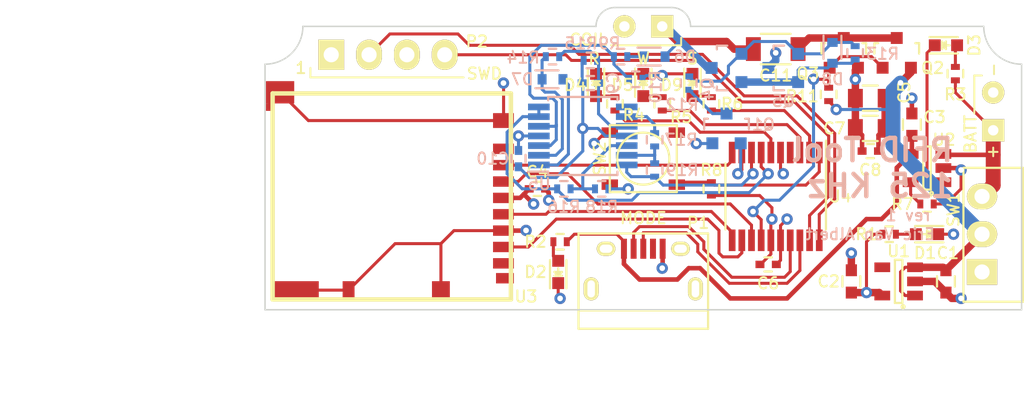
<source format=kicad_pcb>
(kicad_pcb (version 4) (host pcbnew 4.0.2-stable)

  (general
    (links 125)
    (no_connects 0)
    (area 154.052001 132.2914 224.8296 161.958001)
    (thickness 1.6)
    (drawings 31)
    (tracks 412)
    (zones 0)
    (modules 55)
    (nets 52)
  )

  (page A3)
  (layers
    (0 F.Cu signal)
    (1 In1.Cu signal hide)
    (2 In2.Cu signal hide)
    (31 B.Cu signal hide)
    (32 B.Adhes user)
    (33 F.Adhes user)
    (34 B.Paste user)
    (35 F.Paste user)
    (36 B.SilkS user)
    (37 F.SilkS user)
    (38 B.Mask user)
    (39 F.Mask user)
    (40 Dwgs.User user)
    (41 Cmts.User user)
    (42 Eco1.User user)
    (43 Eco2.User user)
    (44 Edge.Cuts user)
  )

  (setup
    (last_trace_width 0.2032)
    (user_trace_width 0.305)
    (user_trace_width 0.5)
    (user_trace_width 1)
    (trace_clearance 0.2032)
    (zone_clearance 0.305)
    (zone_45_only no)
    (trace_min 0.1524)
    (segment_width 0.13)
    (edge_width 0.1)
    (via_size 0.762)
    (via_drill 0.381)
    (via_min_size 0.762)
    (via_min_drill 0.381)
    (uvia_size 0.508)
    (uvia_drill 0.127)
    (uvias_allowed no)
    (uvia_min_size 0.508)
    (uvia_min_drill 0.127)
    (pcb_text_width 0.3)
    (pcb_text_size 1.5 1.5)
    (mod_edge_width 0.15)
    (mod_text_size 1 1)
    (mod_text_width 0.15)
    (pad_size 1.5 1.5)
    (pad_drill 0.7)
    (pad_to_mask_clearance 0)
    (aux_axis_origin 0 0)
    (grid_origin 189.992 142.748)
    (visible_elements FFFE7FFF)
    (pcbplotparams
      (layerselection 0x010f0_80000007)
      (usegerberextensions true)
      (excludeedgelayer true)
      (linewidth 0.150000)
      (plotframeref false)
      (viasonmask false)
      (mode 1)
      (useauxorigin false)
      (hpglpennumber 1)
      (hpglpenspeed 20)
      (hpglpendiameter 15)
      (hpglpenoverlay 2)
      (psnegative false)
      (psa4output false)
      (plotreference true)
      (plotvalue true)
      (plotinvisibletext false)
      (padsonsilk false)
      (subtractmaskfromsilk false)
      (outputformat 1)
      (mirror false)
      (drillshape 0)
      (scaleselection 1)
      (outputdirectory gerber))
  )

  (net 0 "")
  (net 1 +5V)
  (net 2 +BATT)
  (net 3 /BOOT)
  (net 4 /COIL_DETUNE)
  (net 5 /COIL_DRIVE)
  (net 6 /COIL_READ)
  (net 7 /COIL_READ_AMP)
  (net 8 /READ)
  (net 9 /SPI_CS)
  (net 10 /SPI_MISO)
  (net 11 /SPI_MOSI)
  (net 12 /SPI_SCK)
  (net 13 /SPOOF)
  (net 14 /USB_DM)
  (net 15 /USB_DP)
  (net 16 /WRITE)
  (net 17 GND)
  (net 18 VDD)
  (net 19 /SWDAT)
  (net 20 /SWCLK)
  (net 21 "Net-(BT1-Pad1)")
  (net 22 "Net-(C9-Pad1)")
  (net 23 "Net-(C11-Pad1)")
  (net 24 "Net-(C11-Pad2)")
  (net 25 "Net-(D3-Pad1)")
  (net 26 "Net-(D7-Pad2)")
  (net 27 "Net-(D7-Pad1)")
  (net 28 "Net-(D8-Pad2)")
  (net 29 "Net-(D8-Pad1)")
  (net 30 "Net-(R7-Pad1)")
  (net 31 "Net-(R10-Pad1)")
  (net 32 "Net-(R17-Pad1)")
  (net 33 "Net-(R17-Pad2)")
  (net 34 "Net-(SW1-Pad1)")
  (net 35 "Net-(SW2-Pad2)")
  (net 36 "Net-(SW2-Pad3)")
  (net 37 "Net-(U1-Pad4)")
  (net 38 "Net-(U3-Pad1)")
  (net 39 "Net-(U3-Pad8)")
  (net 40 "Net-(U4-Pad4)")
  (net 41 "Net-(D9-Pad2)")
  (net 42 "Net-(P1-Pad4)")
  (net 43 "Net-(U3-Pad10)")
  (net 44 "Net-(Q1-Pad3)")
  (net 45 "Net-(D1-Pad2)")
  (net 46 "Net-(D2-Pad2)")
  (net 47 "Net-(D3-Pad2)")
  (net 48 "Net-(D4-Pad2)")
  (net 49 "Net-(D5-Pad2)")
  (net 50 "Net-(R16-Pad1)")
  (net 51 "Net-(D6-Pad1)")

  (net_class Default "This is the default net class."
    (clearance 0.2032)
    (trace_width 0.2032)
    (via_dia 0.762)
    (via_drill 0.381)
    (uvia_dia 0.508)
    (uvia_drill 0.127)
    (add_net +5V)
    (add_net +BATT)
    (add_net /BOOT)
    (add_net /COIL_DETUNE)
    (add_net /COIL_DRIVE)
    (add_net /COIL_READ)
    (add_net /COIL_READ_AMP)
    (add_net /READ)
    (add_net /SPI_CS)
    (add_net /SPI_MISO)
    (add_net /SPI_MOSI)
    (add_net /SPI_SCK)
    (add_net /SPOOF)
    (add_net /SWCLK)
    (add_net /SWDAT)
    (add_net /USB_DM)
    (add_net /USB_DP)
    (add_net /WRITE)
    (add_net GND)
    (add_net "Net-(BT1-Pad1)")
    (add_net "Net-(C11-Pad1)")
    (add_net "Net-(C11-Pad2)")
    (add_net "Net-(C9-Pad1)")
    (add_net "Net-(D1-Pad2)")
    (add_net "Net-(D2-Pad2)")
    (add_net "Net-(D3-Pad1)")
    (add_net "Net-(D3-Pad2)")
    (add_net "Net-(D4-Pad2)")
    (add_net "Net-(D5-Pad2)")
    (add_net "Net-(D6-Pad1)")
    (add_net "Net-(D7-Pad1)")
    (add_net "Net-(D7-Pad2)")
    (add_net "Net-(D8-Pad1)")
    (add_net "Net-(D8-Pad2)")
    (add_net "Net-(D9-Pad2)")
    (add_net "Net-(P1-Pad4)")
    (add_net "Net-(Q1-Pad3)")
    (add_net "Net-(R10-Pad1)")
    (add_net "Net-(R16-Pad1)")
    (add_net "Net-(R17-Pad1)")
    (add_net "Net-(R17-Pad2)")
    (add_net "Net-(R7-Pad1)")
    (add_net "Net-(SW1-Pad1)")
    (add_net "Net-(SW2-Pad2)")
    (add_net "Net-(SW2-Pad3)")
    (add_net "Net-(U1-Pad4)")
    (add_net "Net-(U3-Pad1)")
    (add_net "Net-(U3-Pad10)")
    (add_net "Net-(U3-Pad8)")
    (add_net "Net-(U4-Pad4)")
    (add_net VDD)
  )

  (module Pin_Headers:Pin_Header_Straight_1x04 (layer F.Cu) (tedit 57087DA9) (tstamp 5705CEAD)
    (at 176.657 137.033 90)
    (descr "Through hole pin header")
    (tags "pin header")
    (path /57067FDC)
    (fp_text reference P2 (at 0.889 9.779 180) (layer F.SilkS)
      (effects (font (size 0.762 0.762) (thickness 0.13)))
    )
    (fp_text value SWD (at 0 -3.1 90) (layer F.Fab)
      (effects (font (size 0.762 0.762) (thickness 0.13)))
    )
    (fp_line (start -1.75 -1.75) (end -1.75 9.4) (layer F.CrtYd) (width 0.05))
    (fp_line (start 1.75 -1.75) (end 1.75 9.4) (layer F.CrtYd) (width 0.05))
    (fp_line (start -1.75 -1.75) (end 1.75 -1.75) (layer F.CrtYd) (width 0.05))
    (fp_line (start -1.75 9.4) (end 1.75 9.4) (layer F.CrtYd) (width 0.05))
    (pad 1 thru_hole rect (at 0 0 90) (size 2.032 1.7272) (drill 1.016) (layers *.Cu *.Mask F.SilkS)
      (net 18 VDD))
    (pad 2 thru_hole oval (at 0 2.54 90) (size 2.032 1.7272) (drill 1.016) (layers *.Cu *.Mask F.SilkS)
      (net 20 /SWCLK))
    (pad 3 thru_hole oval (at 0 5.08 90) (size 2.032 1.7272) (drill 1.016) (layers *.Cu *.Mask F.SilkS)
      (net 17 GND))
    (pad 4 thru_hole oval (at 0 7.62 90) (size 2.032 1.7272) (drill 1.016) (layers *.Cu *.Mask F.SilkS)
      (net 19 /SWDAT))
    (model Pin_Headers.3dshapes/Pin_Header_Straight_1x04.wrl
      (at (xyz 0 -0.15 0))
      (scale (xyz 1 1 1))
      (rotate (xyz 0 0 90))
    )
  )

  (module Pin_Headers:Pin_Header_Straight_1x02 (layer F.Cu) (tedit 57087AD3) (tstamp 5705BA1D)
    (at 198.882 135.128 270)
    (descr "Through hole pin header")
    (tags "pin header")
    (path /5664F707)
    (fp_text reference L1 (at -1.905 1.397 360) (layer F.SilkS) hide
      (effects (font (size 0.762 0.762) (thickness 0.13)))
    )
    (fp_text value COIL (at 0 -3.1 270) (layer F.Fab)
      (effects (font (size 0.762 0.762) (thickness 0.13)))
    )
    (fp_line (start -1.75 -1.75) (end -1.75 4.3) (layer F.CrtYd) (width 0.05))
    (fp_line (start 1.75 -1.75) (end 1.75 4.3) (layer F.CrtYd) (width 0.05))
    (fp_line (start -1.75 -1.75) (end 1.75 -1.75) (layer F.CrtYd) (width 0.05))
    (fp_line (start -1.75 4.3) (end 1.75 4.3) (layer F.CrtYd) (width 0.05))
    (pad 1 thru_hole rect (at 0 0 270) (size 1.5 1.5) (drill 0.7) (layers *.Cu *.Mask F.SilkS)
      (net 24 "Net-(C11-Pad2)"))
    (pad 2 thru_hole circle (at 0 2.54 270) (size 1.5 1.5) (drill 0.7) (layers *.Cu *.Mask F.SilkS)
      (net 17 GND) (zone_connect 1) (thermal_width 0.5))
    (model Pin_Headers.3dshapes/Pin_Header_Straight_1x02.wrl
      (at (xyz 0 -0.05 0))
      (scale (xyz 1 1 1))
      (rotate (xyz 0 0 90))
    )
  )

  (module Pin_Headers:Pin_Header_Straight_1x02 (layer F.Cu) (tedit 57087C25) (tstamp 5705B9B3)
    (at 221.107 142.113 180)
    (descr "Through hole pin header")
    (tags "pin header")
    (path /5664F34D)
    (fp_text reference BT1 (at -2.921 1.778 270) (layer F.SilkS) hide
      (effects (font (size 0.762 0.762) (thickness 0.13)))
    )
    (fp_text value BATTERY (at 0 -3.1 180) (layer F.Fab)
      (effects (font (size 0.762 0.762) (thickness 0.13)))
    )
    (fp_line (start -1.75 -1.75) (end -1.75 4.3) (layer F.CrtYd) (width 0.05))
    (fp_line (start 1.75 -1.75) (end 1.75 4.3) (layer F.CrtYd) (width 0.05))
    (fp_line (start -1.75 -1.75) (end 1.75 -1.75) (layer F.CrtYd) (width 0.05))
    (fp_line (start -1.75 4.3) (end 1.75 4.3) (layer F.CrtYd) (width 0.05))
    (pad 1 thru_hole rect (at 0 0 180) (size 1.5 1.5) (drill 0.7) (layers *.Cu *.Mask F.SilkS)
      (net 21 "Net-(BT1-Pad1)"))
    (pad 2 thru_hole circle (at 0 2.54 180) (size 1.5 1.5) (drill 0.7) (layers *.Cu *.Mask F.SilkS)
      (net 17 GND) (thermal_width 0.5))
    (model Pin_Headers.3dshapes/Pin_Header_Straight_1x02.wrl
      (at (xyz 0 -0.05 0))
      (scale (xyz 1 1 1))
      (rotate (xyz 0 0 90))
    )
  )

  (module Capacitors_SMD:C_1206 (layer F.Cu) (tedit 57087B2E) (tstamp 5705DBC2)
    (at 206.502 136.652 180)
    (descr "Capacitor SMD 1206, reflow soldering, AVX (see smccp.pdf)")
    (tags "capacitor 1206")
    (path /5664F6F8)
    (attr smd)
    (fp_text reference C11 (at 0 -1.778 180) (layer F.SilkS)
      (effects (font (size 0.762 0.762) (thickness 0.13)))
    )
    (fp_text value 1n (at 0 2.3 180) (layer F.Fab)
      (effects (font (size 0.762 0.762) (thickness 0.13)))
    )
    (fp_line (start -2.3 -1.15) (end 2.3 -1.15) (layer F.CrtYd) (width 0.05))
    (fp_line (start -2.3 1.15) (end 2.3 1.15) (layer F.CrtYd) (width 0.05))
    (fp_line (start -2.3 -1.15) (end -2.3 1.15) (layer F.CrtYd) (width 0.05))
    (fp_line (start 2.3 -1.15) (end 2.3 1.15) (layer F.CrtYd) (width 0.05))
    (fp_line (start 1 -1.025) (end -1 -1.025) (layer F.SilkS) (width 0.15))
    (fp_line (start -1 1.025) (end 1 1.025) (layer F.SilkS) (width 0.15))
    (pad 1 smd rect (at -1.5 0 180) (size 1 1.6) (layers F.Cu F.Paste F.Mask)
      (net 23 "Net-(C11-Pad1)"))
    (pad 2 smd rect (at 1.5 0 180) (size 1 1.6) (layers F.Cu F.Paste F.Mask)
      (net 24 "Net-(C11-Pad2)"))
    (model Capacitors_SMD.3dshapes/C_1206.wrl
      (at (xyz 0 0 0))
      (scale (xyz 1 1 1))
      (rotate (xyz 0 0 0))
    )
  )

  (module Housings_SSOP:TSSOP-14_4.4x5mm_Pitch0.65mm (layer B.Cu) (tedit 570877EA) (tstamp 5705BAF2)
    (at 193.548 142.494)
    (descr "14-Lead Plastic Thin Shrink Small Outline (ST)-4.4 mm Body [TSSOP] (see Microchip Packaging Specification 00000049BS.pdf)")
    (tags "SSOP 0.65")
    (path /566FCAFB)
    (attr smd)
    (fp_text reference U5 (at -2.921 3.2385) (layer B.SilkS)
      (effects (font (size 0.762 0.762) (thickness 0.13)) (justify mirror))
    )
    (fp_text value LM324 (at 0 -3.55) (layer B.Fab)
      (effects (font (size 0.762 0.762) (thickness 0.13)) (justify mirror))
    )
    (fp_line (start -3.95 2.8) (end -3.95 -2.8) (layer B.CrtYd) (width 0.05))
    (fp_line (start 3.95 2.8) (end 3.95 -2.8) (layer B.CrtYd) (width 0.05))
    (fp_line (start -3.95 2.8) (end 3.95 2.8) (layer B.CrtYd) (width 0.05))
    (fp_line (start -3.95 -2.8) (end 3.95 -2.8) (layer B.CrtYd) (width 0.05))
    (fp_line (start -2.325 2.625) (end -2.325 2.4) (layer B.SilkS) (width 0.15))
    (fp_line (start 2.325 2.625) (end 2.325 2.4) (layer B.SilkS) (width 0.15))
    (fp_line (start 2.325 -2.625) (end 2.325 -2.4) (layer B.SilkS) (width 0.15))
    (fp_line (start -2.325 -2.625) (end -2.325 -2.4) (layer B.SilkS) (width 0.15))
    (fp_line (start -2.325 2.625) (end 2.325 2.625) (layer B.SilkS) (width 0.15))
    (fp_line (start -2.325 -2.625) (end 2.325 -2.625) (layer B.SilkS) (width 0.15))
    (fp_line (start -2.325 2.4) (end -3.675 2.4) (layer B.SilkS) (width 0.15))
    (pad 1 smd rect (at -2.95 1.95) (size 1.45 0.45) (layers B.Cu B.Paste B.Mask)
      (net 26 "Net-(D7-Pad2)"))
    (pad 2 smd rect (at -2.95 1.3) (size 1.45 0.45) (layers B.Cu B.Paste B.Mask)
      (net 27 "Net-(D7-Pad1)"))
    (pad 3 smd rect (at -2.95 0.65) (size 1.45 0.45) (layers B.Cu B.Paste B.Mask)
      (net 31 "Net-(R10-Pad1)"))
    (pad 4 smd rect (at -2.95 0) (size 1.45 0.45) (layers B.Cu B.Paste B.Mask)
      (net 18 VDD))
    (pad 5 smd rect (at -2.95 -0.65) (size 1.45 0.45) (layers B.Cu B.Paste B.Mask)
      (net 31 "Net-(R10-Pad1)"))
    (pad 6 smd rect (at -2.95 -1.3) (size 1.45 0.45) (layers B.Cu B.Paste B.Mask)
      (net 7 /COIL_READ_AMP))
    (pad 7 smd rect (at -2.95 -1.95) (size 1.45 0.45) (layers B.Cu B.Paste B.Mask)
      (net 7 /COIL_READ_AMP))
    (pad 8 smd rect (at 2.95 -1.95) (size 1.45 0.45) (layers B.Cu B.Paste B.Mask)
      (net 33 "Net-(R17-Pad2)"))
    (pad 9 smd rect (at 2.95 -1.3) (size 1.45 0.45) (layers B.Cu B.Paste B.Mask)
      (net 33 "Net-(R17-Pad2)"))
    (pad 10 smd rect (at 2.95 -0.65) (size 1.45 0.45) (layers B.Cu B.Paste B.Mask)
      (net 22 "Net-(C9-Pad1)"))
    (pad 11 smd rect (at 2.95 0) (size 1.45 0.45) (layers B.Cu B.Paste B.Mask)
      (net 17 GND))
    (pad 12 smd rect (at 2.95 0.65) (size 1.45 0.45) (layers B.Cu B.Paste B.Mask)
      (net 50 "Net-(R16-Pad1)"))
    (pad 13 smd rect (at 2.95 1.3) (size 1.45 0.45) (layers B.Cu B.Paste B.Mask)
      (net 32 "Net-(R17-Pad1)"))
    (pad 14 smd rect (at 2.95 1.95) (size 1.45 0.45) (layers B.Cu B.Paste B.Mask)
      (net 6 /COIL_READ))
    (model Housings_SSOP.3dshapes/TSSOP-14_4.4x5mm_Pitch0.65mm.wrl
      (at (xyz 0 0 0))
      (scale (xyz 1 1 1))
      (rotate (xyz 0 0 0))
    )
  )

  (module tact:TACT-SW-SMD (layer F.Cu) (tedit 57087AE7) (tstamp 5705BAB2)
    (at 197.612 144.018 90)
    (path /566240F3)
    (fp_text reference SW2 (at 0 -2.921 270) (layer F.SilkS)
      (effects (font (size 0.762 0.762) (thickness 0.13)))
    )
    (fp_text value MODE (at -4 0 180) (layer F.SilkS)
      (effects (font (size 0.762 0.762) (thickness 0.13)))
    )
    (fp_line (start -2.25 -2.25) (end 2.25 -2.25) (layer F.SilkS) (width 0.15))
    (fp_line (start 2.25 -2.25) (end 2.25 2.25) (layer F.SilkS) (width 0.15))
    (fp_line (start 2.25 2.25) (end -2.25 2.25) (layer F.SilkS) (width 0.15))
    (fp_line (start -2.25 2.25) (end -2.25 -2.25) (layer F.SilkS) (width 0.15))
    (fp_circle (center 0 0) (end 0 1.75) (layer F.SilkS) (width 0.15))
    (pad 1 smd rect (at 1.75 -2.25 90) (size 0.7 1.1) (layers F.Cu F.Paste F.Mask)
      (net 18 VDD))
    (pad 2 smd rect (at 1.75 2.25 90) (size 0.7 1.1) (layers F.Cu F.Paste F.Mask)
      (net 35 "Net-(SW2-Pad2)"))
    (pad 3 smd rect (at -1.75 -2.25 90) (size 0.7 1.1) (layers F.Cu F.Paste F.Mask)
      (net 36 "Net-(SW2-Pad3)"))
    (pad 4 smd rect (at -1.75 2.25 90) (size 0.7 1.1) (layers F.Cu F.Paste F.Mask)
      (net 3 /BOOT))
  )

  (module custom:DM3BT (layer F.Cu) (tedit 570B01E8) (tstamp 5705BAC9)
    (at 188.722 146.558 270)
    (path /566537AE)
    (fp_text reference U3 (at 6.731 -1.016 360) (layer F.SilkS)
      (effects (font (size 0.762 0.762) (thickness 0.13)))
    )
    (fp_text value MICRO-SD (at -7.7 2 360) (layer F.SilkS) hide
      (effects (font (size 0.762 0.762) (thickness 0.13)))
    )
    (fp_line (start -6.925 0) (end 6.925 0) (layer F.SilkS) (width 0.3))
    (fp_line (start 6.925 0) (end 6.925 16) (layer F.SilkS) (width 0.3))
    (fp_line (start 6.925 16) (end -6.925 16) (layer F.SilkS) (width 0.3))
    (fp_line (start -6.925 16) (end -6.925 0) (layer F.SilkS) (width 0.3))
    (pad 1 smd rect (at -3.2 0.5 180) (size 1.4 0.7) (layers F.Cu F.Paste F.Mask)
      (net 38 "Net-(U3-Pad1)"))
    (pad 2 smd rect (at -2.1 0.5 180) (size 1.4 0.7) (layers F.Cu F.Paste F.Mask)
      (net 9 /SPI_CS))
    (pad 3 smd rect (at -1 0.5 180) (size 1.4 0.7) (layers F.Cu F.Paste F.Mask)
      (net 11 /SPI_MOSI))
    (pad 4 smd rect (at 0.1 0.5 180) (size 1.4 0.7) (layers F.Cu F.Paste F.Mask)
      (net 18 VDD))
    (pad 5 smd rect (at 1.2 0.5 180) (size 1.4 0.7) (layers F.Cu F.Paste F.Mask)
      (net 12 /SPI_SCK))
    (pad 6 smd rect (at 2.3 0.5 180) (size 1.4 0.7) (layers F.Cu F.Paste F.Mask)
      (net 17 GND))
    (pad 7 smd rect (at 3.4 0.5 180) (size 1.4 0.7) (layers F.Cu F.Paste F.Mask)
      (net 10 /SPI_MISO))
    (pad 8 smd rect (at 4.5 0.5 180) (size 1.4 0.7) (layers F.Cu F.Paste F.Mask)
      (net 39 "Net-(U3-Pad8)"))
    (pad 14 smd rect (at -5.1 0.5 180) (size 1.4 1) (layers F.Cu F.Paste F.Mask)
      (net 17 GND))
    (pad 10 smd rect (at 5.5 0.4 180) (size 1.2 0.7) (layers F.Cu F.Paste F.Mask)
      (net 43 "Net-(U3-Pad10)"))
    (pad 11 smd rect (at 6.3 4.7 180) (size 1.2 1.2) (layers F.Cu F.Paste F.Mask)
      (net 17 GND))
    (pad 9 smd rect (at 6.3 10.9 180) (size 0.8 1.2) (layers F.Cu F.Paste F.Mask)
      (net 17 GND))
    (pad 12 smd rect (at 6.3 14.5 180) (size 3.2 1.2) (layers F.Cu F.Paste F.Mask)
      (net 17 GND))
    (pad 13 smd rect (at -7 15.5 180) (size 1.9 1.5) (layers F.Cu F.Paste F.Mask)
      (net 17 GND))
    (pad 13 smd rect (at -6 16.2 180) (size 0.5 0.5) (layers F.Cu F.Paste F.Mask)
      (net 17 GND))
  )

  (module Housings_SSOP:TSSOP-20_4.4x6.5mm_Pitch0.65mm (layer F.Cu) (tedit 570879DC) (tstamp 5705BADB)
    (at 206.502 146.558 270)
    (descr "20-Lead Plastic Thin Shrink Small Outline (ST)-4.4 mm Body [TSSOP] (see Microchip Packaging Specification 00000049BS.pdf)")
    (tags "SSOP 0.65")
    (path /566543CC)
    (attr smd)
    (fp_text reference U4 (at 0 -4.318 360) (layer F.SilkS)
      (effects (font (size 0.762 0.762) (thickness 0.13)))
    )
    (fp_text value STM32F030-20 (at 0 4.3 270) (layer F.Fab)
      (effects (font (size 0.762 0.762) (thickness 0.13)))
    )
    (fp_line (start -3.95 -3.55) (end -3.95 3.55) (layer F.CrtYd) (width 0.05))
    (fp_line (start 3.95 -3.55) (end 3.95 3.55) (layer F.CrtYd) (width 0.05))
    (fp_line (start -3.95 -3.55) (end 3.95 -3.55) (layer F.CrtYd) (width 0.05))
    (fp_line (start -3.95 3.55) (end 3.95 3.55) (layer F.CrtYd) (width 0.05))
    (fp_line (start -2.225 3.375) (end 2.225 3.375) (layer F.SilkS) (width 0.15))
    (fp_line (start -3.75 -3.375) (end 2.225 -3.375) (layer F.SilkS) (width 0.15))
    (pad 1 smd rect (at -2.95 -2.925 270) (size 1.45 0.45) (layers F.Cu F.Paste F.Mask)
      (net 3 /BOOT))
    (pad 2 smd rect (at -2.95 -2.275 270) (size 1.45 0.45) (layers F.Cu F.Paste F.Mask)
      (net 13 /SPOOF))
    (pad 3 smd rect (at -2.95 -1.625 270) (size 1.45 0.45) (layers F.Cu F.Paste F.Mask)
      (net 16 /WRITE))
    (pad 4 smd rect (at -2.95 -0.975 270) (size 1.45 0.45) (layers F.Cu F.Paste F.Mask)
      (net 40 "Net-(U4-Pad4)"))
    (pad 5 smd rect (at -2.95 -0.325 270) (size 1.45 0.45) (layers F.Cu F.Paste F.Mask)
      (net 18 VDD))
    (pad 6 smd rect (at -2.95 0.325 270) (size 1.45 0.45) (layers F.Cu F.Paste F.Mask)
      (net 8 /READ))
    (pad 7 smd rect (at -2.95 0.975 270) (size 1.45 0.45) (layers F.Cu F.Paste F.Mask)
      (net 7 /COIL_READ_AMP))
    (pad 8 smd rect (at -2.95 1.625 270) (size 1.45 0.45) (layers F.Cu F.Paste F.Mask)
      (net 6 /COIL_READ))
    (pad 9 smd rect (at -2.95 2.275 270) (size 1.45 0.45) (layers F.Cu F.Paste F.Mask)
      (net 4 /COIL_DETUNE))
    (pad 10 smd rect (at -2.95 2.925 270) (size 1.45 0.45) (layers F.Cu F.Paste F.Mask)
      (net 9 /SPI_CS))
    (pad 11 smd rect (at 2.95 2.925 270) (size 1.45 0.45) (layers F.Cu F.Paste F.Mask)
      (net 12 /SPI_SCK))
    (pad 12 smd rect (at 2.95 2.275 270) (size 1.45 0.45) (layers F.Cu F.Paste F.Mask)
      (net 10 /SPI_MISO))
    (pad 13 smd rect (at 2.95 1.625 270) (size 1.45 0.45) (layers F.Cu F.Paste F.Mask)
      (net 11 /SPI_MOSI))
    (pad 14 smd rect (at 2.95 0.975 270) (size 1.45 0.45) (layers F.Cu F.Paste F.Mask)
      (net 5 /COIL_DRIVE))
    (pad 15 smd rect (at 2.95 0.325 270) (size 1.45 0.45) (layers F.Cu F.Paste F.Mask)
      (net 17 GND))
    (pad 16 smd rect (at 2.95 -0.325 270) (size 1.45 0.45) (layers F.Cu F.Paste F.Mask)
      (net 18 VDD))
    (pad 17 smd rect (at 2.95 -0.975 270) (size 1.45 0.45) (layers F.Cu F.Paste F.Mask)
      (net 14 /USB_DM))
    (pad 18 smd rect (at 2.95 -1.625 270) (size 1.45 0.45) (layers F.Cu F.Paste F.Mask)
      (net 15 /USB_DP))
    (pad 19 smd rect (at 2.95 -2.275 270) (size 1.45 0.45) (layers F.Cu F.Paste F.Mask)
      (net 19 /SWDAT))
    (pad 20 smd rect (at 2.95 -2.925 270) (size 1.45 0.45) (layers F.Cu F.Paste F.Mask)
      (net 20 /SWCLK))
    (model Housings_SSOP.3dshapes/TSSOP-20_4.4x6.5mm_Pitch0.65mm.wrl
      (at (xyz 0 0 0))
      (scale (xyz 1 1 1))
      (rotate (xyz 0 0 0))
    )
  )

  (module Pin_Headers:Pin_Header_Straight_1x03 (layer F.Cu) (tedit 57087A8B) (tstamp 5705BAAC)
    (at 221.107 151.638 180)
    (descr "Through hole pin header")
    (tags "pin header")
    (path /5664F5C7)
    (fp_text reference SW1 (at 2.667 4.191 270) (layer F.SilkS)
      (effects (font (size 0.762 0.762) (thickness 0.13)))
    )
    (fp_text value POWER (at 0 -3.1 180) (layer F.Fab)
      (effects (font (size 0.762 0.762) (thickness 0.13)))
    )
    (fp_line (start -2 -2) (end 2 -2) (layer F.SilkS) (width 0.15))
    (fp_line (start 2 -2) (end 2 7) (layer F.SilkS) (width 0.15))
    (fp_line (start 2 7) (end -2 7) (layer F.SilkS) (width 0.15))
    (fp_line (start -2 7) (end -2 -2) (layer F.SilkS) (width 0.15))
    (fp_line (start -1.75 -1.75) (end 1.75 -1.75) (layer F.CrtYd) (width 0.15))
    (fp_line (start 1.75 -1.75) (end 1.75 6.75) (layer F.CrtYd) (width 0.15))
    (fp_line (start 1.75 6.75) (end -1.75 6.75) (layer F.CrtYd) (width 0.15))
    (fp_line (start -1.75 6.75) (end -1.75 -1.75) (layer F.CrtYd) (width 0.15))
    (pad 1 thru_hole rect (at 0.75 0 180) (size 2.032 1.7272) (drill 1.016) (layers *.Cu *.Mask F.SilkS)
      (net 34 "Net-(SW1-Pad1)"))
    (pad 2 thru_hole oval (at 0.75 2.54 180) (size 2.032 1.7272) (drill 1.016) (layers *.Cu *.Mask F.SilkS)
      (net 2 +BATT))
    (pad 3 thru_hole oval (at 0.75 5.08 180) (size 2.032 1.7272) (drill 1.016) (layers *.Cu *.Mask F.SilkS)
      (net 21 "Net-(BT1-Pad1)"))
    (model Pin_Headers.3dshapes/Pin_Header_Straight_1x03.wrl
      (at (xyz 0 -0.1 0))
      (scale (xyz 1 1 1))
      (rotate (xyz 0 0 90))
    )
  )

  (module Capacitors_SMD:C_0603 (layer F.Cu) (tedit 57087AA6) (tstamp 5705B9B8)
    (at 217.932 152.273 270)
    (descr "Capacitor SMD 0603, reflow soldering, AVX (see smccp.pdf)")
    (tags "capacitor 0603")
    (path /56650527)
    (attr smd)
    (fp_text reference C1 (at -1.905 -0.127 360) (layer F.SilkS)
      (effects (font (size 0.762 0.762) (thickness 0.13)))
    )
    (fp_text value 1u (at 0 1.9 270) (layer F.Fab)
      (effects (font (size 0.762 0.762) (thickness 0.13)))
    )
    (fp_line (start -1.45 -0.75) (end 1.45 -0.75) (layer F.CrtYd) (width 0.05))
    (fp_line (start -1.45 0.75) (end 1.45 0.75) (layer F.CrtYd) (width 0.05))
    (fp_line (start -1.45 -0.75) (end -1.45 0.75) (layer F.CrtYd) (width 0.05))
    (fp_line (start 1.45 -0.75) (end 1.45 0.75) (layer F.CrtYd) (width 0.05))
    (fp_line (start -0.35 -0.6) (end 0.35 -0.6) (layer F.SilkS) (width 0.15))
    (fp_line (start 0.35 0.6) (end -0.35 0.6) (layer F.SilkS) (width 0.15))
    (pad 1 smd rect (at -0.75 0 270) (size 0.8 0.75) (layers F.Cu F.Paste F.Mask)
      (net 2 +BATT))
    (pad 2 smd rect (at 0.75 0 270) (size 0.8 0.75) (layers F.Cu F.Paste F.Mask)
      (net 17 GND))
    (model Capacitors_SMD.3dshapes/C_0603.wrl
      (at (xyz 0 0 0))
      (scale (xyz 1 1 1))
      (rotate (xyz 0 0 0))
    )
  )

  (module Capacitors_SMD:C_0603 (layer F.Cu) (tedit 570879DF) (tstamp 5705B9BD)
    (at 211.582 152.273 90)
    (descr "Capacitor SMD 0603, reflow soldering, AVX (see smccp.pdf)")
    (tags "capacitor 0603")
    (path /56650534)
    (attr smd)
    (fp_text reference C2 (at 0 -1.524 180) (layer F.SilkS)
      (effects (font (size 0.762 0.762) (thickness 0.13)))
    )
    (fp_text value 1u (at 0 1.9 90) (layer F.Fab)
      (effects (font (size 0.762 0.762) (thickness 0.13)))
    )
    (fp_line (start -1.45 -0.75) (end 1.45 -0.75) (layer F.CrtYd) (width 0.05))
    (fp_line (start -1.45 0.75) (end 1.45 0.75) (layer F.CrtYd) (width 0.05))
    (fp_line (start -1.45 -0.75) (end -1.45 0.75) (layer F.CrtYd) (width 0.05))
    (fp_line (start 1.45 -0.75) (end 1.45 0.75) (layer F.CrtYd) (width 0.05))
    (fp_line (start -0.35 -0.6) (end 0.35 -0.6) (layer F.SilkS) (width 0.15))
    (fp_line (start 0.35 0.6) (end -0.35 0.6) (layer F.SilkS) (width 0.15))
    (pad 1 smd rect (at -0.75 0 90) (size 0.8 0.75) (layers F.Cu F.Paste F.Mask)
      (net 18 VDD))
    (pad 2 smd rect (at 0.75 0 90) (size 0.8 0.75) (layers F.Cu F.Paste F.Mask)
      (net 17 GND))
    (model Capacitors_SMD.3dshapes/C_0603.wrl
      (at (xyz 0 0 0))
      (scale (xyz 1 1 1))
      (rotate (xyz 0 0 0))
    )
  )

  (module Capacitors_SMD:C_0603 (layer F.Cu) (tedit 57087A1F) (tstamp 5705B9C2)
    (at 215.646 141.732 90)
    (descr "Capacitor SMD 0603, reflow soldering, AVX (see smccp.pdf)")
    (tags "capacitor 0603")
    (path /56651B3C)
    (attr smd)
    (fp_text reference C3 (at 0.508 1.524 180) (layer F.SilkS)
      (effects (font (size 0.762 0.762) (thickness 0.13)))
    )
    (fp_text value 1u (at 0 1.9 90) (layer F.Fab)
      (effects (font (size 0.762 0.762) (thickness 0.13)))
    )
    (fp_line (start -1.45 -0.75) (end 1.45 -0.75) (layer F.CrtYd) (width 0.05))
    (fp_line (start -1.45 0.75) (end 1.45 0.75) (layer F.CrtYd) (width 0.05))
    (fp_line (start -1.45 -0.75) (end -1.45 0.75) (layer F.CrtYd) (width 0.05))
    (fp_line (start 1.45 -0.75) (end 1.45 0.75) (layer F.CrtYd) (width 0.05))
    (fp_line (start -0.35 -0.6) (end 0.35 -0.6) (layer F.SilkS) (width 0.15))
    (fp_line (start 0.35 0.6) (end -0.35 0.6) (layer F.SilkS) (width 0.15))
    (pad 1 smd rect (at -0.75 0 90) (size 0.8 0.75) (layers F.Cu F.Paste F.Mask)
      (net 1 +5V))
    (pad 2 smd rect (at 0.75 0 90) (size 0.8 0.75) (layers F.Cu F.Paste F.Mask)
      (net 17 GND))
    (model Capacitors_SMD.3dshapes/C_0603.wrl
      (at (xyz 0 0 0))
      (scale (xyz 1 1 1))
      (rotate (xyz 0 0 0))
    )
  )

  (module Capacitors_SMD:C_0402 (layer F.Cu) (tedit 570879E6) (tstamp 5705B9C7)
    (at 190.5 146.05)
    (descr "Capacitor SMD 0402, reflow soldering, AVX (see smccp.pdf)")
    (tags "capacitor 0402")
    (path /566537E8)
    (attr smd)
    (fp_text reference C4 (at 0 -1.143) (layer F.SilkS)
      (effects (font (size 0.762 0.762) (thickness 0.13)))
    )
    (fp_text value 100n (at 0 1.7) (layer F.Fab)
      (effects (font (size 0.762 0.762) (thickness 0.13)))
    )
    (fp_line (start -1.15 -0.6) (end 1.15 -0.6) (layer F.CrtYd) (width 0.05))
    (fp_line (start -1.15 0.6) (end 1.15 0.6) (layer F.CrtYd) (width 0.05))
    (fp_line (start -1.15 -0.6) (end -1.15 0.6) (layer F.CrtYd) (width 0.05))
    (fp_line (start 1.15 -0.6) (end 1.15 0.6) (layer F.CrtYd) (width 0.05))
    (fp_line (start 0.25 -0.475) (end -0.25 -0.475) (layer F.SilkS) (width 0.15))
    (fp_line (start -0.25 0.475) (end 0.25 0.475) (layer F.SilkS) (width 0.15))
    (pad 1 smd rect (at -0.55 0) (size 0.6 0.5) (layers F.Cu F.Paste F.Mask)
      (net 18 VDD))
    (pad 2 smd rect (at 0.55 0) (size 0.6 0.5) (layers F.Cu F.Paste F.Mask)
      (net 17 GND))
    (model Capacitors_SMD.3dshapes/C_0402.wrl
      (at (xyz 0 0 0))
      (scale (xyz 1 1 1))
      (rotate (xyz 0 0 0))
    )
  )

  (module Capacitors_SMD:C_0805 (layer F.Cu) (tedit 57087A01) (tstamp 5705B9CC)
    (at 212.852 139.954 180)
    (descr "Capacitor SMD 0805, reflow soldering, AVX (see smccp.pdf)")
    (tags "capacitor 0805")
    (path /5665071A)
    (attr smd)
    (fp_text reference C5 (at -2.286 0.381 270) (layer F.SilkS)
      (effects (font (size 0.762 0.762) (thickness 0.13)))
    )
    (fp_text value 47u (at 0 2.1 180) (layer F.Fab)
      (effects (font (size 0.762 0.762) (thickness 0.13)))
    )
    (fp_line (start -1.8 -1) (end 1.8 -1) (layer F.CrtYd) (width 0.05))
    (fp_line (start -1.8 1) (end 1.8 1) (layer F.CrtYd) (width 0.05))
    (fp_line (start -1.8 -1) (end -1.8 1) (layer F.CrtYd) (width 0.05))
    (fp_line (start 1.8 -1) (end 1.8 1) (layer F.CrtYd) (width 0.05))
    (fp_line (start 0.5 -0.85) (end -0.5 -0.85) (layer F.SilkS) (width 0.15))
    (fp_line (start -0.5 0.85) (end 0.5 0.85) (layer F.SilkS) (width 0.15))
    (pad 1 smd rect (at -1 0 180) (size 1 1.25) (layers F.Cu F.Paste F.Mask)
      (net 2 +BATT))
    (pad 2 smd rect (at 1 0 180) (size 1 1.25) (layers F.Cu F.Paste F.Mask)
      (net 17 GND))
    (model Capacitors_SMD.3dshapes/C_0805.wrl
      (at (xyz 0 0 0))
      (scale (xyz 1 1 1))
      (rotate (xyz 0 0 0))
    )
  )

  (module Capacitors_SMD:C_0402 (layer F.Cu) (tedit 570879DD) (tstamp 5705B9D1)
    (at 205.994 151.13 180)
    (descr "Capacitor SMD 0402, reflow soldering, AVX (see smccp.pdf)")
    (tags "capacitor 0402")
    (path /56650FDD)
    (attr smd)
    (fp_text reference C6 (at 0 -1.27 180) (layer F.SilkS)
      (effects (font (size 0.762 0.762) (thickness 0.13)))
    )
    (fp_text value 100n (at 0 1.7 180) (layer F.Fab)
      (effects (font (size 0.762 0.762) (thickness 0.13)))
    )
    (fp_line (start -1.15 -0.6) (end 1.15 -0.6) (layer F.CrtYd) (width 0.05))
    (fp_line (start -1.15 0.6) (end 1.15 0.6) (layer F.CrtYd) (width 0.05))
    (fp_line (start -1.15 -0.6) (end -1.15 0.6) (layer F.CrtYd) (width 0.05))
    (fp_line (start 1.15 -0.6) (end 1.15 0.6) (layer F.CrtYd) (width 0.05))
    (fp_line (start 0.25 -0.475) (end -0.25 -0.475) (layer F.SilkS) (width 0.15))
    (fp_line (start -0.25 0.475) (end 0.25 0.475) (layer F.SilkS) (width 0.15))
    (pad 1 smd rect (at -0.55 0 180) (size 0.6 0.5) (layers F.Cu F.Paste F.Mask)
      (net 18 VDD))
    (pad 2 smd rect (at 0.55 0 180) (size 0.6 0.5) (layers F.Cu F.Paste F.Mask)
      (net 17 GND))
    (model Capacitors_SMD.3dshapes/C_0402.wrl
      (at (xyz 0 0 0))
      (scale (xyz 1 1 1))
      (rotate (xyz 0 0 0))
    )
  )

  (module Capacitors_SMD:C_0805 (layer F.Cu) (tedit 570879DA) (tstamp 5705B9D6)
    (at 212.852 141.986 180)
    (descr "Capacitor SMD 0805, reflow soldering, AVX (see smccp.pdf)")
    (tags "capacitor 0805")
    (path /56650567)
    (attr smd)
    (fp_text reference C7 (at 2.413 0 180) (layer F.SilkS)
      (effects (font (size 0.762 0.762) (thickness 0.13)))
    )
    (fp_text value 2u2 (at 0 2.1 180) (layer F.Fab)
      (effects (font (size 0.762 0.762) (thickness 0.13)))
    )
    (fp_line (start -1.8 -1) (end 1.8 -1) (layer F.CrtYd) (width 0.05))
    (fp_line (start -1.8 1) (end 1.8 1) (layer F.CrtYd) (width 0.05))
    (fp_line (start -1.8 -1) (end -1.8 1) (layer F.CrtYd) (width 0.05))
    (fp_line (start 1.8 -1) (end 1.8 1) (layer F.CrtYd) (width 0.05))
    (fp_line (start 0.5 -0.85) (end -0.5 -0.85) (layer F.SilkS) (width 0.15))
    (fp_line (start -0.5 0.85) (end 0.5 0.85) (layer F.SilkS) (width 0.15))
    (pad 1 smd rect (at -1 0 180) (size 1 1.25) (layers F.Cu F.Paste F.Mask)
      (net 2 +BATT))
    (pad 2 smd rect (at 1 0 180) (size 1 1.25) (layers F.Cu F.Paste F.Mask)
      (net 17 GND))
    (model Capacitors_SMD.3dshapes/C_0805.wrl
      (at (xyz 0 0 0))
      (scale (xyz 1 1 1))
      (rotate (xyz 0 0 0))
    )
  )

  (module Capacitors_SMD:C_0402 (layer F.Cu) (tedit 570879D9) (tstamp 5705B9DB)
    (at 212.852 143.51 180)
    (descr "Capacitor SMD 0402, reflow soldering, AVX (see smccp.pdf)")
    (tags "capacitor 0402")
    (path /56650714)
    (attr smd)
    (fp_text reference C8 (at 0 -1.27 180) (layer F.SilkS)
      (effects (font (size 0.762 0.762) (thickness 0.13)))
    )
    (fp_text value 100n (at 0 1.7 180) (layer F.Fab)
      (effects (font (size 0.762 0.762) (thickness 0.13)))
    )
    (fp_line (start -1.15 -0.6) (end 1.15 -0.6) (layer F.CrtYd) (width 0.05))
    (fp_line (start -1.15 0.6) (end 1.15 0.6) (layer F.CrtYd) (width 0.05))
    (fp_line (start -1.15 -0.6) (end -1.15 0.6) (layer F.CrtYd) (width 0.05))
    (fp_line (start 1.15 -0.6) (end 1.15 0.6) (layer F.CrtYd) (width 0.05))
    (fp_line (start 0.25 -0.475) (end -0.25 -0.475) (layer F.SilkS) (width 0.15))
    (fp_line (start -0.25 0.475) (end 0.25 0.475) (layer F.SilkS) (width 0.15))
    (pad 1 smd rect (at -0.55 0 180) (size 0.6 0.5) (layers F.Cu F.Paste F.Mask)
      (net 2 +BATT))
    (pad 2 smd rect (at 0.55 0 180) (size 0.6 0.5) (layers F.Cu F.Paste F.Mask)
      (net 17 GND))
    (model Capacitors_SMD.3dshapes/C_0402.wrl
      (at (xyz 0 0 0))
      (scale (xyz 1 1 1))
      (rotate (xyz 0 0 0))
    )
  )

  (module Capacitors_SMD:C_0402 (layer B.Cu) (tedit 57087758) (tstamp 5705B9E0)
    (at 194.056 138.938 180)
    (descr "Capacitor SMD 0402, reflow soldering, AVX (see smccp.pdf)")
    (tags "capacitor 0402")
    (path /566FCD0F)
    (attr smd)
    (fp_text reference C9 (at -1.524 0 450) (layer B.SilkS)
      (effects (font (size 0.762 0.762) (thickness 0.13)) (justify mirror))
    )
    (fp_text value 1n (at 0 -1.7 180) (layer B.Fab)
      (effects (font (size 0.762 0.762) (thickness 0.13)) (justify mirror))
    )
    (fp_line (start -1.15 0.6) (end 1.15 0.6) (layer B.CrtYd) (width 0.05))
    (fp_line (start -1.15 -0.6) (end 1.15 -0.6) (layer B.CrtYd) (width 0.05))
    (fp_line (start -1.15 0.6) (end -1.15 -0.6) (layer B.CrtYd) (width 0.05))
    (fp_line (start 1.15 0.6) (end 1.15 -0.6) (layer B.CrtYd) (width 0.05))
    (fp_line (start 0.25 0.475) (end -0.25 0.475) (layer B.SilkS) (width 0.15))
    (fp_line (start -0.25 -0.475) (end 0.25 -0.475) (layer B.SilkS) (width 0.15))
    (pad 1 smd rect (at -0.55 0 180) (size 0.6 0.5) (layers B.Cu B.Paste B.Mask)
      (net 22 "Net-(C9-Pad1)"))
    (pad 2 smd rect (at 0.55 0 180) (size 0.6 0.5) (layers B.Cu B.Paste B.Mask)
      (net 17 GND))
    (model Capacitors_SMD.3dshapes/C_0402.wrl
      (at (xyz 0 0 0))
      (scale (xyz 1 1 1))
      (rotate (xyz 0 0 0))
    )
  )

  (module Capacitors_SMD:C_0402 (layer B.Cu) (tedit 570878AA) (tstamp 5705B9E5)
    (at 189.23 144.018 270)
    (descr "Capacitor SMD 0402, reflow soldering, AVX (see smccp.pdf)")
    (tags "capacitor 0402")
    (path /566FE89C)
    (attr smd)
    (fp_text reference C10 (at 0 1.7145 360) (layer B.SilkS)
      (effects (font (size 0.762 0.762) (thickness 0.13)) (justify mirror))
    )
    (fp_text value 100n (at 0 -1.7 270) (layer B.Fab)
      (effects (font (size 0.762 0.762) (thickness 0.13)) (justify mirror))
    )
    (fp_line (start -1.15 0.6) (end 1.15 0.6) (layer B.CrtYd) (width 0.05))
    (fp_line (start -1.15 -0.6) (end 1.15 -0.6) (layer B.CrtYd) (width 0.05))
    (fp_line (start -1.15 0.6) (end -1.15 -0.6) (layer B.CrtYd) (width 0.05))
    (fp_line (start 1.15 0.6) (end 1.15 -0.6) (layer B.CrtYd) (width 0.05))
    (fp_line (start 0.25 0.475) (end -0.25 0.475) (layer B.SilkS) (width 0.15))
    (fp_line (start -0.25 -0.475) (end 0.25 -0.475) (layer B.SilkS) (width 0.15))
    (pad 1 smd rect (at -0.55 0 270) (size 0.6 0.5) (layers B.Cu B.Paste B.Mask)
      (net 18 VDD))
    (pad 2 smd rect (at 0.55 0 270) (size 0.6 0.5) (layers B.Cu B.Paste B.Mask)
      (net 17 GND))
    (model Capacitors_SMD.3dshapes/C_0402.wrl
      (at (xyz 0 0 0))
      (scale (xyz 1 1 1))
      (rotate (xyz 0 0 0))
    )
  )

  (module LEDs:LED_0603 (layer F.Cu) (tedit 57087AA5) (tstamp 5705B9EF)
    (at 216.662 149.098 180)
    (descr "LED 0603 smd package")
    (tags "LED led 0603 SMD smd SMT smt smdled SMDLED smtled SMTLED")
    (path /5706DD1F)
    (attr smd)
    (fp_text reference D1 (at 0.127 -1.27 180) (layer F.SilkS)
      (effects (font (size 0.762 0.762) (thickness 0.13)))
    )
    (fp_text value PWR (at 0 1.5 180) (layer F.Fab)
      (effects (font (size 0.762 0.762) (thickness 0.13)))
    )
    (fp_line (start -1.1 0.55) (end 0.8 0.55) (layer F.SilkS) (width 0.15))
    (fp_line (start -1.1 -0.55) (end 0.8 -0.55) (layer F.SilkS) (width 0.15))
    (fp_line (start -0.2 0) (end 0.25 0) (layer F.SilkS) (width 0.15))
    (fp_line (start -0.25 -0.25) (end -0.25 0.25) (layer F.SilkS) (width 0.15))
    (fp_line (start -0.25 0) (end 0 -0.25) (layer F.SilkS) (width 0.15))
    (fp_line (start 0 -0.25) (end 0 0.25) (layer F.SilkS) (width 0.15))
    (fp_line (start 0 0.25) (end -0.25 0) (layer F.SilkS) (width 0.15))
    (fp_line (start 1.4 -0.75) (end 1.4 0.75) (layer F.CrtYd) (width 0.05))
    (fp_line (start 1.4 0.75) (end -1.4 0.75) (layer F.CrtYd) (width 0.05))
    (fp_line (start -1.4 0.75) (end -1.4 -0.75) (layer F.CrtYd) (width 0.05))
    (fp_line (start -1.4 -0.75) (end 1.4 -0.75) (layer F.CrtYd) (width 0.05))
    (pad 2 smd rect (at 0.7493 0) (size 0.79756 0.79756) (layers F.Cu F.Paste F.Mask)
      (net 45 "Net-(D1-Pad2)"))
    (pad 1 smd rect (at -0.7493 0) (size 0.79756 0.79756) (layers F.Cu F.Paste F.Mask)
      (net 17 GND))
    (model LEDs.3dshapes/LED_0603.wrl
      (at (xyz 0 0 0))
      (scale (xyz 1 1 1))
      (rotate (xyz 0 0 180))
    )
  )

  (module LEDs:LED_0603 (layer F.Cu) (tedit 570879E8) (tstamp 5705B9F4)
    (at 191.897 151.638 90)
    (descr "LED 0603 smd package")
    (tags "LED led 0603 SMD smd SMT smt smdled SMDLED smtled SMTLED")
    (path /5706DDEF)
    (attr smd)
    (fp_text reference D2 (at 0 -1.524 180) (layer F.SilkS)
      (effects (font (size 0.762 0.762) (thickness 0.13)))
    )
    (fp_text value USB (at 0 1.5 90) (layer F.Fab)
      (effects (font (size 0.762 0.762) (thickness 0.13)))
    )
    (fp_line (start -1.1 0.55) (end 0.8 0.55) (layer F.SilkS) (width 0.15))
    (fp_line (start -1.1 -0.55) (end 0.8 -0.55) (layer F.SilkS) (width 0.15))
    (fp_line (start -0.2 0) (end 0.25 0) (layer F.SilkS) (width 0.15))
    (fp_line (start -0.25 -0.25) (end -0.25 0.25) (layer F.SilkS) (width 0.15))
    (fp_line (start -0.25 0) (end 0 -0.25) (layer F.SilkS) (width 0.15))
    (fp_line (start 0 -0.25) (end 0 0.25) (layer F.SilkS) (width 0.15))
    (fp_line (start 0 0.25) (end -0.25 0) (layer F.SilkS) (width 0.15))
    (fp_line (start 1.4 -0.75) (end 1.4 0.75) (layer F.CrtYd) (width 0.05))
    (fp_line (start 1.4 0.75) (end -1.4 0.75) (layer F.CrtYd) (width 0.05))
    (fp_line (start -1.4 0.75) (end -1.4 -0.75) (layer F.CrtYd) (width 0.05))
    (fp_line (start -1.4 -0.75) (end 1.4 -0.75) (layer F.CrtYd) (width 0.05))
    (pad 2 smd rect (at 0.7493 0 270) (size 0.79756 0.79756) (layers F.Cu F.Paste F.Mask)
      (net 46 "Net-(D2-Pad2)"))
    (pad 1 smd rect (at -0.7493 0 270) (size 0.79756 0.79756) (layers F.Cu F.Paste F.Mask)
      (net 17 GND))
    (model LEDs.3dshapes/LED_0603.wrl
      (at (xyz 0 0 0))
      (scale (xyz 1 1 1))
      (rotate (xyz 0 0 180))
    )
  )

  (module LEDs:LED_0603 (layer F.Cu) (tedit 57087B4A) (tstamp 5705B9F9)
    (at 217.932 136.398)
    (descr "LED 0603 smd package")
    (tags "LED led 0603 SMD smd SMT smt smdled SMDLED smtled SMTLED")
    (path /5706DEEA)
    (attr smd)
    (fp_text reference D3 (at 1.905 0 90) (layer F.SilkS)
      (effects (font (size 0.762 0.762) (thickness 0.13)))
    )
    (fp_text value CHARGE (at 0 1.5) (layer F.Fab)
      (effects (font (size 0.762 0.762) (thickness 0.13)))
    )
    (fp_line (start -1.1 0.55) (end 0.8 0.55) (layer F.SilkS) (width 0.15))
    (fp_line (start -1.1 -0.55) (end 0.8 -0.55) (layer F.SilkS) (width 0.15))
    (fp_line (start -0.2 0) (end 0.25 0) (layer F.SilkS) (width 0.15))
    (fp_line (start -0.25 -0.25) (end -0.25 0.25) (layer F.SilkS) (width 0.15))
    (fp_line (start -0.25 0) (end 0 -0.25) (layer F.SilkS) (width 0.15))
    (fp_line (start 0 -0.25) (end 0 0.25) (layer F.SilkS) (width 0.15))
    (fp_line (start 0 0.25) (end -0.25 0) (layer F.SilkS) (width 0.15))
    (fp_line (start 1.4 -0.75) (end 1.4 0.75) (layer F.CrtYd) (width 0.05))
    (fp_line (start 1.4 0.75) (end -1.4 0.75) (layer F.CrtYd) (width 0.05))
    (fp_line (start -1.4 0.75) (end -1.4 -0.75) (layer F.CrtYd) (width 0.05))
    (fp_line (start -1.4 -0.75) (end 1.4 -0.75) (layer F.CrtYd) (width 0.05))
    (pad 2 smd rect (at 0.7493 0 180) (size 0.79756 0.79756) (layers F.Cu F.Paste F.Mask)
      (net 47 "Net-(D3-Pad2)"))
    (pad 1 smd rect (at -0.7493 0 180) (size 0.79756 0.79756) (layers F.Cu F.Paste F.Mask)
      (net 25 "Net-(D3-Pad1)"))
    (model LEDs.3dshapes/LED_0603.wrl
      (at (xyz 0 0 0))
      (scale (xyz 1 1 1))
      (rotate (xyz 0 0 180))
    )
  )

  (module LEDs:LED_0603 (layer F.Cu) (tedit 57087B17) (tstamp 5705B9FE)
    (at 194.437 139.065 270)
    (descr "LED 0603 smd package")
    (tags "LED led 0603 SMD smd SMT smt smdled SMDLED smtled SMTLED")
    (path /5706DAC4)
    (attr smd)
    (fp_text reference D4 (at 0 1.397 540) (layer F.SilkS)
      (effects (font (size 0.762 0.762) (thickness 0.13)))
    )
    (fp_text value READ (at 0 1.5 270) (layer F.Fab)
      (effects (font (size 0.762 0.762) (thickness 0.13)))
    )
    (fp_line (start -1.1 0.55) (end 0.8 0.55) (layer F.SilkS) (width 0.15))
    (fp_line (start -1.1 -0.55) (end 0.8 -0.55) (layer F.SilkS) (width 0.15))
    (fp_line (start -0.2 0) (end 0.25 0) (layer F.SilkS) (width 0.15))
    (fp_line (start -0.25 -0.25) (end -0.25 0.25) (layer F.SilkS) (width 0.15))
    (fp_line (start -0.25 0) (end 0 -0.25) (layer F.SilkS) (width 0.15))
    (fp_line (start 0 -0.25) (end 0 0.25) (layer F.SilkS) (width 0.15))
    (fp_line (start 0 0.25) (end -0.25 0) (layer F.SilkS) (width 0.15))
    (fp_line (start 1.4 -0.75) (end 1.4 0.75) (layer F.CrtYd) (width 0.05))
    (fp_line (start 1.4 0.75) (end -1.4 0.75) (layer F.CrtYd) (width 0.05))
    (fp_line (start -1.4 0.75) (end -1.4 -0.75) (layer F.CrtYd) (width 0.05))
    (fp_line (start -1.4 -0.75) (end 1.4 -0.75) (layer F.CrtYd) (width 0.05))
    (pad 2 smd rect (at 0.7493 0 90) (size 0.79756 0.79756) (layers F.Cu F.Paste F.Mask)
      (net 48 "Net-(D4-Pad2)"))
    (pad 1 smd rect (at -0.7493 0 90) (size 0.79756 0.79756) (layers F.Cu F.Paste F.Mask)
      (net 17 GND))
    (model LEDs.3dshapes/LED_0603.wrl
      (at (xyz 0 0 0))
      (scale (xyz 1 1 1))
      (rotate (xyz 0 0 180))
    )
  )

  (module LEDs:LED_0603 (layer F.Cu) (tedit 57087B1A) (tstamp 5705BA03)
    (at 197.612 139.065 270)
    (descr "LED 0603 smd package")
    (tags "LED led 0603 SMD smd SMT smt smdled SMDLED smtled SMTLED")
    (path /5706DBA4)
    (attr smd)
    (fp_text reference D5 (at 0 1.397 360) (layer F.SilkS)
      (effects (font (size 0.762 0.762) (thickness 0.13)))
    )
    (fp_text value WRITE (at 0 1.5 270) (layer F.Fab)
      (effects (font (size 0.762 0.762) (thickness 0.13)))
    )
    (fp_line (start -1.1 0.55) (end 0.8 0.55) (layer F.SilkS) (width 0.15))
    (fp_line (start -1.1 -0.55) (end 0.8 -0.55) (layer F.SilkS) (width 0.15))
    (fp_line (start -0.2 0) (end 0.25 0) (layer F.SilkS) (width 0.15))
    (fp_line (start -0.25 -0.25) (end -0.25 0.25) (layer F.SilkS) (width 0.15))
    (fp_line (start -0.25 0) (end 0 -0.25) (layer F.SilkS) (width 0.15))
    (fp_line (start 0 -0.25) (end 0 0.25) (layer F.SilkS) (width 0.15))
    (fp_line (start 0 0.25) (end -0.25 0) (layer F.SilkS) (width 0.15))
    (fp_line (start 1.4 -0.75) (end 1.4 0.75) (layer F.CrtYd) (width 0.05))
    (fp_line (start 1.4 0.75) (end -1.4 0.75) (layer F.CrtYd) (width 0.05))
    (fp_line (start -1.4 0.75) (end -1.4 -0.75) (layer F.CrtYd) (width 0.05))
    (fp_line (start -1.4 -0.75) (end 1.4 -0.75) (layer F.CrtYd) (width 0.05))
    (pad 2 smd rect (at 0.7493 0 90) (size 0.79756 0.79756) (layers F.Cu F.Paste F.Mask)
      (net 49 "Net-(D5-Pad2)"))
    (pad 1 smd rect (at -0.7493 0 90) (size 0.79756 0.79756) (layers F.Cu F.Paste F.Mask)
      (net 17 GND))
    (model LEDs.3dshapes/LED_0603.wrl
      (at (xyz 0 0 0))
      (scale (xyz 1 1 1))
      (rotate (xyz 0 0 180))
    )
  )

  (module LEDs:LED_0603 (layer F.Cu) (tedit 57087B1E) (tstamp 5705BA1C)
    (at 200.914 139.065 270)
    (descr "LED 0603 smd package")
    (tags "LED led 0603 SMD smd SMT smt smdled SMDLED smtled SMTLED")
    (path /5706DC62)
    (attr smd)
    (fp_text reference D9 (at 0 1.397 360) (layer F.SilkS)
      (effects (font (size 0.762 0.762) (thickness 0.13)))
    )
    (fp_text value SPOOF (at 0 1.5 270) (layer F.Fab)
      (effects (font (size 0.762 0.762) (thickness 0.13)))
    )
    (fp_line (start -1.1 0.55) (end 0.8 0.55) (layer F.SilkS) (width 0.15))
    (fp_line (start -1.1 -0.55) (end 0.8 -0.55) (layer F.SilkS) (width 0.15))
    (fp_line (start -0.2 0) (end 0.25 0) (layer F.SilkS) (width 0.15))
    (fp_line (start -0.25 -0.25) (end -0.25 0.25) (layer F.SilkS) (width 0.15))
    (fp_line (start -0.25 0) (end 0 -0.25) (layer F.SilkS) (width 0.15))
    (fp_line (start 0 -0.25) (end 0 0.25) (layer F.SilkS) (width 0.15))
    (fp_line (start 0 0.25) (end -0.25 0) (layer F.SilkS) (width 0.15))
    (fp_line (start 1.4 -0.75) (end 1.4 0.75) (layer F.CrtYd) (width 0.05))
    (fp_line (start 1.4 0.75) (end -1.4 0.75) (layer F.CrtYd) (width 0.05))
    (fp_line (start -1.4 0.75) (end -1.4 -0.75) (layer F.CrtYd) (width 0.05))
    (fp_line (start -1.4 -0.75) (end 1.4 -0.75) (layer F.CrtYd) (width 0.05))
    (pad 2 smd rect (at 0.7493 0 90) (size 0.79756 0.79756) (layers F.Cu F.Paste F.Mask)
      (net 41 "Net-(D9-Pad2)"))
    (pad 1 smd rect (at -0.7493 0 90) (size 0.79756 0.79756) (layers F.Cu F.Paste F.Mask)
      (net 17 GND))
    (model LEDs.3dshapes/LED_0603.wrl
      (at (xyz 0 0 0))
      (scale (xyz 1 1 1))
      (rotate (xyz 0 0 180))
    )
  )

  (module Connect:USB_Micro-B (layer F.Cu) (tedit 570879E2) (tstamp 5705BA2E)
    (at 197.612 151.638)
    (descr "Micro USB Type B Receptacle")
    (tags "USB USB_B USB_micro USB_OTG")
    (path /5705F2D1)
    (attr smd)
    (fp_text reference P1 (at 3.683 -3.302) (layer F.SilkS)
      (effects (font (size 0.762 0.762) (thickness 0.13)))
    )
    (fp_text value USB_OTG (at 0 4.8) (layer F.Fab)
      (effects (font (size 0.762 0.762) (thickness 0.13)))
    )
    (fp_line (start -4.6 -2.8) (end 4.6 -2.8) (layer F.CrtYd) (width 0.05))
    (fp_line (start 4.6 -2.8) (end 4.6 4.05) (layer F.CrtYd) (width 0.05))
    (fp_line (start 4.6 4.05) (end -4.6 4.05) (layer F.CrtYd) (width 0.05))
    (fp_line (start -4.6 4.05) (end -4.6 -2.8) (layer F.CrtYd) (width 0.05))
    (fp_line (start -4.3509 3.81746) (end 4.3491 3.81746) (layer F.SilkS) (width 0.15))
    (fp_line (start -4.3509 -2.58754) (end 4.3491 -2.58754) (layer F.SilkS) (width 0.15))
    (fp_line (start 4.3491 -2.58754) (end 4.3491 3.81746) (layer F.SilkS) (width 0.15))
    (fp_line (start 4.3491 2.58746) (end -4.3509 2.58746) (layer F.SilkS) (width 0.15))
    (fp_line (start -4.3509 3.81746) (end -4.3509 -2.58754) (layer F.SilkS) (width 0.15))
    (pad 1 smd rect (at -1.3009 -1.56254 90) (size 1.35 0.4) (layers F.Cu F.Paste F.Mask)
      (net 1 +5V))
    (pad 2 smd rect (at -0.6509 -1.56254 90) (size 1.35 0.4) (layers F.Cu F.Paste F.Mask)
      (net 14 /USB_DM))
    (pad 3 smd rect (at -0.0009 -1.56254 90) (size 1.35 0.4) (layers F.Cu F.Paste F.Mask)
      (net 15 /USB_DP))
    (pad 4 smd rect (at 0.6491 -1.56254 90) (size 1.35 0.4) (layers F.Cu F.Paste F.Mask)
      (net 42 "Net-(P1-Pad4)"))
    (pad 5 smd rect (at 1.2991 -1.56254 90) (size 1.35 0.4) (layers F.Cu F.Paste F.Mask)
      (net 17 GND))
    (pad 6 thru_hole oval (at -2.5009 -1.56254 90) (size 0.95 1.25) (drill oval 0.55 0.85) (layers *.Cu *.Mask F.SilkS)
      (net 17 GND))
    (pad 6 thru_hole oval (at 2.4991 -1.56254 90) (size 0.95 1.25) (drill oval 0.55 0.85) (layers *.Cu *.Mask F.SilkS)
      (net 17 GND))
    (pad 6 thru_hole oval (at -3.5009 1.13746 90) (size 1.55 1) (drill oval 1.15 0.5) (layers *.Cu *.Mask F.SilkS)
      (net 17 GND))
    (pad 6 thru_hole oval (at 3.4991 1.13746 90) (size 1.55 1) (drill oval 1.15 0.5) (layers *.Cu *.Mask F.SilkS)
      (net 17 GND))
  )

  (module TO_SOT_Packages_SMD:SOT-23 (layer B.Cu) (tedit 570877D0) (tstamp 5705BA2F)
    (at 203.2 141.986 180)
    (descr "SOT-23, Standard")
    (tags SOT-23)
    (path /57064CEC)
    (attr smd)
    (fp_text reference Q1 (at -2.4765 0.254 180) (layer B.SilkS)
      (effects (font (size 0.762 0.762) (thickness 0.13)) (justify mirror))
    )
    (fp_text value Q_PMOS_GSD (at 0 -2.3 180) (layer B.Fab)
      (effects (font (size 0.762 0.762) (thickness 0.13)) (justify mirror))
    )
    (fp_line (start -1.65 1.6) (end 1.65 1.6) (layer B.CrtYd) (width 0.05))
    (fp_line (start 1.65 1.6) (end 1.65 -1.6) (layer B.CrtYd) (width 0.05))
    (fp_line (start 1.65 -1.6) (end -1.65 -1.6) (layer B.CrtYd) (width 0.05))
    (fp_line (start -1.65 -1.6) (end -1.65 1.6) (layer B.CrtYd) (width 0.05))
    (fp_line (start 1.29916 0.65024) (end 1.2509 0.65024) (layer B.SilkS) (width 0.15))
    (fp_line (start -1.49982 -0.0508) (end -1.49982 0.65024) (layer B.SilkS) (width 0.15))
    (fp_line (start -1.49982 0.65024) (end -1.2509 0.65024) (layer B.SilkS) (width 0.15))
    (fp_line (start 1.29916 0.65024) (end 1.49982 0.65024) (layer B.SilkS) (width 0.15))
    (fp_line (start 1.49982 0.65024) (end 1.49982 -0.0508) (layer B.SilkS) (width 0.15))
    (pad 1 smd rect (at -0.95 -1.00076 180) (size 0.8001 0.8001) (layers B.Cu B.Paste B.Mask)
      (net 4 /COIL_DETUNE))
    (pad 2 smd rect (at 0.95 -1.00076 180) (size 0.8001 0.8001) (layers B.Cu B.Paste B.Mask)
      (net 18 VDD))
    (pad 3 smd rect (at 0 0.99822 180) (size 0.8001 0.8001) (layers B.Cu B.Paste B.Mask)
      (net 44 "Net-(Q1-Pad3)"))
    (model TO_SOT_Packages_SMD.3dshapes/SOT-23.wrl
      (at (xyz 0 0 0))
      (scale (xyz 1 1 1))
      (rotate (xyz 0 0 0))
    )
  )

  (module TO_SOT_Packages_SMD:SOT-23 (layer F.Cu) (tedit 57087E74) (tstamp 5705BA35)
    (at 214.63 136.906)
    (descr "SOT-23, Standard")
    (tags SOT-23)
    (path /57061DAD)
    (attr smd)
    (fp_text reference Q2 (at 2.413 1.016 180) (layer F.SilkS)
      (effects (font (size 0.762 0.762) (thickness 0.13)))
    )
    (fp_text value Q_PMOS_GSD (at 0 2.3) (layer F.Fab)
      (effects (font (size 0.762 0.762) (thickness 0.13)))
    )
    (fp_line (start -1.65 -1.6) (end 1.65 -1.6) (layer F.CrtYd) (width 0.05))
    (fp_line (start 1.65 -1.6) (end 1.65 1.6) (layer F.CrtYd) (width 0.05))
    (fp_line (start 1.65 1.6) (end -1.65 1.6) (layer F.CrtYd) (width 0.05))
    (fp_line (start -1.65 1.6) (end -1.65 -1.6) (layer F.CrtYd) (width 0.05))
    (fp_line (start 1.29916 -0.65024) (end 1.2509 -0.65024) (layer F.SilkS) (width 0.15))
    (fp_line (start -1.49982 0.0508) (end -1.49982 -0.65024) (layer F.SilkS) (width 0.15))
    (fp_line (start -1.49982 -0.65024) (end -1.2509 -0.65024) (layer F.SilkS) (width 0.15))
    (fp_line (start 1.29916 -0.65024) (end 1.49982 -0.65024) (layer F.SilkS) (width 0.15))
    (fp_line (start 1.49982 -0.65024) (end 1.49982 0.0508) (layer F.SilkS) (width 0.15))
    (pad 1 smd rect (at -0.95 1.00076) (size 0.8001 0.8001) (layers F.Cu F.Paste F.Mask)
      (net 5 /COIL_DRIVE))
    (pad 2 smd rect (at 0.95 1.00076) (size 0.8001 0.8001) (layers F.Cu F.Paste F.Mask)
      (net 2 +BATT))
    (pad 3 smd rect (at 0 -0.99822) (size 0.8001 0.8001) (layers F.Cu F.Paste F.Mask)
      (net 23 "Net-(C11-Pad1)"))
    (model TO_SOT_Packages_SMD.3dshapes/SOT-23.wrl
      (at (xyz 0 0 0))
      (scale (xyz 1 1 1))
      (rotate (xyz 0 0 0))
    )
  )

  (module TO_SOT_Packages_SMD:SOT-23 (layer F.Cu) (tedit 57087E69) (tstamp 5705BA3B)
    (at 211.074 136.906)
    (descr "SOT-23, Standard")
    (tags SOT-23)
    (path /5706231C)
    (attr smd)
    (fp_text reference Q3 (at -2.413 1.397 180) (layer F.SilkS)
      (effects (font (size 0.762 0.762) (thickness 0.13)))
    )
    (fp_text value Q_NMOS_GSD (at 0 2.3) (layer F.Fab)
      (effects (font (size 0.762 0.762) (thickness 0.13)))
    )
    (fp_line (start -1.65 -1.6) (end 1.65 -1.6) (layer F.CrtYd) (width 0.05))
    (fp_line (start 1.65 -1.6) (end 1.65 1.6) (layer F.CrtYd) (width 0.05))
    (fp_line (start 1.65 1.6) (end -1.65 1.6) (layer F.CrtYd) (width 0.05))
    (fp_line (start -1.65 1.6) (end -1.65 -1.6) (layer F.CrtYd) (width 0.05))
    (fp_line (start 1.29916 -0.65024) (end 1.2509 -0.65024) (layer F.SilkS) (width 0.15))
    (fp_line (start -1.49982 0.0508) (end -1.49982 -0.65024) (layer F.SilkS) (width 0.15))
    (fp_line (start -1.49982 -0.65024) (end -1.2509 -0.65024) (layer F.SilkS) (width 0.15))
    (fp_line (start 1.29916 -0.65024) (end 1.49982 -0.65024) (layer F.SilkS) (width 0.15))
    (fp_line (start 1.49982 -0.65024) (end 1.49982 0.0508) (layer F.SilkS) (width 0.15))
    (pad 1 smd rect (at -0.95 1.00076) (size 0.8001 0.8001) (layers F.Cu F.Paste F.Mask)
      (net 5 /COIL_DRIVE))
    (pad 2 smd rect (at 0.95 1.00076) (size 0.8001 0.8001) (layers F.Cu F.Paste F.Mask)
      (net 17 GND))
    (pad 3 smd rect (at 0 -0.99822) (size 0.8001 0.8001) (layers F.Cu F.Paste F.Mask)
      (net 23 "Net-(C11-Pad1)"))
    (model TO_SOT_Packages_SMD.3dshapes/SOT-23.wrl
      (at (xyz 0 0 0))
      (scale (xyz 1 1 1))
      (rotate (xyz 0 0 0))
    )
  )

  (module TO_SOT_Packages_SMD:SOT-23 (layer B.Cu) (tedit 57087897) (tstamp 5705BA41)
    (at 203.2 137.922 270)
    (descr "SOT-23, Standard")
    (tags SOT-23)
    (path /5706432C)
    (attr smd)
    (fp_text reference Q4 (at 1.397 1.27 450) (layer B.SilkS)
      (effects (font (size 0.762 0.762) (thickness 0.13)) (justify mirror))
    )
    (fp_text value Q_NMOS_GSD (at 0 -2.3 270) (layer B.Fab)
      (effects (font (size 0.762 0.762) (thickness 0.13)) (justify mirror))
    )
    (fp_line (start -1.65 1.6) (end 1.65 1.6) (layer B.CrtYd) (width 0.05))
    (fp_line (start 1.65 1.6) (end 1.65 -1.6) (layer B.CrtYd) (width 0.05))
    (fp_line (start 1.65 -1.6) (end -1.65 -1.6) (layer B.CrtYd) (width 0.05))
    (fp_line (start -1.65 -1.6) (end -1.65 1.6) (layer B.CrtYd) (width 0.05))
    (fp_line (start 1.29916 0.65024) (end 1.2509 0.65024) (layer B.SilkS) (width 0.15))
    (fp_line (start -1.49982 -0.0508) (end -1.49982 0.65024) (layer B.SilkS) (width 0.15))
    (fp_line (start -1.49982 0.65024) (end -1.2509 0.65024) (layer B.SilkS) (width 0.15))
    (fp_line (start 1.29916 0.65024) (end 1.49982 0.65024) (layer B.SilkS) (width 0.15))
    (fp_line (start 1.49982 0.65024) (end 1.49982 -0.0508) (layer B.SilkS) (width 0.15))
    (pad 1 smd rect (at -0.95 -1.00076 270) (size 0.8001 0.8001) (layers B.Cu B.Paste B.Mask)
      (net 29 "Net-(D8-Pad1)"))
    (pad 2 smd rect (at 0.95 -1.00076 270) (size 0.8001 0.8001) (layers B.Cu B.Paste B.Mask)
      (net 28 "Net-(D8-Pad2)"))
    (pad 3 smd rect (at 0 0.99822 270) (size 0.8001 0.8001) (layers B.Cu B.Paste B.Mask)
      (net 24 "Net-(C11-Pad2)"))
    (model TO_SOT_Packages_SMD.3dshapes/SOT-23.wrl
      (at (xyz 0 0 0))
      (scale (xyz 1 1 1))
      (rotate (xyz 0 0 0))
    )
  )

  (module TO_SOT_Packages_SMD:SOT-23 (layer B.Cu) (tedit 570878CE) (tstamp 5705BA47)
    (at 207.01 137.922 270)
    (descr "SOT-23, Standard")
    (tags SOT-23)
    (path /5706442A)
    (attr smd)
    (fp_text reference Q5 (at 2.2225 0 540) (layer B.SilkS)
      (effects (font (size 0.762 0.762) (thickness 0.13)) (justify mirror))
    )
    (fp_text value Q_NMOS_GSD (at 0 -2.3 270) (layer B.Fab)
      (effects (font (size 0.762 0.762) (thickness 0.13)) (justify mirror))
    )
    (fp_line (start -1.65 1.6) (end 1.65 1.6) (layer B.CrtYd) (width 0.05))
    (fp_line (start 1.65 1.6) (end 1.65 -1.6) (layer B.CrtYd) (width 0.05))
    (fp_line (start 1.65 -1.6) (end -1.65 -1.6) (layer B.CrtYd) (width 0.05))
    (fp_line (start -1.65 -1.6) (end -1.65 1.6) (layer B.CrtYd) (width 0.05))
    (fp_line (start 1.29916 0.65024) (end 1.2509 0.65024) (layer B.SilkS) (width 0.15))
    (fp_line (start -1.49982 -0.0508) (end -1.49982 0.65024) (layer B.SilkS) (width 0.15))
    (fp_line (start -1.49982 0.65024) (end -1.2509 0.65024) (layer B.SilkS) (width 0.15))
    (fp_line (start 1.29916 0.65024) (end 1.49982 0.65024) (layer B.SilkS) (width 0.15))
    (fp_line (start 1.49982 0.65024) (end 1.49982 -0.0508) (layer B.SilkS) (width 0.15))
    (pad 1 smd rect (at -0.95 -1.00076 270) (size 0.8001 0.8001) (layers B.Cu B.Paste B.Mask)
      (net 29 "Net-(D8-Pad1)"))
    (pad 2 smd rect (at 0.95 -1.00076 270) (size 0.8001 0.8001) (layers B.Cu B.Paste B.Mask)
      (net 28 "Net-(D8-Pad2)"))
    (pad 3 smd rect (at 0 0.99822 270) (size 0.8001 0.8001) (layers B.Cu B.Paste B.Mask)
      (net 17 GND))
    (model TO_SOT_Packages_SMD.3dshapes/SOT-23.wrl
      (at (xyz 0 0 0))
      (scale (xyz 1 1 1))
      (rotate (xyz 0 0 0))
    )
  )

  (module Resistors_SMD:R_0402 (layer F.Cu) (tedit 57087A2E) (tstamp 5705BA4D)
    (at 214.122 149.098 180)
    (descr "Resistor SMD 0402, reflow soldering, Vishay (see dcrcw.pdf)")
    (tags "resistor 0402")
    (path /5665668A)
    (attr smd)
    (fp_text reference R1 (at 1.524 0 180) (layer F.SilkS)
      (effects (font (size 0.762 0.762) (thickness 0.13)))
    )
    (fp_text value 330R (at 0 1.8 180) (layer F.Fab)
      (effects (font (size 0.762 0.762) (thickness 0.13)))
    )
    (fp_line (start -0.95 -0.65) (end 0.95 -0.65) (layer F.CrtYd) (width 0.05))
    (fp_line (start -0.95 0.65) (end 0.95 0.65) (layer F.CrtYd) (width 0.05))
    (fp_line (start -0.95 -0.65) (end -0.95 0.65) (layer F.CrtYd) (width 0.05))
    (fp_line (start 0.95 -0.65) (end 0.95 0.65) (layer F.CrtYd) (width 0.05))
    (fp_line (start 0.25 -0.525) (end -0.25 -0.525) (layer F.SilkS) (width 0.15))
    (fp_line (start -0.25 0.525) (end 0.25 0.525) (layer F.SilkS) (width 0.15))
    (pad 1 smd rect (at -0.45 0 180) (size 0.4 0.6) (layers F.Cu F.Paste F.Mask)
      (net 45 "Net-(D1-Pad2)"))
    (pad 2 smd rect (at 0.45 0 180) (size 0.4 0.6) (layers F.Cu F.Paste F.Mask)
      (net 18 VDD))
    (model Resistors_SMD.3dshapes/R_0402.wrl
      (at (xyz 0 0 0))
      (scale (xyz 1 1 1))
      (rotate (xyz 0 0 0))
    )
  )

  (module Resistors_SMD:R_0402 (layer F.Cu) (tedit 570879E7) (tstamp 5705BA52)
    (at 192.024 149.606 180)
    (descr "Resistor SMD 0402, reflow soldering, Vishay (see dcrcw.pdf)")
    (tags "resistor 0402")
    (path /566F7FE6)
    (attr smd)
    (fp_text reference R2 (at 1.651 0 180) (layer F.SilkS)
      (effects (font (size 0.762 0.762) (thickness 0.13)))
    )
    (fp_text value 680R (at 0 1.8 180) (layer F.Fab)
      (effects (font (size 0.762 0.762) (thickness 0.13)))
    )
    (fp_line (start -0.95 -0.65) (end 0.95 -0.65) (layer F.CrtYd) (width 0.05))
    (fp_line (start -0.95 0.65) (end 0.95 0.65) (layer F.CrtYd) (width 0.05))
    (fp_line (start -0.95 -0.65) (end -0.95 0.65) (layer F.CrtYd) (width 0.05))
    (fp_line (start 0.95 -0.65) (end 0.95 0.65) (layer F.CrtYd) (width 0.05))
    (fp_line (start 0.25 -0.525) (end -0.25 -0.525) (layer F.SilkS) (width 0.15))
    (fp_line (start -0.25 0.525) (end 0.25 0.525) (layer F.SilkS) (width 0.15))
    (pad 1 smd rect (at -0.45 0 180) (size 0.4 0.6) (layers F.Cu F.Paste F.Mask)
      (net 1 +5V))
    (pad 2 smd rect (at 0.45 0 180) (size 0.4 0.6) (layers F.Cu F.Paste F.Mask)
      (net 46 "Net-(D2-Pad2)"))
    (model Resistors_SMD.3dshapes/R_0402.wrl
      (at (xyz 0 0 0))
      (scale (xyz 1 1 1))
      (rotate (xyz 0 0 0))
    )
  )

  (module Resistors_SMD:R_0402 (layer F.Cu) (tedit 57087B4D) (tstamp 5705BA57)
    (at 218.567 138.303 90)
    (descr "Resistor SMD 0402, reflow soldering, Vishay (see dcrcw.pdf)")
    (tags "resistor 0402")
    (path /566523FF)
    (attr smd)
    (fp_text reference R3 (at -1.397 0 180) (layer F.SilkS)
      (effects (font (size 0.762 0.762) (thickness 0.13)))
    )
    (fp_text value 560R (at 0 1.8 90) (layer F.Fab)
      (effects (font (size 0.762 0.762) (thickness 0.13)))
    )
    (fp_line (start -0.95 -0.65) (end 0.95 -0.65) (layer F.CrtYd) (width 0.05))
    (fp_line (start -0.95 0.65) (end 0.95 0.65) (layer F.CrtYd) (width 0.05))
    (fp_line (start -0.95 -0.65) (end -0.95 0.65) (layer F.CrtYd) (width 0.05))
    (fp_line (start 0.95 -0.65) (end 0.95 0.65) (layer F.CrtYd) (width 0.05))
    (fp_line (start 0.25 -0.525) (end -0.25 -0.525) (layer F.SilkS) (width 0.15))
    (fp_line (start -0.25 0.525) (end 0.25 0.525) (layer F.SilkS) (width 0.15))
    (pad 1 smd rect (at -0.45 0 90) (size 0.4 0.6) (layers F.Cu F.Paste F.Mask)
      (net 21 "Net-(BT1-Pad1)"))
    (pad 2 smd rect (at 0.45 0 90) (size 0.4 0.6) (layers F.Cu F.Paste F.Mask)
      (net 47 "Net-(D3-Pad2)"))
    (model Resistors_SMD.3dshapes/R_0402.wrl
      (at (xyz 0 0 0))
      (scale (xyz 1 1 1))
      (rotate (xyz 0 0 0))
    )
  )

  (module Resistors_SMD:R_0402 (layer F.Cu) (tedit 57087AFE) (tstamp 5705BA5C)
    (at 195.707 140.335 270)
    (descr "Resistor SMD 0402, reflow soldering, Vishay (see dcrcw.pdf)")
    (tags "resistor 0402")
    (path /56656263)
    (attr smd)
    (fp_text reference R4 (at 0.762 -1.27 360) (layer F.SilkS)
      (effects (font (size 0.762 0.762) (thickness 0.13)))
    )
    (fp_text value 330R (at 0 1.8 270) (layer F.Fab)
      (effects (font (size 0.762 0.762) (thickness 0.13)))
    )
    (fp_line (start -0.95 -0.65) (end 0.95 -0.65) (layer F.CrtYd) (width 0.05))
    (fp_line (start -0.95 0.65) (end 0.95 0.65) (layer F.CrtYd) (width 0.05))
    (fp_line (start -0.95 -0.65) (end -0.95 0.65) (layer F.CrtYd) (width 0.05))
    (fp_line (start 0.95 -0.65) (end 0.95 0.65) (layer F.CrtYd) (width 0.05))
    (fp_line (start 0.25 -0.525) (end -0.25 -0.525) (layer F.SilkS) (width 0.15))
    (fp_line (start -0.25 0.525) (end 0.25 0.525) (layer F.SilkS) (width 0.15))
    (pad 1 smd rect (at -0.45 0 270) (size 0.4 0.6) (layers F.Cu F.Paste F.Mask)
      (net 48 "Net-(D4-Pad2)"))
    (pad 2 smd rect (at 0.45 0 270) (size 0.4 0.6) (layers F.Cu F.Paste F.Mask)
      (net 8 /READ))
    (model Resistors_SMD.3dshapes/R_0402.wrl
      (at (xyz 0 0 0))
      (scale (xyz 1 1 1))
      (rotate (xyz 0 0 0))
    )
  )

  (module Resistors_SMD:R_0402 (layer F.Cu) (tedit 57087B0A) (tstamp 5705BA61)
    (at 198.882 140.335 270)
    (descr "Resistor SMD 0402, reflow soldering, Vishay (see dcrcw.pdf)")
    (tags "resistor 0402")
    (path /56656270)
    (attr smd)
    (fp_text reference R5 (at 0.889 -1.27 360) (layer F.SilkS)
      (effects (font (size 0.762 0.762) (thickness 0.13)))
    )
    (fp_text value 330R (at 0 1.8 270) (layer F.Fab)
      (effects (font (size 0.762 0.762) (thickness 0.13)))
    )
    (fp_line (start -0.95 -0.65) (end 0.95 -0.65) (layer F.CrtYd) (width 0.05))
    (fp_line (start -0.95 0.65) (end 0.95 0.65) (layer F.CrtYd) (width 0.05))
    (fp_line (start -0.95 -0.65) (end -0.95 0.65) (layer F.CrtYd) (width 0.05))
    (fp_line (start 0.95 -0.65) (end 0.95 0.65) (layer F.CrtYd) (width 0.05))
    (fp_line (start 0.25 -0.525) (end -0.25 -0.525) (layer F.SilkS) (width 0.15))
    (fp_line (start -0.25 0.525) (end 0.25 0.525) (layer F.SilkS) (width 0.15))
    (pad 1 smd rect (at -0.45 0 270) (size 0.4 0.6) (layers F.Cu F.Paste F.Mask)
      (net 49 "Net-(D5-Pad2)"))
    (pad 2 smd rect (at 0.45 0 270) (size 0.4 0.6) (layers F.Cu F.Paste F.Mask)
      (net 16 /WRITE))
    (model Resistors_SMD.3dshapes/R_0402.wrl
      (at (xyz 0 0 0))
      (scale (xyz 1 1 1))
      (rotate (xyz 0 0 0))
    )
  )

  (module Resistors_SMD:R_0402 (layer F.Cu) (tedit 57087B24) (tstamp 5705BA66)
    (at 202.184 140.335 270)
    (descr "Resistor SMD 0402, reflow soldering, Vishay (see dcrcw.pdf)")
    (tags "resistor 0402")
    (path /56656276)
    (attr smd)
    (fp_text reference R6 (at 0 -1.397 360) (layer F.SilkS)
      (effects (font (size 0.762 0.762) (thickness 0.13)))
    )
    (fp_text value 330R (at 0 1.8 270) (layer F.Fab)
      (effects (font (size 0.762 0.762) (thickness 0.13)))
    )
    (fp_line (start -0.95 -0.65) (end 0.95 -0.65) (layer F.CrtYd) (width 0.05))
    (fp_line (start -0.95 0.65) (end 0.95 0.65) (layer F.CrtYd) (width 0.05))
    (fp_line (start -0.95 -0.65) (end -0.95 0.65) (layer F.CrtYd) (width 0.05))
    (fp_line (start 0.95 -0.65) (end 0.95 0.65) (layer F.CrtYd) (width 0.05))
    (fp_line (start 0.25 -0.525) (end -0.25 -0.525) (layer F.SilkS) (width 0.15))
    (fp_line (start -0.25 0.525) (end 0.25 0.525) (layer F.SilkS) (width 0.15))
    (pad 1 smd rect (at -0.45 0 270) (size 0.4 0.6) (layers F.Cu F.Paste F.Mask)
      (net 41 "Net-(D9-Pad2)"))
    (pad 2 smd rect (at 0.45 0 270) (size 0.4 0.6) (layers F.Cu F.Paste F.Mask)
      (net 13 /SPOOF))
    (model Resistors_SMD.3dshapes/R_0402.wrl
      (at (xyz 0 0 0))
      (scale (xyz 1 1 1))
      (rotate (xyz 0 0 0))
    )
  )

  (module Resistors_SMD:R_0402 (layer F.Cu) (tedit 57087A29) (tstamp 5705BA6B)
    (at 216.662 147.066)
    (descr "Resistor SMD 0402, reflow soldering, Vishay (see dcrcw.pdf)")
    (tags "resistor 0402")
    (path /56651AF1)
    (attr smd)
    (fp_text reference R7 (at -1.651 0) (layer F.SilkS)
      (effects (font (size 0.762 0.762) (thickness 0.13)))
    )
    (fp_text value 2K2 (at 0 1.8) (layer F.Fab)
      (effects (font (size 0.762 0.762) (thickness 0.13)))
    )
    (fp_line (start -0.95 -0.65) (end 0.95 -0.65) (layer F.CrtYd) (width 0.05))
    (fp_line (start -0.95 0.65) (end 0.95 0.65) (layer F.CrtYd) (width 0.05))
    (fp_line (start -0.95 -0.65) (end -0.95 0.65) (layer F.CrtYd) (width 0.05))
    (fp_line (start 0.95 -0.65) (end 0.95 0.65) (layer F.CrtYd) (width 0.05))
    (fp_line (start 0.25 -0.525) (end -0.25 -0.525) (layer F.SilkS) (width 0.15))
    (fp_line (start -0.25 0.525) (end 0.25 0.525) (layer F.SilkS) (width 0.15))
    (pad 1 smd rect (at -0.45 0) (size 0.4 0.6) (layers F.Cu F.Paste F.Mask)
      (net 30 "Net-(R7-Pad1)"))
    (pad 2 smd rect (at 0.45 0) (size 0.4 0.6) (layers F.Cu F.Paste F.Mask)
      (net 17 GND))
    (model Resistors_SMD.3dshapes/R_0402.wrl
      (at (xyz 0 0 0))
      (scale (xyz 1 1 1))
      (rotate (xyz 0 0 0))
    )
  )

  (module Resistors_SMD:R_0402 (layer F.Cu) (tedit 570879E3) (tstamp 5705BA70)
    (at 202.184 146.05 90)
    (descr "Resistor SMD 0402, reflow soldering, Vishay (see dcrcw.pdf)")
    (tags "resistor 0402")
    (path /56623F16)
    (attr smd)
    (fp_text reference R8 (at 1.27 0 180) (layer F.SilkS)
      (effects (font (size 0.762 0.762) (thickness 0.13)))
    )
    (fp_text value 100K (at 0 1.8 90) (layer F.Fab)
      (effects (font (size 0.762 0.762) (thickness 0.13)))
    )
    (fp_line (start -0.95 -0.65) (end 0.95 -0.65) (layer F.CrtYd) (width 0.05))
    (fp_line (start -0.95 0.65) (end 0.95 0.65) (layer F.CrtYd) (width 0.05))
    (fp_line (start -0.95 -0.65) (end -0.95 0.65) (layer F.CrtYd) (width 0.05))
    (fp_line (start 0.95 -0.65) (end 0.95 0.65) (layer F.CrtYd) (width 0.05))
    (fp_line (start 0.25 -0.525) (end -0.25 -0.525) (layer F.SilkS) (width 0.15))
    (fp_line (start -0.25 0.525) (end 0.25 0.525) (layer F.SilkS) (width 0.15))
    (pad 1 smd rect (at -0.45 0 90) (size 0.4 0.6) (layers F.Cu F.Paste F.Mask)
      (net 17 GND))
    (pad 2 smd rect (at 0.45 0 90) (size 0.4 0.6) (layers F.Cu F.Paste F.Mask)
      (net 3 /BOOT))
    (model Resistors_SMD.3dshapes/R_0402.wrl
      (at (xyz 0 0 0))
      (scale (xyz 1 1 1))
      (rotate (xyz 0 0 0))
    )
  )

  (module Resistors_SMD:R_0402 (layer B.Cu) (tedit 57087782) (tstamp 5705BA75)
    (at 196.088 137.16 180)
    (descr "Resistor SMD 0402, reflow soldering, Vishay (see dcrcw.pdf)")
    (tags "resistor 0402")
    (path /566FCBC1)
    (attr smd)
    (fp_text reference R9 (at 0.762 0.889 180) (layer B.SilkS)
      (effects (font (size 0.762 0.762) (thickness 0.13)) (justify mirror))
    )
    (fp_text value 470K (at 0 -1.8 180) (layer B.Fab)
      (effects (font (size 0.762 0.762) (thickness 0.13)) (justify mirror))
    )
    (fp_line (start -0.95 0.65) (end 0.95 0.65) (layer B.CrtYd) (width 0.05))
    (fp_line (start -0.95 -0.65) (end 0.95 -0.65) (layer B.CrtYd) (width 0.05))
    (fp_line (start -0.95 0.65) (end -0.95 -0.65) (layer B.CrtYd) (width 0.05))
    (fp_line (start 0.95 0.65) (end 0.95 -0.65) (layer B.CrtYd) (width 0.05))
    (fp_line (start 0.25 0.525) (end -0.25 0.525) (layer B.SilkS) (width 0.15))
    (fp_line (start -0.25 -0.525) (end 0.25 -0.525) (layer B.SilkS) (width 0.15))
    (pad 1 smd rect (at -0.45 0 180) (size 0.4 0.6) (layers B.Cu B.Paste B.Mask)
      (net 51 "Net-(D6-Pad1)"))
    (pad 2 smd rect (at 0.45 0 180) (size 0.4 0.6) (layers B.Cu B.Paste B.Mask)
      (net 31 "Net-(R10-Pad1)"))
    (model Resistors_SMD.3dshapes/R_0402.wrl
      (at (xyz 0 0 0))
      (scale (xyz 1 1 1))
      (rotate (xyz 0 0 0))
    )
  )

  (module Resistors_SMD:R_0402 (layer B.Cu) (tedit 57087888) (tstamp 5705BA7A)
    (at 197.104 138.684)
    (descr "Resistor SMD 0402, reflow soldering, Vishay (see dcrcw.pdf)")
    (tags "resistor 0402")
    (path /566FCBD0)
    (attr smd)
    (fp_text reference R10 (at 1.3335 0.508 90) (layer B.SilkS)
      (effects (font (size 0.762 0.762) (thickness 0.13)) (justify mirror))
    )
    (fp_text value 10K (at 0 -1.8) (layer B.Fab)
      (effects (font (size 0.762 0.762) (thickness 0.13)) (justify mirror))
    )
    (fp_line (start -0.95 0.65) (end 0.95 0.65) (layer B.CrtYd) (width 0.05))
    (fp_line (start -0.95 -0.65) (end 0.95 -0.65) (layer B.CrtYd) (width 0.05))
    (fp_line (start -0.95 0.65) (end -0.95 -0.65) (layer B.CrtYd) (width 0.05))
    (fp_line (start 0.95 0.65) (end 0.95 -0.65) (layer B.CrtYd) (width 0.05))
    (fp_line (start 0.25 0.525) (end -0.25 0.525) (layer B.SilkS) (width 0.15))
    (fp_line (start -0.25 -0.525) (end 0.25 -0.525) (layer B.SilkS) (width 0.15))
    (pad 1 smd rect (at -0.45 0) (size 0.4 0.6) (layers B.Cu B.Paste B.Mask)
      (net 31 "Net-(R10-Pad1)"))
    (pad 2 smd rect (at 0.45 0) (size 0.4 0.6) (layers B.Cu B.Paste B.Mask)
      (net 17 GND))
    (model Resistors_SMD.3dshapes/R_0402.wrl
      (at (xyz 0 0 0))
      (scale (xyz 1 1 1))
      (rotate (xyz 0 0 0))
    )
  )

  (module Resistors_SMD:R_0402 (layer F.Cu) (tedit 57087E63) (tstamp 5705BA7F)
    (at 210.058 139.7 90)
    (descr "Resistor SMD 0402, reflow soldering, Vishay (see dcrcw.pdf)")
    (tags "resistor 0402")
    (path /566506F2)
    (attr smd)
    (fp_text reference R11 (at -0.127 -1.778 180) (layer F.SilkS)
      (effects (font (size 0.762 0.762) (thickness 0.13)))
    )
    (fp_text value 470R (at 0 1.8 90) (layer F.Fab)
      (effects (font (size 0.762 0.762) (thickness 0.13)))
    )
    (fp_line (start -0.95 -0.65) (end 0.95 -0.65) (layer F.CrtYd) (width 0.05))
    (fp_line (start -0.95 0.65) (end 0.95 0.65) (layer F.CrtYd) (width 0.05))
    (fp_line (start -0.95 -0.65) (end -0.95 0.65) (layer F.CrtYd) (width 0.05))
    (fp_line (start 0.95 -0.65) (end 0.95 0.65) (layer F.CrtYd) (width 0.05))
    (fp_line (start 0.25 -0.525) (end -0.25 -0.525) (layer F.SilkS) (width 0.15))
    (fp_line (start -0.25 0.525) (end 0.25 0.525) (layer F.SilkS) (width 0.15))
    (pad 1 smd rect (at -0.45 0 90) (size 0.4 0.6) (layers F.Cu F.Paste F.Mask)
      (net 2 +BATT))
    (pad 2 smd rect (at 0.45 0 90) (size 0.4 0.6) (layers F.Cu F.Paste F.Mask)
      (net 5 /COIL_DRIVE))
    (model Resistors_SMD.3dshapes/R_0402.wrl
      (at (xyz 0 0 0))
      (scale (xyz 1 1 1))
      (rotate (xyz 0 0 0))
    )
  )

  (module Resistors_SMD:R_0402 (layer B.Cu) (tedit 57087885) (tstamp 5705BA84)
    (at 200.66 138.938 90)
    (descr "Resistor SMD 0402, reflow soldering, Vishay (see dcrcw.pdf)")
    (tags "resistor 0402")
    (path /566F7AFA)
    (attr smd)
    (fp_text reference R12 (at -1.4605 -0.4445 180) (layer B.SilkS)
      (effects (font (size 0.762 0.762) (thickness 0.13)) (justify mirror))
    )
    (fp_text value 1K (at 0 -1.8 90) (layer B.Fab)
      (effects (font (size 0.762 0.762) (thickness 0.13)) (justify mirror))
    )
    (fp_line (start -0.95 0.65) (end 0.95 0.65) (layer B.CrtYd) (width 0.05))
    (fp_line (start -0.95 -0.65) (end 0.95 -0.65) (layer B.CrtYd) (width 0.05))
    (fp_line (start -0.95 0.65) (end -0.95 -0.65) (layer B.CrtYd) (width 0.05))
    (fp_line (start 0.95 0.65) (end 0.95 -0.65) (layer B.CrtYd) (width 0.05))
    (fp_line (start 0.25 0.525) (end -0.25 0.525) (layer B.SilkS) (width 0.15))
    (fp_line (start -0.25 -0.525) (end 0.25 -0.525) (layer B.SilkS) (width 0.15))
    (pad 1 smd rect (at -0.45 0 90) (size 0.4 0.6) (layers B.Cu B.Paste B.Mask)
      (net 44 "Net-(Q1-Pad3)"))
    (pad 2 smd rect (at 0.45 0 90) (size 0.4 0.6) (layers B.Cu B.Paste B.Mask)
      (net 29 "Net-(D8-Pad1)"))
    (model Resistors_SMD.3dshapes/R_0402.wrl
      (at (xyz 0 0 0))
      (scale (xyz 1 1 1))
      (rotate (xyz 0 0 0))
    )
  )

  (module Resistors_SMD:R_0402 (layer B.Cu) (tedit 570878BE) (tstamp 5705BA89)
    (at 211.836 136.906 270)
    (descr "Resistor SMD 0402, reflow soldering, Vishay (see dcrcw.pdf)")
    (tags "resistor 0402")
    (path /566F784A)
    (attr smd)
    (fp_text reference R13 (at 0.0635 -1.8415 360) (layer B.SilkS)
      (effects (font (size 0.762 0.762) (thickness 0.13)) (justify mirror))
    )
    (fp_text value 100K (at 0 -1.8 270) (layer B.Fab)
      (effects (font (size 0.762 0.762) (thickness 0.13)) (justify mirror))
    )
    (fp_line (start -0.95 0.65) (end 0.95 0.65) (layer B.CrtYd) (width 0.05))
    (fp_line (start -0.95 -0.65) (end 0.95 -0.65) (layer B.CrtYd) (width 0.05))
    (fp_line (start -0.95 0.65) (end -0.95 -0.65) (layer B.CrtYd) (width 0.05))
    (fp_line (start 0.95 0.65) (end 0.95 -0.65) (layer B.CrtYd) (width 0.05))
    (fp_line (start 0.25 0.525) (end -0.25 0.525) (layer B.SilkS) (width 0.15))
    (fp_line (start -0.25 -0.525) (end 0.25 -0.525) (layer B.SilkS) (width 0.15))
    (pad 1 smd rect (at -0.45 0 270) (size 0.4 0.6) (layers B.Cu B.Paste B.Mask)
      (net 29 "Net-(D8-Pad1)"))
    (pad 2 smd rect (at 0.45 0 270) (size 0.4 0.6) (layers B.Cu B.Paste B.Mask)
      (net 28 "Net-(D8-Pad2)"))
    (model Resistors_SMD.3dshapes/R_0402.wrl
      (at (xyz 0 0 0))
      (scale (xyz 1 1 1))
      (rotate (xyz 0 0 0))
    )
  )

  (module Resistors_SMD:R_0402 (layer B.Cu) (tedit 5708781B) (tstamp 5705BA8E)
    (at 191.516 137.16)
    (descr "Resistor SMD 0402, reflow soldering, Vishay (see dcrcw.pdf)")
    (tags "resistor 0402")
    (path /566FE1E1)
    (attr smd)
    (fp_text reference R14 (at -1.9685 0.0635) (layer B.SilkS)
      (effects (font (size 0.762 0.762) (thickness 0.13)) (justify mirror))
    )
    (fp_text value 100R (at 0 -1.8) (layer B.Fab)
      (effects (font (size 0.762 0.762) (thickness 0.13)) (justify mirror))
    )
    (fp_line (start -0.95 0.65) (end 0.95 0.65) (layer B.CrtYd) (width 0.05))
    (fp_line (start -0.95 -0.65) (end 0.95 -0.65) (layer B.CrtYd) (width 0.05))
    (fp_line (start -0.95 0.65) (end -0.95 -0.65) (layer B.CrtYd) (width 0.05))
    (fp_line (start 0.95 0.65) (end 0.95 -0.65) (layer B.CrtYd) (width 0.05))
    (fp_line (start 0.25 0.525) (end -0.25 0.525) (layer B.SilkS) (width 0.15))
    (fp_line (start -0.25 -0.525) (end 0.25 -0.525) (layer B.SilkS) (width 0.15))
    (pad 1 smd rect (at -0.45 0) (size 0.4 0.6) (layers B.Cu B.Paste B.Mask)
      (net 27 "Net-(D7-Pad1)"))
    (pad 2 smd rect (at 0.45 0) (size 0.4 0.6) (layers B.Cu B.Paste B.Mask)
      (net 22 "Net-(C9-Pad1)"))
    (model Resistors_SMD.3dshapes/R_0402.wrl
      (at (xyz 0 0 0))
      (scale (xyz 1 1 1))
      (rotate (xyz 0 0 0))
    )
  )

  (module Resistors_SMD:R_0402 (layer B.Cu) (tedit 5708780F) (tstamp 5705BA93)
    (at 194.056 137.414 180)
    (descr "Resistor SMD 0402, reflow soldering, Vishay (see dcrcw.pdf)")
    (tags "resistor 0402")
    (path /566FCD1E)
    (attr smd)
    (fp_text reference R15 (at 0.635 1.143 360) (layer B.SilkS)
      (effects (font (size 0.762 0.762) (thickness 0.13)) (justify mirror))
    )
    (fp_text value 470K (at 0 -1.8 180) (layer B.Fab)
      (effects (font (size 0.762 0.762) (thickness 0.13)) (justify mirror))
    )
    (fp_line (start -0.95 0.65) (end 0.95 0.65) (layer B.CrtYd) (width 0.05))
    (fp_line (start -0.95 -0.65) (end 0.95 -0.65) (layer B.CrtYd) (width 0.05))
    (fp_line (start -0.95 0.65) (end -0.95 -0.65) (layer B.CrtYd) (width 0.05))
    (fp_line (start 0.95 0.65) (end 0.95 -0.65) (layer B.CrtYd) (width 0.05))
    (fp_line (start 0.25 0.525) (end -0.25 0.525) (layer B.SilkS) (width 0.15))
    (fp_line (start -0.25 -0.525) (end 0.25 -0.525) (layer B.SilkS) (width 0.15))
    (pad 1 smd rect (at -0.45 0 180) (size 0.4 0.6) (layers B.Cu B.Paste B.Mask)
      (net 22 "Net-(C9-Pad1)"))
    (pad 2 smd rect (at 0.45 0 180) (size 0.4 0.6) (layers B.Cu B.Paste B.Mask)
      (net 17 GND))
    (model Resistors_SMD.3dshapes/R_0402.wrl
      (at (xyz 0 0 0))
      (scale (xyz 1 1 1))
      (rotate (xyz 0 0 0))
    )
  )

  (module Resistors_SMD:R_0402 (layer B.Cu) (tedit 570877FD) (tstamp 5705BA98)
    (at 192.278 146.05 180)
    (descr "Resistor SMD 0402, reflow soldering, Vishay (see dcrcw.pdf)")
    (tags "resistor 0402")
    (path /566FD45C)
    (attr smd)
    (fp_text reference R16 (at 0 -1.2065 180) (layer B.SilkS)
      (effects (font (size 0.762 0.762) (thickness 0.13)) (justify mirror))
    )
    (fp_text value 1K (at 0 -1.8 180) (layer B.Fab)
      (effects (font (size 0.762 0.762) (thickness 0.13)) (justify mirror))
    )
    (fp_line (start -0.95 0.65) (end 0.95 0.65) (layer B.CrtYd) (width 0.05))
    (fp_line (start -0.95 -0.65) (end 0.95 -0.65) (layer B.CrtYd) (width 0.05))
    (fp_line (start -0.95 0.65) (end -0.95 -0.65) (layer B.CrtYd) (width 0.05))
    (fp_line (start 0.95 0.65) (end 0.95 -0.65) (layer B.CrtYd) (width 0.05))
    (fp_line (start 0.25 0.525) (end -0.25 0.525) (layer B.SilkS) (width 0.15))
    (fp_line (start -0.25 -0.525) (end 0.25 -0.525) (layer B.SilkS) (width 0.15))
    (pad 1 smd rect (at -0.45 0 180) (size 0.4 0.6) (layers B.Cu B.Paste B.Mask)
      (net 50 "Net-(R16-Pad1)"))
    (pad 2 smd rect (at 0.45 0 180) (size 0.4 0.6) (layers B.Cu B.Paste B.Mask)
      (net 7 /COIL_READ_AMP))
    (model Resistors_SMD.3dshapes/R_0402.wrl
      (at (xyz 0 0 0))
      (scale (xyz 1 1 1))
      (rotate (xyz 0 0 0))
    )
  )

  (module Resistors_SMD:R_0402 (layer B.Cu) (tedit 57087874) (tstamp 5705BA9D)
    (at 198.374 142.748 90)
    (descr "Resistor SMD 0402, reflow soldering, Vishay (see dcrcw.pdf)")
    (tags "resistor 0402")
    (path /566FD47A)
    (attr smd)
    (fp_text reference R17 (at 0 1.778 180) (layer B.SilkS)
      (effects (font (size 0.762 0.762) (thickness 0.13)) (justify mirror))
    )
    (fp_text value 1K (at 0 -1.8 90) (layer B.Fab)
      (effects (font (size 0.762 0.762) (thickness 0.13)) (justify mirror))
    )
    (fp_line (start -0.95 0.65) (end 0.95 0.65) (layer B.CrtYd) (width 0.05))
    (fp_line (start -0.95 -0.65) (end 0.95 -0.65) (layer B.CrtYd) (width 0.05))
    (fp_line (start -0.95 0.65) (end -0.95 -0.65) (layer B.CrtYd) (width 0.05))
    (fp_line (start 0.95 0.65) (end 0.95 -0.65) (layer B.CrtYd) (width 0.05))
    (fp_line (start 0.25 0.525) (end -0.25 0.525) (layer B.SilkS) (width 0.15))
    (fp_line (start -0.25 -0.525) (end 0.25 -0.525) (layer B.SilkS) (width 0.15))
    (pad 1 smd rect (at -0.45 0 90) (size 0.4 0.6) (layers B.Cu B.Paste B.Mask)
      (net 32 "Net-(R17-Pad1)"))
    (pad 2 smd rect (at 0.45 0 90) (size 0.4 0.6) (layers B.Cu B.Paste B.Mask)
      (net 33 "Net-(R17-Pad2)"))
    (model Resistors_SMD.3dshapes/R_0402.wrl
      (at (xyz 0 0 0))
      (scale (xyz 1 1 1))
      (rotate (xyz 0 0 0))
    )
  )

  (module Resistors_SMD:R_0402 (layer B.Cu) (tedit 570877FF) (tstamp 5705BAA2)
    (at 194.818 146.05)
    (descr "Resistor SMD 0402, reflow soldering, Vishay (see dcrcw.pdf)")
    (tags "resistor 0402")
    (path /566FD46B)
    (attr smd)
    (fp_text reference R18 (at 0 1.2065) (layer B.SilkS)
      (effects (font (size 0.762 0.762) (thickness 0.13)) (justify mirror))
    )
    (fp_text value 470K (at 0 -1.8) (layer B.Fab)
      (effects (font (size 0.762 0.762) (thickness 0.13)) (justify mirror))
    )
    (fp_line (start -0.95 0.65) (end 0.95 0.65) (layer B.CrtYd) (width 0.05))
    (fp_line (start -0.95 -0.65) (end 0.95 -0.65) (layer B.CrtYd) (width 0.05))
    (fp_line (start -0.95 0.65) (end -0.95 -0.65) (layer B.CrtYd) (width 0.05))
    (fp_line (start 0.95 0.65) (end 0.95 -0.65) (layer B.CrtYd) (width 0.05))
    (fp_line (start 0.25 0.525) (end -0.25 0.525) (layer B.SilkS) (width 0.15))
    (fp_line (start -0.25 -0.525) (end 0.25 -0.525) (layer B.SilkS) (width 0.15))
    (pad 1 smd rect (at -0.45 0) (size 0.4 0.6) (layers B.Cu B.Paste B.Mask)
      (net 50 "Net-(R16-Pad1)"))
    (pad 2 smd rect (at 0.45 0) (size 0.4 0.6) (layers B.Cu B.Paste B.Mask)
      (net 17 GND))
    (model Resistors_SMD.3dshapes/R_0402.wrl
      (at (xyz 0 0 0))
      (scale (xyz 1 1 1))
      (rotate (xyz 0 0 0))
    )
  )

  (module Resistors_SMD:R_0402 (layer B.Cu) (tedit 57087878) (tstamp 5705BAA7)
    (at 198.374 144.78 270)
    (descr "Resistor SMD 0402, reflow soldering, Vishay (see dcrcw.pdf)")
    (tags "resistor 0402")
    (path /566FD489)
    (attr smd)
    (fp_text reference R19 (at 0 -1.8415 540) (layer B.SilkS)
      (effects (font (size 0.762 0.762) (thickness 0.13)) (justify mirror))
    )
    (fp_text value 470K (at 0 -1.8 270) (layer B.Fab)
      (effects (font (size 0.762 0.762) (thickness 0.13)) (justify mirror))
    )
    (fp_line (start -0.95 0.65) (end 0.95 0.65) (layer B.CrtYd) (width 0.05))
    (fp_line (start -0.95 -0.65) (end 0.95 -0.65) (layer B.CrtYd) (width 0.05))
    (fp_line (start -0.95 0.65) (end -0.95 -0.65) (layer B.CrtYd) (width 0.05))
    (fp_line (start 0.95 0.65) (end 0.95 -0.65) (layer B.CrtYd) (width 0.05))
    (fp_line (start 0.25 0.525) (end -0.25 0.525) (layer B.SilkS) (width 0.15))
    (fp_line (start -0.25 -0.525) (end 0.25 -0.525) (layer B.SilkS) (width 0.15))
    (pad 1 smd rect (at -0.45 0 270) (size 0.4 0.6) (layers B.Cu B.Paste B.Mask)
      (net 32 "Net-(R17-Pad1)"))
    (pad 2 smd rect (at 0.45 0 270) (size 0.4 0.6) (layers B.Cu B.Paste B.Mask)
      (net 6 /COIL_READ))
    (model Resistors_SMD.3dshapes/R_0402.wrl
      (at (xyz 0 0 0))
      (scale (xyz 1 1 1))
      (rotate (xyz 0 0 0))
    )
  )

  (module TO_SOT_Packages_SMD:SOT-23-5 (layer F.Cu) (tedit 57087A37) (tstamp 5705BAB9)
    (at 214.757 152.273 180)
    (descr "5-pin SOT23 package")
    (tags SOT-23-5)
    (path /56657211)
    (attr smd)
    (fp_text reference U1 (at 0 2.032 180) (layer F.SilkS)
      (effects (font (size 0.762 0.762) (thickness 0.13)))
    )
    (fp_text value MCP1824 (at -0.05 2.35 180) (layer F.Fab)
      (effects (font (size 0.762 0.762) (thickness 0.13)))
    )
    (fp_line (start -1.8 -1.6) (end 1.8 -1.6) (layer F.CrtYd) (width 0.05))
    (fp_line (start 1.8 -1.6) (end 1.8 1.6) (layer F.CrtYd) (width 0.05))
    (fp_line (start 1.8 1.6) (end -1.8 1.6) (layer F.CrtYd) (width 0.05))
    (fp_line (start -1.8 1.6) (end -1.8 -1.6) (layer F.CrtYd) (width 0.05))
    (fp_circle (center -0.3 -1.7) (end -0.2 -1.7) (layer F.SilkS) (width 0.15))
    (fp_line (start 0.25 -1.45) (end -0.25 -1.45) (layer F.SilkS) (width 0.15))
    (fp_line (start 0.25 1.45) (end 0.25 -1.45) (layer F.SilkS) (width 0.15))
    (fp_line (start -0.25 1.45) (end 0.25 1.45) (layer F.SilkS) (width 0.15))
    (fp_line (start -0.25 -1.45) (end -0.25 1.45) (layer F.SilkS) (width 0.15))
    (pad 1 smd rect (at -1.1 -0.95 180) (size 1.06 0.65) (layers F.Cu F.Paste F.Mask)
      (net 2 +BATT))
    (pad 2 smd rect (at -1.1 0 180) (size 1.06 0.65) (layers F.Cu F.Paste F.Mask)
      (net 17 GND))
    (pad 3 smd rect (at -1.1 0.95 180) (size 1.06 0.65) (layers F.Cu F.Paste F.Mask)
      (net 2 +BATT))
    (pad 4 smd rect (at 1.1 0.95 180) (size 1.06 0.65) (layers F.Cu F.Paste F.Mask)
      (net 37 "Net-(U1-Pad4)"))
    (pad 5 smd rect (at 1.1 -0.95 180) (size 1.06 0.65) (layers F.Cu F.Paste F.Mask)
      (net 18 VDD))
    (model TO_SOT_Packages_SMD.3dshapes/SOT-23-5.wrl
      (at (xyz 0 0 0))
      (scale (xyz 1 1 1))
      (rotate (xyz 0 0 0))
    )
  )

  (module TO_SOT_Packages_SMD:SOT-23-5 (layer F.Cu) (tedit 57087A21) (tstamp 5705BAC1)
    (at 216.662 144.653 180)
    (descr "5-pin SOT23 package")
    (tags SOT-23-5)
    (path /56651AD8)
    (attr smd)
    (fp_text reference U2 (at -1.143 1.905 180) (layer F.SilkS)
      (effects (font (size 0.762 0.762) (thickness 0.13)))
    )
    (fp_text value MCP7383X (at -0.05 2.35 180) (layer F.Fab)
      (effects (font (size 0.762 0.762) (thickness 0.13)))
    )
    (fp_line (start -1.8 -1.6) (end 1.8 -1.6) (layer F.CrtYd) (width 0.05))
    (fp_line (start 1.8 -1.6) (end 1.8 1.6) (layer F.CrtYd) (width 0.05))
    (fp_line (start 1.8 1.6) (end -1.8 1.6) (layer F.CrtYd) (width 0.05))
    (fp_line (start -1.8 1.6) (end -1.8 -1.6) (layer F.CrtYd) (width 0.05))
    (fp_circle (center -0.3 -1.7) (end -0.2 -1.7) (layer F.SilkS) (width 0.15))
    (fp_line (start 0.25 -1.45) (end -0.25 -1.45) (layer F.SilkS) (width 0.15))
    (fp_line (start 0.25 1.45) (end 0.25 -1.45) (layer F.SilkS) (width 0.15))
    (fp_line (start -0.25 1.45) (end 0.25 1.45) (layer F.SilkS) (width 0.15))
    (fp_line (start -0.25 -1.45) (end -0.25 1.45) (layer F.SilkS) (width 0.15))
    (pad 1 smd rect (at -1.1 -0.95 180) (size 1.06 0.65) (layers F.Cu F.Paste F.Mask)
      (net 25 "Net-(D3-Pad1)"))
    (pad 2 smd rect (at -1.1 0 180) (size 1.06 0.65) (layers F.Cu F.Paste F.Mask)
      (net 17 GND))
    (pad 3 smd rect (at -1.1 0.95 180) (size 1.06 0.65) (layers F.Cu F.Paste F.Mask)
      (net 21 "Net-(BT1-Pad1)"))
    (pad 4 smd rect (at 1.1 0.95 180) (size 1.06 0.65) (layers F.Cu F.Paste F.Mask)
      (net 1 +5V))
    (pad 5 smd rect (at 1.1 -0.95 180) (size 1.06 0.65) (layers F.Cu F.Paste F.Mask)
      (net 30 "Net-(R7-Pad1)"))
    (model TO_SOT_Packages_SMD.3dshapes/SOT-23-5.wrl
      (at (xyz 0 0 0))
      (scale (xyz 1 1 1))
      (rotate (xyz 0 0 0))
    )
  )

  (module Diodes_SMD:SOD-523 (layer B.Cu) (tedit 57088036) (tstamp 5705BC32)
    (at 198.374 137.16 180)
    (descr "http://www.diodes.com/datasheets/ap02001.pdf p.144")
    (tags "Diode SOD523")
    (path /57088FAD)
    (attr smd)
    (fp_text reference D6 (at -2.032 0 180) (layer B.SilkS)
      (effects (font (size 0.762 0.762) (thickness 0.13)) (justify mirror))
    )
    (fp_text value 1N4148 (at 0 -1.7 180) (layer B.Fab)
      (effects (font (size 0.762 0.762) (thickness 0.13)) (justify mirror))
    )
    (fp_line (start -0.4 -0.6) (end 1.15 -0.6) (layer B.SilkS) (width 0.15))
    (fp_line (start -0.4 0.6) (end 1.15 0.6) (layer B.SilkS) (width 0.15))
    (pad 2 smd rect (at -0.7 0 180) (size 0.6 0.7) (layers B.Cu B.Paste B.Mask)
      (net 24 "Net-(C11-Pad2)"))
    (pad 1 smd rect (at 0.7 0 180) (size 0.6 0.7) (layers B.Cu B.Paste B.Mask)
      (net 51 "Net-(D6-Pad1)"))
  )

  (module Diodes_SMD:SOD-523 (layer B.Cu) (tedit 5708803E) (tstamp 5705BC37)
    (at 191.516 138.684 180)
    (descr "http://www.diodes.com/datasheets/ap02001.pdf p.144")
    (tags "Diode SOD523")
    (path /57089360)
    (attr smd)
    (fp_text reference D7 (at 2.032 0 360) (layer B.SilkS)
      (effects (font (size 0.762 0.762) (thickness 0.13)) (justify mirror))
    )
    (fp_text value 1N4148 (at 0 -1.7 180) (layer B.Fab)
      (effects (font (size 0.762 0.762) (thickness 0.13)) (justify mirror))
    )
    (fp_line (start -0.4 -0.6) (end 1.15 -0.6) (layer B.SilkS) (width 0.15))
    (fp_line (start -0.4 0.6) (end 1.15 0.6) (layer B.SilkS) (width 0.15))
    (pad 2 smd rect (at -0.7 0 180) (size 0.6 0.7) (layers B.Cu B.Paste B.Mask)
      (net 26 "Net-(D7-Pad2)"))
    (pad 1 smd rect (at 0.7 0 180) (size 0.6 0.7) (layers B.Cu B.Paste B.Mask)
      (net 27 "Net-(D7-Pad1)"))
  )

  (module Diodes_SMD:SOD-523 (layer B.Cu) (tedit 57088022) (tstamp 5705BC3C)
    (at 210.312 136.906 90)
    (descr "http://www.diodes.com/datasheets/ap02001.pdf p.144")
    (tags "Diode SOD523")
    (path /57088930)
    (attr smd)
    (fp_text reference D8 (at -1.778 0 180) (layer B.SilkS)
      (effects (font (size 0.762 0.762) (thickness 0.13)) (justify mirror))
    )
    (fp_text value 5V6 (at 0 -1.7 90) (layer B.Fab)
      (effects (font (size 0.762 0.762) (thickness 0.13)) (justify mirror))
    )
    (fp_line (start -0.4 -0.6) (end 1.15 -0.6) (layer B.SilkS) (width 0.15))
    (fp_line (start -0.4 0.6) (end 1.15 0.6) (layer B.SilkS) (width 0.15))
    (pad 2 smd rect (at -0.7 0 90) (size 0.6 0.7) (layers B.Cu B.Paste B.Mask)
      (net 28 "Net-(D8-Pad2)"))
    (pad 1 smd rect (at 0.7 0 90) (size 0.6 0.7) (layers B.Cu B.Paste B.Mask)
      (net 29 "Net-(D8-Pad1)"))
  )

  (gr_text "Eric Van Albert" (at 212.852 149.098) (layer B.SilkS)
    (effects (font (size 0.762 0.762) (thickness 0.13)) (justify mirror))
  )
  (gr_text "rev 1" (at 215.392 147.828) (layer B.SilkS)
    (effects (font (size 0.762 0.762) (thickness 0.13)) (justify mirror))
  )
  (gr_text "RFID Tool\n125 KHz" (at 218.567 144.653) (layer B.SilkS)
    (effects (font (size 1.5 1.5) (thickness 0.3)) (justify left mirror))
  )
  (gr_text S (at 200.914 137.287) (layer F.SilkS)
    (effects (font (size 0.762 0.762) (thickness 0.13)))
  )
  (gr_text W (at 197.612 137.287) (layer F.SilkS)
    (effects (font (size 0.762 0.762) (thickness 0.13)))
  )
  (gr_text R (at 194.31 137.287) (layer F.SilkS)
    (effects (font (size 0.762 0.762) (thickness 0.13)))
  )
  (gr_line (start 175.26 138.557) (end 175.26 137.922) (angle 90) (layer F.SilkS) (width 0.13))
  (gr_line (start 185.547 138.557) (end 175.26 138.557) (angle 90) (layer F.SilkS) (width 0.13))
  (gr_text 1 (at 174.625 137.922) (layer F.SilkS)
    (effects (font (size 0.762 0.762) (thickness 0.13)))
  )
  (gr_text SWD (at 186.944 138.303) (layer F.SilkS)
    (effects (font (size 0.762 0.762) (thickness 0.13)))
  )
  (gr_text - (at 221.107 138.049 90) (layer F.SilkS)
    (effects (font (size 0.762 0.762) (thickness 0.13)))
  )
  (gr_line (start 219.837 138.43) (end 220.345 138.43) (angle 90) (layer F.SilkS) (width 0.13))
  (gr_line (start 219.837 140.97) (end 219.837 138.43) (angle 90) (layer F.SilkS) (width 0.13))
  (gr_line (start 200.152 136.398) (end 200.152 135.89) (angle 90) (layer F.SilkS) (width 0.13))
  (gr_line (start 195.453 136.398) (end 200.152 136.398) (angle 90) (layer F.SilkS) (width 0.13))
  (gr_text COIL (at 193.929 136.017) (layer F.SilkS)
    (effects (font (size 0.762 0.762) (thickness 0.13)))
  )
  (gr_text BATT (at 219.583 142.367 90) (layer F.SilkS)
    (effects (font (size 0.762 0.762) (thickness 0.13)))
  )
  (gr_text + (at 221.107 143.51) (layer F.SilkS)
    (effects (font (size 0.762 0.762) (thickness 0.13)))
  )
  (dimension 19.05 (width 0.3) (layer Dwgs.User)
    (gr_text "19.050 mm" (at 165.782 144.653 90) (layer Dwgs.User)
      (effects (font (size 1.5 1.5) (thickness 0.3)))
    )
    (feature1 (pts (xy 169.672 135.128) (xy 164.432 135.128)))
    (feature2 (pts (xy 169.672 154.178) (xy 164.432 154.178)))
    (crossbar (pts (xy 167.132 154.178) (xy 167.132 135.128)))
    (arrow1a (pts (xy 167.132 135.128) (xy 167.718421 136.254504)))
    (arrow1b (pts (xy 167.132 135.128) (xy 166.545579 136.254504)))
    (arrow2a (pts (xy 167.132 154.178) (xy 167.718421 153.051496)))
    (arrow2b (pts (xy 167.132 154.178) (xy 166.545579 153.051496)))
  )
  (dimension 20.32 (width 0.3) (layer Dwgs.User)
    (gr_text "20.320 mm" (at 160.702 144.018 90) (layer Dwgs.User)
      (effects (font (size 1.5 1.5) (thickness 0.3)))
    )
    (feature1 (pts (xy 169.672 133.858) (xy 159.352 133.858)))
    (feature2 (pts (xy 169.672 154.178) (xy 159.352 154.178)))
    (crossbar (pts (xy 162.052 154.178) (xy 162.052 133.858)))
    (arrow1a (pts (xy 162.052 133.858) (xy 162.638421 134.984504)))
    (arrow1b (pts (xy 162.052 133.858) (xy 161.465579 134.984504)))
    (arrow2a (pts (xy 162.052 154.178) (xy 162.638421 153.051496)))
    (arrow2b (pts (xy 162.052 154.178) (xy 161.465579 153.051496)))
  )
  (gr_line (start 200.787 135.128) (end 220.472 135.128) (angle 90) (layer Edge.Cuts) (width 0.1))
  (gr_line (start 194.437 135.128) (end 174.752 135.128) (angle 90) (layer Edge.Cuts) (width 0.1))
  (gr_line (start 195.707 133.858) (end 199.517 133.858) (angle 90) (layer Edge.Cuts) (width 0.1))
  (gr_arc (start 199.517 135.128) (end 199.517 133.858) (angle 90) (layer Edge.Cuts) (width 0.1))
  (gr_arc (start 195.707 135.128) (end 194.437 135.128) (angle 90) (layer Edge.Cuts) (width 0.1))
  (dimension 50.8 (width 0.3) (layer Dwgs.User)
    (gr_text "50.800 mm" (at 197.612 160.608) (layer Dwgs.User)
      (effects (font (size 1.5 1.5) (thickness 0.3)))
    )
    (feature1 (pts (xy 223.012 156.718) (xy 223.012 161.958)))
    (feature2 (pts (xy 172.212 156.718) (xy 172.212 161.958)))
    (crossbar (pts (xy 172.212 159.258) (xy 223.012 159.258)))
    (arrow1a (pts (xy 223.012 159.258) (xy 221.885496 159.844421)))
    (arrow1b (pts (xy 223.012 159.258) (xy 221.885496 158.671579)))
    (arrow2a (pts (xy 172.212 159.258) (xy 173.338504 159.844421)))
    (arrow2b (pts (xy 172.212 159.258) (xy 173.338504 158.671579)))
  )
  (gr_arc (start 223.012 135.128) (end 223.012 137.668) (angle 90) (layer Edge.Cuts) (width 0.1))
  (gr_arc (start 172.212 135.128) (end 174.752 135.128) (angle 90) (layer Edge.Cuts) (width 0.1))
  (gr_line (start 172.212 137.668) (end 172.212 154.178) (angle 90) (layer Edge.Cuts) (width 0.1))
  (gr_line (start 223.012 137.668) (end 223.012 154.178) (angle 90) (layer Edge.Cuts) (width 0.1))
  (gr_line (start 172.212 154.178) (end 223.012 154.178) (angle 90) (layer Edge.Cuts) (width 0.1))

  (segment (start 196.3111 150.07546) (end 196.3111 151.0991) (width 0.305) (layer F.Cu) (net 1))
  (segment (start 214.63 144.635) (end 215.562 143.703) (width 0.305) (layer F.Cu) (net 1) (tstamp 5705D9F1))
  (segment (start 214.63 147.066) (end 214.63 144.635) (width 0.305) (layer F.Cu) (net 1) (tstamp 5705D9F0))
  (segment (start 213.614 148.082) (end 214.63 147.066) (width 0.305) (layer F.Cu) (net 1) (tstamp 5705D9EF))
  (segment (start 212.598 148.082) (end 213.614 148.082) (width 0.305) (layer F.Cu) (net 1) (tstamp 5705D9EA))
  (segment (start 207.264 153.416) (end 212.598 148.082) (width 0.305) (layer F.Cu) (net 1) (tstamp 5705D9E6))
  (segment (start 203.454 153.416) (end 207.264 153.416) (width 0.305) (layer F.Cu) (net 1) (tstamp 5705D9E4))
  (segment (start 201.422 151.384) (end 203.454 153.416) (width 0.305) (layer F.Cu) (net 1) (tstamp 5705D9E3))
  (segment (start 200.66 151.384) (end 201.422 151.384) (width 0.305) (layer F.Cu) (net 1) (tstamp 5705D9E2))
  (segment (start 199.898 152.146) (end 200.66 151.384) (width 0.305) (layer F.Cu) (net 1) (tstamp 5705D9E0))
  (segment (start 197.358 152.146) (end 199.898 152.146) (width 0.305) (layer F.Cu) (net 1) (tstamp 5705D9DF))
  (segment (start 196.3111 151.0991) (end 197.358 152.146) (width 0.305) (layer F.Cu) (net 1) (tstamp 5705D9D8))
  (segment (start 215.646 142.482) (end 215.646 143.619) (width 0.305) (layer F.Cu) (net 1))
  (segment (start 215.646 143.619) (end 215.562 143.703) (width 0.305) (layer F.Cu) (net 1) (tstamp 5705D6A9))
  (segment (start 196.3111 150.07546) (end 196.3111 149.5751) (width 0.2032) (layer F.Cu) (net 1))
  (segment (start 196.3111 149.5751) (end 195.834 149.098) (width 0.2032) (layer F.Cu) (net 1) (tstamp 5705D4B7))
  (segment (start 195.834 149.098) (end 192.982 149.098) (width 0.2032) (layer F.Cu) (net 1) (tstamp 5705D4B9))
  (segment (start 192.982 149.098) (end 192.474 149.606) (width 0.2032) (layer F.Cu) (net 1) (tstamp 5705D4BA))
  (segment (start 210.058 140.15) (end 210.566 140.658) (width 0.2032) (layer F.Cu) (net 2))
  (via (at 210.566 140.716) (size 0.762) (drill 0.381) (layers F.Cu B.Cu) (net 2))
  (segment (start 210.566 140.716) (end 214.376 140.716) (width 0.2032) (layer B.Cu) (net 2))
  (segment (start 210.566 140.658) (end 210.566 140.716) (width 0.2032) (layer F.Cu) (net 2) (tstamp 5705FEAF))
  (segment (start 214.884 138.938) (end 214.376 139.446) (width 1) (layer B.Cu) (net 2))
  (segment (start 214.376 139.446) (end 214.376 140.716) (width 1) (layer B.Cu) (net 2) (tstamp 5705FE9A))
  (via (at 214.884 138.922) (size 0.762) (drill 0.381) (layers F.Cu B.Cu) (net 2))
  (segment (start 214.884 138.922) (end 214.884 138.938) (width 0.5) (layer B.Cu) (net 2) (tstamp 5705DCBC))
  (segment (start 214.376 143.117) (end 220.357 149.098) (width 1) (layer B.Cu) (net 2) (tstamp 5705FE9D))
  (segment (start 214.376 140.716) (end 214.376 143.117) (width 1) (layer B.Cu) (net 2) (tstamp 5705FEA9))
  (segment (start 210.058 140.15) (end 210.058 140.208) (width 0.2032) (layer F.Cu) (net 2))
  (segment (start 213.402 143.51) (end 213.402 142.436) (width 0.305) (layer F.Cu) (net 2))
  (segment (start 213.402 142.436) (end 213.852 141.986) (width 0.305) (layer F.Cu) (net 2) (tstamp 5705DCD4))
  (segment (start 213.852 139.954) (end 214.884 138.922) (width 0.5) (layer F.Cu) (net 2))
  (segment (start 214.884 138.922) (end 215.58 138.226) (width 0.5) (layer F.Cu) (net 2) (tstamp 5705DCB9))
  (segment (start 215.58 138.226) (end 215.58 137.90676) (width 0.5) (layer F.Cu) (net 2) (tstamp 5705DC82))
  (segment (start 213.852 141.986) (end 213.852 139.954) (width 0.5) (layer F.Cu) (net 2))
  (segment (start 215.857 151.323) (end 215.199 151.323) (width 0.2032) (layer F.Cu) (net 2))
  (segment (start 215.199 153.223) (end 215.857 153.223) (width 0.2032) (layer F.Cu) (net 2) (tstamp 5705D420))
  (segment (start 214.884 152.908) (end 215.199 153.223) (width 0.2032) (layer F.Cu) (net 2) (tstamp 5705D41E))
  (segment (start 214.884 151.638) (end 214.884 152.908) (width 0.2032) (layer F.Cu) (net 2) (tstamp 5705D41D))
  (segment (start 215.199 151.323) (end 214.884 151.638) (width 0.2032) (layer F.Cu) (net 2) (tstamp 5705D41C))
  (segment (start 217.932 151.523) (end 217.732 151.323) (width 0.5) (layer F.Cu) (net 2))
  (segment (start 217.732 151.323) (end 215.857 151.323) (width 0.5) (layer F.Cu) (net 2) (tstamp 5705D3DE))
  (segment (start 220.357 149.098) (end 217.932 151.523) (width 0.5) (layer F.Cu) (net 2))
  (segment (start 202.184 145.6) (end 202.38 145.796) (width 0.2032) (layer F.Cu) (net 3))
  (segment (start 202.38 145.796) (end 208.534 145.796) (width 0.2032) (layer F.Cu) (net 3) (tstamp 5705D75F))
  (segment (start 209.427 144.903) (end 209.427 143.608) (width 0.2032) (layer F.Cu) (net 3) (tstamp 5705D768))
  (segment (start 208.534 145.796) (end 209.427 144.903) (width 0.2032) (layer F.Cu) (net 3) (tstamp 5705D764))
  (segment (start 199.862 145.768) (end 200.03 145.6) (width 0.2032) (layer F.Cu) (net 3))
  (segment (start 200.03 145.6) (end 202.184 145.6) (width 0.2032) (layer F.Cu) (net 3) (tstamp 5705D72D))
  (segment (start 204.227 143.608) (end 204.227 144.769) (width 0.2032) (layer F.Cu) (net 4))
  (segment (start 204.15 144.846) (end 204.15 142.98676) (width 0.2032) (layer B.Cu) (net 4) (tstamp 5705E928))
  (segment (start 203.962 145.034) (end 204.15 144.846) (width 0.2032) (layer B.Cu) (net 4) (tstamp 5705E927))
  (via (at 203.962 145.034) (size 0.762) (drill 0.381) (layers F.Cu B.Cu) (net 4))
  (segment (start 204.227 144.769) (end 203.962 145.034) (width 0.2032) (layer F.Cu) (net 4) (tstamp 5705E924))
  (segment (start 204.978 147.574) (end 205.74 146.812) (width 0.2032) (layer B.Cu) (net 5))
  (segment (start 205.527 148.123) (end 204.978 147.574) (width 0.2032) (layer F.Cu) (net 5) (tstamp 5705D8EF))
  (via (at 204.978 147.574) (size 0.762) (drill 0.381) (layers F.Cu B.Cu) (net 5))
  (segment (start 205.527 149.508) (end 205.527 148.123) (width 0.2032) (layer F.Cu) (net 5))
  (segment (start 209.042 138.684) (end 210.058 138.684) (width 0.2032) (layer F.Cu) (net 5) (tstamp 5705DDCC))
  (via (at 209.042 138.684) (size 0.762) (drill 0.381) (layers F.Cu B.Cu) (net 5))
  (segment (start 209.042 144.526) (end 209.042 138.684) (width 0.2032) (layer B.Cu) (net 5) (tstamp 5705DDC5))
  (segment (start 206.756 146.812) (end 209.042 144.526) (width 0.2032) (layer B.Cu) (net 5) (tstamp 5705DDC3))
  (segment (start 205.74 146.812) (end 206.756 146.812) (width 0.2032) (layer B.Cu) (net 5) (tstamp 5705DDC2))
  (segment (start 210.124 137.90676) (end 210.058 137.97276) (width 0.2032) (layer F.Cu) (net 5))
  (segment (start 210.058 137.97276) (end 210.058 138.684) (width 0.2032) (layer F.Cu) (net 5) (tstamp 5705DCA1))
  (segment (start 210.058 138.684) (end 210.058 139.25) (width 0.2032) (layer F.Cu) (net 5) (tstamp 5705DDCF))
  (segment (start 213.68 137.90676) (end 212.93324 137.16) (width 0.2032) (layer F.Cu) (net 5))
  (segment (start 210.87076 137.16) (end 210.124 137.90676) (width 0.2032) (layer F.Cu) (net 5) (tstamp 5705DC98))
  (segment (start 212.93324 137.16) (end 210.87076 137.16) (width 0.2032) (layer F.Cu) (net 5) (tstamp 5705DC96))
  (segment (start 204.978 145.034) (end 204.216 145.796) (width 0.2032) (layer B.Cu) (net 6))
  (segment (start 204.877 144.933) (end 204.978 145.034) (width 0.2032) (layer F.Cu) (net 6) (tstamp 5705E92B))
  (segment (start 204.877 143.608) (end 204.877 144.933) (width 0.2032) (layer F.Cu) (net 6))
  (via (at 204.978 145.034) (size 0.762) (drill 0.381) (layers F.Cu B.Cu) (net 6))
  (segment (start 198.94 145.796) (end 198.374 145.23) (width 0.2032) (layer B.Cu) (net 6) (tstamp 5705F49A))
  (segment (start 204.216 145.796) (end 198.94 145.796) (width 0.2032) (layer B.Cu) (net 6) (tstamp 5705F497))
  (segment (start 196.498 144.444) (end 196.498 144.936) (width 0.2032) (layer B.Cu) (net 6))
  (segment (start 196.792 145.23) (end 198.374 145.23) (width 0.2032) (layer B.Cu) (net 6) (tstamp 5705F47B))
  (segment (start 196.498 144.936) (end 196.792 145.23) (width 0.2032) (layer B.Cu) (net 6) (tstamp 5705F47A))
  (segment (start 190.598 141.194) (end 189.514 141.194) (width 0.2032) (layer B.Cu) (net 7))
  (segment (start 189.484 146.05) (end 191.828 146.05) (width 0.2032) (layer B.Cu) (net 7) (tstamp 5705FDA4))
  (segment (start 188.468 145.034) (end 189.484 146.05) (width 0.2032) (layer B.Cu) (net 7) (tstamp 5705FDA3))
  (segment (start 188.468 142.24) (end 188.468 145.034) (width 0.2032) (layer B.Cu) (net 7) (tstamp 5705FDA1))
  (segment (start 189.514 141.194) (end 188.468 142.24) (width 0.2032) (layer B.Cu) (net 7) (tstamp 5705FD9F))
  (segment (start 197.358 146.304) (end 204.724 146.304) (width 0.2032) (layer B.Cu) (net 7))
  (segment (start 205.527 143.608) (end 205.527 144.567) (width 0.2032) (layer F.Cu) (net 7))
  (via (at 205.994 145.034) (size 0.762) (drill 0.381) (layers F.Cu B.Cu) (net 7))
  (segment (start 205.527 144.567) (end 205.994 145.034) (width 0.2032) (layer F.Cu) (net 7) (tstamp 5705E933))
  (segment (start 205.994 145.034) (end 204.724 146.304) (width 0.2032) (layer B.Cu) (net 7))
  (segment (start 191.828 146.108) (end 192.532 146.812) (width 0.2032) (layer B.Cu) (net 7) (tstamp 5705FC68))
  (segment (start 192.532 146.812) (end 196.85 146.812) (width 0.2032) (layer B.Cu) (net 7) (tstamp 5705FC69))
  (segment (start 196.85 146.812) (end 197.358 146.304) (width 0.2032) (layer B.Cu) (net 7) (tstamp 5705FC6A))
  (segment (start 191.828 146.108) (end 191.828 146.05) (width 0.2032) (layer B.Cu) (net 7))
  (segment (start 190.598 140.544) (end 190.598 141.194) (width 0.2032) (layer B.Cu) (net 7))
  (segment (start 195.707 140.785) (end 196.4 141.478) (width 0.2032) (layer F.Cu) (net 8))
  (segment (start 206.177 142.677) (end 206.177 143.608) (width 0.2032) (layer F.Cu) (net 8) (tstamp 5705E693))
  (segment (start 205.74 142.24) (end 206.177 142.677) (width 0.2032) (layer F.Cu) (net 8) (tstamp 5705E691))
  (segment (start 201.422 142.24) (end 205.74 142.24) (width 0.2032) (layer F.Cu) (net 8) (tstamp 5705E685))
  (segment (start 200.66 141.478) (end 201.422 142.24) (width 0.2032) (layer F.Cu) (net 8) (tstamp 5705E681))
  (segment (start 196.4 141.478) (end 200.66 141.478) (width 0.2032) (layer F.Cu) (net 8) (tstamp 5705E67E))
  (segment (start 188.222 144.458) (end 203.268 144.458) (width 0.2032) (layer F.Cu) (net 9))
  (segment (start 203.268 144.458) (end 203.577 144.149) (width 0.2032) (layer F.Cu) (net 9) (tstamp 5705D01F))
  (segment (start 203.577 144.149) (end 203.577 143.608) (width 0.2032) (layer F.Cu) (net 9) (tstamp 5705D021))
  (segment (start 204.227 149.508) (end 204.227 150.357) (width 0.2032) (layer F.Cu) (net 10))
  (segment (start 189.894 149.958) (end 188.222 149.958) (width 0.2032) (layer F.Cu) (net 10) (tstamp 5705D8BC))
  (segment (start 191.77 148.082) (end 189.894 149.958) (width 0.2032) (layer F.Cu) (net 10) (tstamp 5705D8B8))
  (segment (start 201.93 148.082) (end 191.77 148.082) (width 0.2032) (layer F.Cu) (net 10) (tstamp 5705D8B2))
  (segment (start 202.692 148.844) (end 201.93 148.082) (width 0.2032) (layer F.Cu) (net 10) (tstamp 5705D8B0))
  (segment (start 202.692 150.368) (end 202.692 148.844) (width 0.2032) (layer F.Cu) (net 10) (tstamp 5705D8AE))
  (segment (start 202.946 150.622) (end 202.692 150.368) (width 0.2032) (layer F.Cu) (net 10) (tstamp 5705D8AC))
  (segment (start 203.962 150.622) (end 202.946 150.622) (width 0.2032) (layer F.Cu) (net 10) (tstamp 5705D8AB))
  (segment (start 204.227 150.357) (end 203.962 150.622) (width 0.2032) (layer F.Cu) (net 10) (tstamp 5705D8AA))
  (segment (start 194.564 147.066) (end 203.454 147.066) (width 0.2032) (layer F.Cu) (net 11))
  (segment (start 188.222 145.558) (end 189.214 145.558) (width 0.2032) (layer F.Cu) (net 11))
  (segment (start 203.454 147.066) (end 204.877 148.489) (width 0.2032) (layer F.Cu) (net 11) (tstamp 5705CFFC))
  (segment (start 204.877 148.489) (end 204.877 149.508) (width 0.2032) (layer F.Cu) (net 11) (tstamp 5705CFFE))
  (segment (start 192.532 145.034) (end 194.564 147.066) (width 0.2032) (layer F.Cu) (net 11) (tstamp 5705F930))
  (segment (start 189.738 145.034) (end 192.532 145.034) (width 0.2032) (layer F.Cu) (net 11) (tstamp 5705F92F))
  (segment (start 189.214 145.558) (end 189.738 145.034) (width 0.2032) (layer F.Cu) (net 11) (tstamp 5705F92C))
  (segment (start 188.222 147.758) (end 191.078 147.758) (width 0.2032) (layer F.Cu) (net 12))
  (segment (start 202.184 147.574) (end 203.577 148.967) (width 0.2032) (layer F.Cu) (net 12) (tstamp 5705FE2D))
  (segment (start 191.262 147.574) (end 202.184 147.574) (width 0.2032) (layer F.Cu) (net 12) (tstamp 5705FE29))
  (segment (start 191.078 147.758) (end 191.262 147.574) (width 0.2032) (layer F.Cu) (net 12) (tstamp 5705FE27))
  (segment (start 203.577 148.967) (end 203.577 149.508) (width 0.2032) (layer F.Cu) (net 12) (tstamp 5705FE30))
  (segment (start 203.577 148.967) (end 203.577 149.508) (width 0.2032) (layer F.Cu) (net 12) (tstamp 5705CFED))
  (segment (start 202.184 140.785) (end 207.079 140.785) (width 0.2032) (layer F.Cu) (net 13))
  (segment (start 208.777 142.483) (end 208.777 143.608) (width 0.2032) (layer F.Cu) (net 13) (tstamp 5705E6A6))
  (segment (start 207.079 140.785) (end 208.777 142.483) (width 0.2032) (layer F.Cu) (net 13) (tstamp 5705E6A4))
  (segment (start 207.477 149.508) (end 207.477 151.61226) (width 0.2032) (layer F.Cu) (net 14))
  (segment (start 201.676 149.606) (end 201.676 150.114) (width 0.2032) (layer F.Cu) (net 14) (tstamp 5705D860))
  (segment (start 196.9611 148.9869) (end 196.9611 150.07546) (width 0.2032) (layer F.Cu) (net 14) (tstamp 5705CFAA))
  (segment (start 197.358 148.59) (end 196.9611 148.9869) (width 0.2032) (layer F.Cu) (net 14) (tstamp 5705CFA9))
  (segment (start 200.66 148.59) (end 197.358 148.59) (width 0.2032) (layer F.Cu) (net 14) (tstamp 5705CFA6))
  (segment (start 200.66 148.59) (end 201.676 149.606) (width 0.2032) (layer F.Cu) (net 14))
  (segment (start 203.555598 151.993598) (end 201.676 150.114) (width 0.2032) (layer F.Cu) (net 14) (tstamp 5705FA7E))
  (segment (start 207.095662 151.993598) (end 203.555598 151.993598) (width 0.2032) (layer F.Cu) (net 14) (tstamp 5705FA7D))
  (segment (start 207.477 151.61226) (end 207.095662 151.993598) (width 0.2032) (layer F.Cu) (net 14) (tstamp 5705FA7A))
  (segment (start 201.269598 150.282338) (end 203.38726 152.4) (width 0.2032) (layer F.Cu) (net 15))
  (segment (start 201.269598 149.774338) (end 201.269598 150.282338) (width 0.2032) (layer F.Cu) (net 15) (tstamp 5705D871))
  (segment (start 197.6111 150.07546) (end 197.6111 148.997302) (width 0.2032) (layer F.Cu) (net 15))
  (segment (start 197.612 148.996402) (end 200.491662 148.996402) (width 0.2032) (layer F.Cu) (net 15) (tstamp 5705CFB2))
  (segment (start 197.6111 148.997302) (end 197.612 148.996402) (width 0.2032) (layer F.Cu) (net 15) (tstamp 5705CFB1))
  (segment (start 200.491662 148.996402) (end 201.269598 149.774338) (width 0.2032) (layer F.Cu) (net 15))
  (segment (start 208.127 151.537) (end 208.127 149.508) (width 0.2032) (layer F.Cu) (net 15) (tstamp 5705FA76))
  (segment (start 207.264 152.4) (end 208.127 151.537) (width 0.2032) (layer F.Cu) (net 15) (tstamp 5705FA75))
  (segment (start 203.38726 152.4) (end 207.264 152.4) (width 0.2032) (layer F.Cu) (net 15) (tstamp 5705FA74))
  (segment (start 198.882 140.785) (end 200.729 140.785) (width 0.2032) (layer F.Cu) (net 16))
  (segment (start 208.127 142.595) (end 208.127 143.608) (width 0.2032) (layer F.Cu) (net 16) (tstamp 5705E69D))
  (segment (start 207.264 141.732) (end 208.127 142.595) (width 0.2032) (layer F.Cu) (net 16) (tstamp 5705E69B))
  (segment (start 201.676 141.732) (end 207.264 141.732) (width 0.2032) (layer F.Cu) (net 16) (tstamp 5705E698))
  (segment (start 200.729 140.785) (end 201.676 141.732) (width 0.2032) (layer F.Cu) (net 16) (tstamp 5705E696))
  (segment (start 196.342 135.128) (end 195.072 136.398) (width 0.2032) (layer In1.Cu) (net 17))
  (segment (start 206.01178 137.922) (end 206.502 137.43178) (width 0.5) (layer B.Cu) (net 17))
  (via (at 206.502 136.906) (size 0.762) (drill 0.381) (layers F.Cu B.Cu) (net 17))
  (segment (start 206.502 137.43178) (end 206.502 136.906) (width 0.5) (layer B.Cu) (net 17) (tstamp 570870FA))
  (segment (start 198.882 138.43) (end 197.808 138.43) (width 0.2032) (layer B.Cu) (net 17))
  (via (at 198.882 138.43) (size 0.762) (drill 0.381) (layers F.Cu B.Cu) (net 17))
  (segment (start 197.808 138.43) (end 197.554 138.684) (width 0.2032) (layer B.Cu) (net 17) (tstamp 5705FFCA))
  (segment (start 200.914 138.3157) (end 198.9963 138.3157) (width 0.2032) (layer F.Cu) (net 17))
  (segment (start 198.7677 138.3157) (end 198.882 138.43) (width 0.2032) (layer F.Cu) (net 17) (tstamp 5705FFBB))
  (segment (start 198.7677 138.3157) (end 197.612 138.3157) (width 0.2032) (layer F.Cu) (net 17))
  (segment (start 198.9963 138.3157) (end 198.882 138.43) (width 0.2032) (layer F.Cu) (net 17) (tstamp 5705FFC4))
  (segment (start 195.268 146.05) (end 196.596 146.05) (width 0.2032) (layer B.Cu) (net 17))
  (via (at 196.596 146.05) (size 0.762) (drill 0.381) (layers F.Cu B.Cu) (net 17))
  (segment (start 193.548 141.986) (end 194.564 141.986) (width 0.2032) (layer B.Cu) (net 17))
  (via (at 193.548 141.986) (size 0.762) (drill 0.381) (layers F.Cu B.Cu) (net 17))
  (segment (start 195.072 142.494) (end 196.498 142.494) (width 0.2032) (layer B.Cu) (net 17) (tstamp 5705FE5C))
  (segment (start 194.564 141.986) (end 195.072 142.494) (width 0.2032) (layer B.Cu) (net 17) (tstamp 5705FE5B))
  (segment (start 191.05 146.05) (end 191.05 146.092) (width 0.305) (layer F.Cu) (net 17))
  (segment (start 191.05 146.092) (end 191.262 146.304) (width 0.305) (layer F.Cu) (net 17) (tstamp 5705FE1E))
  (segment (start 191.262 146.304) (end 191.262 146.812) (width 0.305) (layer F.Cu) (net 17) (tstamp 5705FE1F))
  (via (at 191.262 146.812) (size 0.762) (drill 0.381) (layers F.Cu B.Cu) (net 17))
  (segment (start 193.548 141.986) (end 193.548 143.51) (width 0.2032) (layer B.Cu) (net 17))
  (segment (start 189.95 145.288) (end 189.23 144.568) (width 0.2032) (layer B.Cu) (net 17) (tstamp 5705FDAD))
  (segment (start 191.77 145.288) (end 189.95 145.288) (width 0.2032) (layer B.Cu) (net 17) (tstamp 5705FDAB))
  (segment (start 193.548 143.51) (end 191.77 145.288) (width 0.2032) (layer B.Cu) (net 17) (tstamp 5705FDA9))
  (segment (start 205.444 151.13) (end 205.486 151.13) (width 0.2032) (layer F.Cu) (net 17))
  (segment (start 205.486 151.13) (end 206.177 150.439) (width 0.2032) (layer F.Cu) (net 17) (tstamp 5705FA86))
  (segment (start 206.177 150.439) (end 206.177 149.508) (width 0.2032) (layer F.Cu) (net 17) (tstamp 5705FA87))
  (segment (start 188.23 141.458) (end 188.23 139.184) (width 0.2032) (layer F.Cu) (net 17))
  (segment (start 188.3617 139.0777) (end 188.222 138.938) (width 0.2032) (layer F.Cu) (net 17) (tstamp 5705F9F7))
  (via (at 188.222 138.938) (size 0.762) (drill 0.381) (layers F.Cu B.Cu) (net 17))
  (segment (start 193.548 138.98) (end 193.548 141.986) (width 0.2032) (layer B.Cu) (net 17))
  (segment (start 193.548 138.98) (end 193.506 138.938) (width 0.2032) (layer B.Cu) (net 17) (tstamp 5705F8CF))
  (segment (start 193.606 137.414) (end 193.506 137.514) (width 0.2032) (layer B.Cu) (net 17))
  (segment (start 193.506 137.514) (end 193.506 138.938) (width 0.2032) (layer B.Cu) (net 17) (tstamp 5705F7E4))
  (segment (start 193.606 138.838) (end 193.506 138.938) (width 0.2032) (layer B.Cu) (net 17) (tstamp 5705F799))
  (segment (start 194.437 138.3157) (end 197.612 138.3157) (width 0.2032) (layer F.Cu) (net 17))
  (segment (start 212.302 143.51) (end 212.302 142.436) (width 0.305) (layer F.Cu) (net 17))
  (segment (start 212.302 142.436) (end 211.852 141.986) (width 0.305) (layer F.Cu) (net 17) (tstamp 5705DCCF))
  (via (at 211.852 138.684) (size 0.762) (drill 0.381) (layers F.Cu B.Cu) (net 17))
  (segment (start 211.852 138.684) (end 211.836 138.684) (width 0.5) (layer B.Cu) (net 17) (tstamp 5705DCB1))
  (segment (start 211.852 139.954) (end 211.852 141.986) (width 0.5) (layer F.Cu) (net 17))
  (segment (start 212.024 137.90676) (end 211.852 138.07876) (width 0.5) (layer F.Cu) (net 17))
  (segment (start 211.852 138.07876) (end 211.852 138.684) (width 0.5) (layer F.Cu) (net 17) (tstamp 5705DC73))
  (segment (start 211.852 138.684) (end 211.852 139.954) (width 0.5) (layer F.Cu) (net 17) (tstamp 5705DCAE))
  (segment (start 202.184 146.5) (end 205.428 146.5) (width 0.2032) (layer F.Cu) (net 17))
  (segment (start 206.177 148.153) (end 206.177 149.508) (width 0.2032) (layer F.Cu) (net 17) (tstamp 5705D815))
  (via (at 206.248 148.082) (size 0.762) (drill 0.381) (layers F.Cu B.Cu) (net 17))
  (segment (start 206.248 148.082) (end 206.177 148.153) (width 0.2032) (layer F.Cu) (net 17))
  (segment (start 206.248 147.32) (end 206.248 148.082) (width 0.2032) (layer F.Cu) (net 17) (tstamp 5705D8E5))
  (segment (start 205.428 146.5) (end 206.248 147.32) (width 0.2032) (layer F.Cu) (net 17) (tstamp 5705D8E1))
  (segment (start 217.112 147.066) (end 217.932 147.066) (width 0.2032) (layer F.Cu) (net 17))
  (segment (start 218.821 144.653) (end 218.948 144.78) (width 0.305) (layer F.Cu) (net 17) (tstamp 5705D67E))
  (via (at 218.948 144.78) (size 0.762) (drill 0.381) (layers F.Cu B.Cu) (net 17))
  (segment (start 218.821 144.653) (end 217.762 144.653) (width 0.305) (layer F.Cu) (net 17))
  (segment (start 218.948 146.05) (end 218.948 144.78) (width 0.2032) (layer F.Cu) (net 17) (tstamp 5705D6D3))
  (segment (start 217.932 147.066) (end 218.948 146.05) (width 0.2032) (layer F.Cu) (net 17) (tstamp 5705D6D1))
  (segment (start 215.646 140.982) (end 215.646 139.954) (width 0.305) (layer F.Cu) (net 17))
  (via (at 215.646 139.954) (size 0.762) (drill 0.381) (layers F.Cu B.Cu) (net 17))
  (segment (start 217.635 144.78) (end 217.762 144.653) (width 0.305) (layer F.Cu) (net 17) (tstamp 5705D59D))
  (segment (start 198.9111 150.07546) (end 198.9111 151.3549) (width 0.305) (layer F.Cu) (net 17))
  (via (at 198.882 151.384) (size 0.762) (drill 0.381) (layers F.Cu B.Cu) (net 17))
  (segment (start 198.9111 151.3549) (end 198.882 151.384) (width 0.305) (layer F.Cu) (net 17) (tstamp 5705D4F5))
  (segment (start 191.897 152.3873) (end 191.897 153.289) (width 0.2032) (layer F.Cu) (net 17))
  (via (at 192.024 153.416) (size 0.762) (drill 0.381) (layers F.Cu B.Cu) (net 17))
  (segment (start 191.897 153.289) (end 192.024 153.416) (width 0.2032) (layer F.Cu) (net 17) (tstamp 5705D4C0))
  (segment (start 217.4113 149.098) (end 218.44 149.098) (width 0.2032) (layer F.Cu) (net 17))
  (via (at 218.44 149.098) (size 0.762) (drill 0.381) (layers F.Cu B.Cu) (net 17))
  (segment (start 211.582 151.523) (end 211.582 150.368) (width 0.5) (layer F.Cu) (net 17))
  (via (at 211.582 150.368) (size 0.762) (drill 0.381) (layers F.Cu B.Cu) (net 17))
  (segment (start 215.857 152.273) (end 217.182 152.273) (width 0.5) (layer F.Cu) (net 17))
  (segment (start 217.182 152.273) (end 217.932 153.023) (width 0.5) (layer F.Cu) (net 17) (tstamp 5705D425))
  (segment (start 217.932 153.023) (end 218.325 153.416) (width 0.5) (layer F.Cu) (net 17))
  (via (at 218.948 153.416) (size 0.762) (drill 0.381) (layers F.Cu B.Cu) (net 17))
  (segment (start 218.325 153.416) (end 218.948 153.416) (width 0.5) (layer F.Cu) (net 17) (tstamp 5705D3EA))
  (segment (start 188.23 141.458) (end 188.25 141.478) (width 0.305) (layer F.Cu) (net 17))
  (segment (start 173.222 139.558) (end 175.122 141.458) (width 0.2032) (layer F.Cu) (net 17))
  (segment (start 175.122 141.458) (end 188.23 141.458) (width 0.2032) (layer F.Cu) (net 17) (tstamp 5705D341))
  (segment (start 184.022 149.734) (end 180.946 149.734) (width 0.2032) (layer F.Cu) (net 17))
  (segment (start 180.946 149.734) (end 177.822 152.858) (width 0.2032) (layer F.Cu) (net 17) (tstamp 5705D32E))
  (segment (start 188.222 148.858) (end 184.898 148.858) (width 0.2032) (layer F.Cu) (net 17))
  (segment (start 184.022 149.734) (end 184.022 152.858) (width 0.2032) (layer F.Cu) (net 17) (tstamp 5705D32B))
  (segment (start 184.898 148.858) (end 184.022 149.734) (width 0.2032) (layer F.Cu) (net 17) (tstamp 5705D327))
  (segment (start 188.222 148.858) (end 189.724 148.858) (width 0.305) (layer F.Cu) (net 17))
  (via (at 189.738 148.844) (size 0.762) (drill 0.381) (layers F.Cu B.Cu) (net 17))
  (segment (start 189.724 148.858) (end 189.738 148.844) (width 0.305) (layer F.Cu) (net 17) (tstamp 5705D297))
  (segment (start 174.222 152.858) (end 177.822 152.858) (width 0.2032) (layer F.Cu) (net 17))
  (segment (start 187.94 141.458) (end 188.23 141.458) (width 0.2032) (layer F.Cu) (net 17) (tstamp 5705D282))
  (segment (start 172.522 140.558) (end 172.522 140.258) (width 0.2032) (layer F.Cu) (net 17))
  (segment (start 172.522 140.258) (end 173.222 139.558) (width 0.2032) (layer F.Cu) (net 17) (tstamp 5705D279))
  (segment (start 188.23 141.458) (end 188.21 141.478) (width 0.305) (layer F.Cu) (net 17))
  (segment (start 188.222 148.858) (end 188.208 148.844) (width 0.305) (layer F.Cu) (net 17))
  (segment (start 195.362 142.268) (end 195.044 142.268) (width 0.2032) (layer F.Cu) (net 18))
  (segment (start 195.044 142.268) (end 194.31 143.002) (width 0.2032) (layer F.Cu) (net 18) (tstamp 5705FE68))
  (via (at 194.31 143.002) (size 0.762) (drill 0.381) (layers F.Cu B.Cu) (net 18))
  (segment (start 189.59 146.41) (end 190.246 147.066) (width 0.305) (layer F.Cu) (net 18))
  (via (at 190.246 147.066) (size 0.762) (drill 0.381) (layers F.Cu B.Cu) (net 18))
  (segment (start 188.222 146.658) (end 189.342 146.658) (width 0.305) (layer F.Cu) (net 18))
  (segment (start 189.342 146.658) (end 189.59 146.41) (width 0.305) (layer F.Cu) (net 18) (tstamp 5705FDD8))
  (segment (start 189.59 146.41) (end 189.95 146.05) (width 0.305) (layer F.Cu) (net 18) (tstamp 5705FDEE))
  (segment (start 189.23 143.468) (end 189.23 142.494) (width 0.2032) (layer B.Cu) (net 18))
  (via (at 189.23 142.494) (size 0.762) (drill 0.381) (layers F.Cu B.Cu) (net 18))
  (segment (start 189.23 142.494) (end 190.598 142.494) (width 0.2032) (layer B.Cu) (net 18))
  (segment (start 206.827 149.508) (end 206.827 150.847) (width 0.2032) (layer F.Cu) (net 18))
  (segment (start 206.827 150.847) (end 206.544 151.13) (width 0.2032) (layer F.Cu) (net 18) (tstamp 5705FA83))
  (segment (start 206.827 143.608) (end 206.827 144.851) (width 0.2032) (layer F.Cu) (net 18))
  (via (at 207.01 145.034) (size 0.762) (drill 0.381) (layers F.Cu B.Cu) (net 18))
  (segment (start 206.827 144.851) (end 207.01 145.034) (width 0.2032) (layer F.Cu) (net 18) (tstamp 5705E939))
  (segment (start 202.25 142.98676) (end 202.23476 143.002) (width 0.2032) (layer B.Cu) (net 18))
  (segment (start 202.23476 143.002) (end 201.168 143.002) (width 0.2032) (layer B.Cu) (net 18) (tstamp 5705E91E))
  (via (at 201.168 143.002) (size 0.762) (drill 0.381) (layers F.Cu B.Cu) (net 18))
  (segment (start 195.362 142.268) (end 195.334 142.24) (width 0.2032) (layer F.Cu) (net 18))
  (segment (start 213.672 149.098) (end 213.106 149.098) (width 0.2032) (layer F.Cu) (net 18))
  (segment (start 212.598 149.606) (end 212.598 153.023) (width 0.2032) (layer F.Cu) (net 18) (tstamp 5705D465))
  (segment (start 213.106 149.098) (end 212.598 149.606) (width 0.2032) (layer F.Cu) (net 18) (tstamp 5705D463))
  (via (at 212.598 153.023) (size 0.762) (drill 0.381) (layers F.Cu B.Cu) (net 18))
  (segment (start 212.598 153.023) (end 212.598 152.908) (width 0.5) (layer B.Cu) (net 18) (tstamp 5705D438))
  (segment (start 213.657 153.223) (end 213.457 153.023) (width 0.5) (layer F.Cu) (net 18))
  (segment (start 213.457 153.023) (end 212.598 153.023) (width 0.5) (layer F.Cu) (net 18) (tstamp 5705D42F))
  (segment (start 212.598 153.023) (end 211.582 153.023) (width 0.5) (layer F.Cu) (net 18) (tstamp 5705D435))
  (segment (start 206.827 149.508) (end 206.827 148.519) (width 0.2032) (layer F.Cu) (net 18))
  (via (at 207.264 148.082) (size 0.762) (drill 0.381) (layers F.Cu B.Cu) (net 18))
  (segment (start 206.827 148.519) (end 207.264 148.082) (width 0.2032) (layer F.Cu) (net 18) (tstamp 5705D37E))
  (segment (start 188.222 146.658) (end 188.122 146.558) (width 0.305) (layer F.Cu) (net 18))
  (segment (start 188.222 146.658) (end 188.322 146.558) (width 0.305) (layer F.Cu) (net 18))
  (segment (start 184.277 137.033) (end 192.405 137.033) (width 0.2032) (layer F.Cu) (net 19))
  (segment (start 192.405 137.033) (end 192.786 137.414) (width 0.2032) (layer F.Cu) (net 19) (tstamp 5705E6AA))
  (segment (start 192.786 137.414) (end 201.422 137.414) (width 0.2032) (layer F.Cu) (net 19) (tstamp 5705E6AD))
  (segment (start 201.422 137.414) (end 204.216 140.208) (width 0.2032) (layer F.Cu) (net 19) (tstamp 5705E6AF))
  (segment (start 204.216 140.208) (end 207.772 140.208) (width 0.2032) (layer F.Cu) (net 19) (tstamp 5705E6B6))
  (segment (start 207.772 140.208) (end 210.058 142.494) (width 0.2032) (layer F.Cu) (net 19) (tstamp 5705E6BA))
  (segment (start 210.058 142.494) (end 210.058 146.558) (width 0.2032) (layer F.Cu) (net 19) (tstamp 5705E6BC))
  (segment (start 210.058 146.558) (end 208.777 147.839) (width 0.2032) (layer F.Cu) (net 19) (tstamp 5705E6BE))
  (segment (start 208.777 147.839) (end 208.777 149.508) (width 0.2032) (layer F.Cu) (net 19) (tstamp 5705E6C0))
  (segment (start 179.197 137.033) (end 180.594 135.636) (width 0.2032) (layer F.Cu) (net 20))
  (segment (start 209.427 147.76374) (end 209.427 149.508) (width 0.2032) (layer F.Cu) (net 20) (tstamp 5705E6E8))
  (segment (start 210.464402 146.726338) (end 209.427 147.76374) (width 0.2032) (layer F.Cu) (net 20) (tstamp 5705E6E6))
  (segment (start 210.464402 142.325662) (end 210.464402 146.726338) (width 0.2032) (layer F.Cu) (net 20) (tstamp 5705E6E4))
  (segment (start 207.940338 139.801598) (end 210.464402 142.325662) (width 0.2032) (layer F.Cu) (net 20) (tstamp 5705E6E1))
  (segment (start 204.384338 139.801598) (end 207.940338 139.801598) (width 0.2032) (layer F.Cu) (net 20) (tstamp 5705E6DF))
  (segment (start 201.590338 137.007598) (end 204.384338 139.801598) (width 0.2032) (layer F.Cu) (net 20) (tstamp 5705E6DB))
  (segment (start 193.294 137.007598) (end 201.590338 137.007598) (width 0.2032) (layer F.Cu) (net 20) (tstamp 5705E6D9))
  (segment (start 192.684402 136.398) (end 193.294 137.007598) (width 0.2032) (layer F.Cu) (net 20) (tstamp 5705E6D5))
  (segment (start 185.928 136.398) (end 192.684402 136.398) (width 0.2032) (layer F.Cu) (net 20) (tstamp 5705E6CA))
  (segment (start 185.166 135.636) (end 185.928 136.398) (width 0.2032) (layer F.Cu) (net 20) (tstamp 5705E6C8))
  (segment (start 180.594 135.636) (end 185.166 135.636) (width 0.2032) (layer F.Cu) (net 20) (tstamp 5705E6C4))
  (segment (start 218.567 138.753) (end 218.567 139.573) (width 0.2032) (layer F.Cu) (net 21))
  (segment (start 218.567 139.573) (end 221.107 142.113) (width 0.2032) (layer F.Cu) (net 21) (tstamp 5705D663))
  (segment (start 217.762 143.703) (end 217.823 143.764) (width 0.305) (layer F.Cu) (net 21))
  (segment (start 217.823 143.764) (end 221.107 143.764) (width 0.305) (layer F.Cu) (net 21) (tstamp 5705D5B3))
  (segment (start 221.107 142.113) (end 221.107 143.764) (width 1) (layer F.Cu) (net 21))
  (segment (start 221.107 143.764) (end 221.107 145.808) (width 1) (layer F.Cu) (net 21) (tstamp 5705D5B7))
  (segment (start 221.107 145.808) (end 220.357 146.558) (width 1) (layer F.Cu) (net 21) (tstamp 5705D3B7))
  (segment (start 194.606 138.938) (end 194.606 141.012) (width 0.2032) (layer B.Cu) (net 22))
  (segment (start 195.438 141.844) (end 196.498 141.844) (width 0.2032) (layer B.Cu) (net 22) (tstamp 5705F7EB))
  (segment (start 194.606 141.012) (end 195.438 141.844) (width 0.2032) (layer B.Cu) (net 22) (tstamp 5705F7EA))
  (segment (start 194.506 137.414) (end 194.606 137.514) (width 0.2032) (layer B.Cu) (net 22))
  (segment (start 194.606 137.514) (end 194.606 138.938) (width 0.2032) (layer B.Cu) (net 22) (tstamp 5705F7E7))
  (segment (start 194.506 137.414) (end 194.506 137.254402) (width 0.2032) (layer B.Cu) (net 22))
  (segment (start 194.506 137.254402) (end 194.056 136.804402) (width 0.2032) (layer B.Cu) (net 22) (tstamp 5705F7DC))
  (segment (start 194.056 136.804402) (end 192.321598 136.804402) (width 0.2032) (layer B.Cu) (net 22) (tstamp 5705F7DD))
  (segment (start 192.321598 136.804402) (end 191.966 137.16) (width 0.2032) (layer B.Cu) (net 22) (tstamp 5705F7DE))
  (segment (start 194.506 138.838) (end 194.606 138.938) (width 0.2032) (layer B.Cu) (net 22) (tstamp 5705F796))
  (segment (start 211.074 135.90778) (end 208.74622 135.90778) (width 0.5) (layer F.Cu) (net 23))
  (segment (start 208.74622 135.90778) (end 208.002 136.652) (width 0.5) (layer F.Cu) (net 23) (tstamp 5705E944))
  (segment (start 214.63 135.90778) (end 211.074 135.90778) (width 0.5) (layer F.Cu) (net 23))
  (segment (start 198.882 135.128) (end 199.136 135.128) (width 0.5) (layer B.Cu) (net 24))
  (segment (start 199.136 135.128) (end 200.0885 136.0805) (width 0.5) (layer B.Cu) (net 24) (tstamp 57087117))
  (segment (start 200.0885 136.0805) (end 201.93 137.922) (width 0.5) (layer B.Cu) (net 24) (tstamp 5708712D))
  (segment (start 201.93 137.922) (end 202.20178 137.922) (width 0.5) (layer B.Cu) (net 24) (tstamp 5708711D))
  (segment (start 203.2 136.144) (end 199.898 136.144) (width 0.5) (layer F.Cu) (net 24))
  (segment (start 199.898 136.144) (end 198.882 135.128) (width 0.5) (layer F.Cu) (net 24) (tstamp 5705E73E))
  (segment (start 205.002 136.652) (end 203.708 136.652) (width 0.5) (layer F.Cu) (net 24))
  (segment (start 203.708 136.652) (end 203.2 136.144) (width 0.5) (layer F.Cu) (net 24) (tstamp 5705E5A2))
  (segment (start 199.074 137.16) (end 199.074 137.095) (width 0.2032) (layer B.Cu) (net 24))
  (segment (start 199.074 137.095) (end 200.0885 136.0805) (width 0.2032) (layer B.Cu) (net 24) (tstamp 57087128))
  (segment (start 217.762 145.603) (end 216.977 145.603) (width 0.2032) (layer F.Cu) (net 25))
  (segment (start 216.662 136.9187) (end 217.1827 136.398) (width 0.2032) (layer F.Cu) (net 25) (tstamp 5705D65A))
  (segment (start 216.662 145.288) (end 216.662 136.9187) (width 0.2032) (layer F.Cu) (net 25) (tstamp 5705D657))
  (segment (start 216.977 145.603) (end 216.662 145.288) (width 0.2032) (layer F.Cu) (net 25) (tstamp 5705D651))
  (segment (start 190.598 144.444) (end 191.852 144.444) (width 0.2032) (layer B.Cu) (net 26))
  (segment (start 191.852 144.444) (end 192.582804 143.713196) (width 0.2032) (layer B.Cu) (net 26) (tstamp 5705F84F))
  (segment (start 192.582804 143.713196) (end 192.582804 139.050804) (width 0.2032) (layer B.Cu) (net 26) (tstamp 5705F850))
  (segment (start 192.582804 139.050804) (end 192.216 138.684) (width 0.2032) (layer B.Cu) (net 26) (tstamp 5705F851))
  (segment (start 190.816 138.684) (end 190.816 139.355598) (width 0.2032) (layer B.Cu) (net 27))
  (segment (start 190.816 139.355598) (end 191.008 139.547598) (width 0.2032) (layer B.Cu) (net 27) (tstamp 5705F842))
  (segment (start 190.816 137.41) (end 190.816 138.684) (width 0.2032) (layer B.Cu) (net 27) (tstamp 5705F7E1))
  (segment (start 191.008 139.547598) (end 191.684338 139.547598) (width 0.2032) (layer B.Cu) (net 27) (tstamp 5705F846))
  (segment (start 191.684338 139.547598) (end 192.176402 140.039662) (width 0.2032) (layer B.Cu) (net 27) (tstamp 5705F848))
  (segment (start 192.176402 140.039662) (end 192.176402 143.357598) (width 0.2032) (layer B.Cu) (net 27) (tstamp 5705F849))
  (segment (start 192.176402 143.357598) (end 191.74 143.794) (width 0.2032) (layer B.Cu) (net 27) (tstamp 5705F84B))
  (segment (start 191.74 143.794) (end 190.598 143.794) (width 0.2032) (layer B.Cu) (net 27) (tstamp 5705F84C))
  (segment (start 191.066 137.16) (end 190.816 137.41) (width 0.2032) (layer B.Cu) (net 27))
  (segment (start 208.01076 138.872) (end 208.01076 138.06424) (width 0.2032) (layer B.Cu) (net 28))
  (segment (start 208.01076 138.06424) (end 208.153 137.922) (width 0.2032) (layer B.Cu) (net 28) (tstamp 570870DB))
  (segment (start 204.20076 138.872) (end 208.01076 138.872) (width 0.5) (layer B.Cu) (net 28))
  (segment (start 211.836 137.356) (end 211.586 137.606) (width 0.2032) (layer B.Cu) (net 28))
  (segment (start 208.153 137.922) (end 209.996 137.922) (width 0.2032) (layer B.Cu) (net 28) (tstamp 570870DE))
  (segment (start 210.312 137.606) (end 210.312 137.606) (width 0.2032) (layer B.Cu) (net 28) (tstamp 570870E2))
  (segment (start 209.996 137.922) (end 210.312 137.606) (width 0.2032) (layer B.Cu) (net 28) (tstamp 570870E1))
  (segment (start 211.586 137.606) (end 210.312 137.606) (width 0.2032) (layer B.Cu) (net 28) (tstamp 5705E884))
  (segment (start 210.312 136.206) (end 209.546 136.972) (width 0.2032) (layer B.Cu) (net 29))
  (segment (start 210.312 136.206) (end 211.586 136.206) (width 0.2032) (layer B.Cu) (net 29))
  (segment (start 200.66 138.488) (end 200.983 138.811) (width 0.2032) (layer B.Cu) (net 29))
  (segment (start 204.15 136.972) (end 204.20076 136.972) (width 0.2032) (layer B.Cu) (net 29) (tstamp 5708713C))
  (segment (start 203.327 137.795) (end 204.15 136.972) (width 0.2032) (layer B.Cu) (net 29) (tstamp 5708713B))
  (segment (start 203.327 138.303) (end 203.327 137.795) (width 0.2032) (layer B.Cu) (net 29) (tstamp 57087135))
  (segment (start 202.819 138.811) (end 203.327 138.303) (width 0.2032) (layer B.Cu) (net 29) (tstamp 57087130))
  (segment (start 200.983 138.811) (end 202.819 138.811) (width 0.2032) (layer B.Cu) (net 29) (tstamp 5708712F))
  (segment (start 204.20076 136.972) (end 205.02876 136.144) (width 0.2032) (layer B.Cu) (net 29))
  (segment (start 205.02876 136.144) (end 207.18276 136.144) (width 0.2032) (layer B.Cu) (net 29) (tstamp 57087104))
  (segment (start 207.18276 136.144) (end 208.01076 136.972) (width 0.2032) (layer B.Cu) (net 29) (tstamp 57087107))
  (segment (start 209.546 136.972) (end 208.01076 136.972) (width 0.2032) (layer B.Cu) (net 29) (tstamp 570870E9))
  (segment (start 200.68324 138.488) (end 200.66 138.488) (width 0.2032) (layer B.Cu) (net 29) (tstamp 57086351))
  (segment (start 200.66 138.488) (end 200.718 138.43) (width 0.2032) (layer B.Cu) (net 29))
  (segment (start 211.586 136.206) (end 211.836 136.456) (width 0.2032) (layer B.Cu) (net 29) (tstamp 5705E887))
  (segment (start 215.562 145.603) (end 215.562 146.416) (width 0.2032) (layer F.Cu) (net 30))
  (segment (start 215.562 146.416) (end 216.212 147.066) (width 0.2032) (layer F.Cu) (net 30) (tstamp 5705D6CE))
  (segment (start 190.598 141.844) (end 191.77 141.844) (width 0.2032) (layer B.Cu) (net 31))
  (segment (start 191.77 141.844) (end 191.77 141.732) (width 0.2032) (layer B.Cu) (net 31) (tstamp 5705F85C))
  (segment (start 190.754 136.398) (end 189.992 137.16) (width 0.2032) (layer B.Cu) (net 31))
  (segment (start 195.638 137.16) (end 194.876 136.398) (width 0.2032) (layer B.Cu) (net 31))
  (segment (start 190.754 136.398) (end 194.876 136.398) (width 0.2032) (layer B.Cu) (net 31) (tstamp 5705F7C1))
  (segment (start 191.374 143.144) (end 190.598 143.144) (width 0.2032) (layer B.Cu) (net 31) (tstamp 5705F839))
  (segment (start 191.77 142.748) (end 191.374 143.144) (width 0.2032) (layer B.Cu) (net 31) (tstamp 5705F838))
  (segment (start 191.77 140.208) (end 191.77 141.732) (width 0.2032) (layer B.Cu) (net 31) (tstamp 5705F82F))
  (segment (start 191.77 141.732) (end 191.77 142.748) (width 0.2032) (layer B.Cu) (net 31) (tstamp 5705F85F))
  (segment (start 191.516 139.954) (end 191.77 140.208) (width 0.2032) (layer B.Cu) (net 31) (tstamp 5705F82D))
  (segment (start 190.246 139.954) (end 191.516 139.954) (width 0.2032) (layer B.Cu) (net 31) (tstamp 5705F82B))
  (segment (start 189.992 139.7) (end 190.246 139.954) (width 0.2032) (layer B.Cu) (net 31) (tstamp 5705F82A))
  (segment (start 189.992 137.16) (end 189.992 139.7) (width 0.2032) (layer B.Cu) (net 31) (tstamp 5705F828))
  (segment (start 195.638 137.16) (end 195.638 137.668) (width 0.2032) (layer B.Cu) (net 31))
  (segment (start 195.638 137.668) (end 196.654 138.684) (width 0.2032) (layer B.Cu) (net 31) (tstamp 5705F5FF))
  (segment (start 196.498 143.794) (end 198.374 143.794) (width 0.2032) (layer B.Cu) (net 32))
  (segment (start 198.374 143.794) (end 198.374 143.764) (width 0.2032) (layer B.Cu) (net 32) (tstamp 5705FBF6))
  (segment (start 198.374 143.198) (end 198.374 143.764) (width 0.2032) (layer B.Cu) (net 32))
  (segment (start 198.374 143.764) (end 198.374 144.33) (width 0.2032) (layer B.Cu) (net 32) (tstamp 5705FBF9))
  (segment (start 198.374 143.198) (end 198.178 143.198) (width 0.2032) (layer B.Cu) (net 32))
  (segment (start 198.374 142.298) (end 198.432 142.298) (width 0.2032) (layer B.Cu) (net 33))
  (segment (start 196.498 141.194) (end 197.836 141.194) (width 0.2032) (layer B.Cu) (net 33))
  (segment (start 198.374 141.732) (end 198.374 142.298) (width 0.2032) (layer B.Cu) (net 33) (tstamp 5705F467))
  (segment (start 197.836 141.194) (end 198.374 141.732) (width 0.2032) (layer B.Cu) (net 33) (tstamp 5705F466))
  (segment (start 196.498 141.194) (end 196.498 140.544) (width 0.2032) (layer B.Cu) (net 33))
  (segment (start 200.914 139.8143) (end 202.1133 139.8143) (width 0.2032) (layer F.Cu) (net 41))
  (segment (start 202.1133 139.8143) (end 202.184 139.885) (width 0.2032) (layer F.Cu) (net 41) (tstamp 5705D143))
  (segment (start 200.66 139.388) (end 202.25978 140.98778) (width 0.2032) (layer B.Cu) (net 44))
  (segment (start 202.25978 140.98778) (end 203.2 140.98778) (width 0.2032) (layer B.Cu) (net 44) (tstamp 5705E91A))
  (segment (start 214.572 149.098) (end 215.9127 149.098) (width 0.2032) (layer F.Cu) (net 45))
  (segment (start 191.574 149.606) (end 191.574 150.5657) (width 0.2032) (layer F.Cu) (net 46))
  (segment (start 191.574 150.5657) (end 191.897 150.8887) (width 0.2032) (layer F.Cu) (net 46) (tstamp 5705D4BD))
  (segment (start 218.6813 136.398) (end 218.567 136.5123) (width 0.2032) (layer F.Cu) (net 47))
  (segment (start 218.567 136.5123) (end 218.567 137.853) (width 0.2032) (layer F.Cu) (net 47) (tstamp 5705D65D))
  (segment (start 194.437 139.8143) (end 195.6363 139.8143) (width 0.2032) (layer F.Cu) (net 48))
  (segment (start 195.6363 139.8143) (end 195.707 139.885) (width 0.2032) (layer F.Cu) (net 48) (tstamp 5705D13D))
  (segment (start 197.612 139.8143) (end 198.8113 139.8143) (width 0.2032) (layer F.Cu) (net 49))
  (segment (start 198.8113 139.8143) (end 198.882 139.885) (width 0.2032) (layer F.Cu) (net 49) (tstamp 5705D140))
  (segment (start 196.498 143.144) (end 195.438 143.144) (width 0.2032) (layer B.Cu) (net 50))
  (segment (start 193.548 145.034) (end 193.548 146.05) (width 0.2032) (layer B.Cu) (net 50) (tstamp 5705FC62))
  (segment (start 195.438 143.144) (end 193.548 145.034) (width 0.2032) (layer B.Cu) (net 50) (tstamp 5705FC60))
  (segment (start 192.728 146.05) (end 193.548 146.05) (width 0.2032) (layer B.Cu) (net 50))
  (segment (start 193.548 146.05) (end 194.368 146.05) (width 0.2032) (layer B.Cu) (net 50) (tstamp 5705FC66))
  (segment (start 197.674 137.16) (end 196.538 137.16) (width 0.2032) (layer B.Cu) (net 51))

  (zone (net 17) (net_name GND) (layer In1.Cu) (tstamp 5705D1AB) (hatch edge 0.508)
    (connect_pads (clearance 0.305))
    (min_thickness 0.203)
    (fill yes (arc_segments 16) (thermal_gap 0.305) (thermal_bridge_width 0.204))
    (polygon
      (pts
        (xy 172.212 135.128) (xy 223.012 135.128) (xy 223.012 154.178) (xy 172.212 154.178)
      )
    )
    (filled_polygon
      (pts
        (xy 195.209863 135.457664) (xy 195.308351 135.695434) (xy 195.482335 135.777654) (xy 196.030489 135.2295) (xy 196.653511 135.2295)
        (xy 197.201665 135.777654) (xy 197.375649 135.695434) (xy 197.514115 135.25668) (xy 197.511744 135.2295) (xy 197.717537 135.2295)
        (xy 197.717537 135.878) (xy 197.745882 136.02864) (xy 197.83491 136.166993) (xy 197.970751 136.259809) (xy 198.132 136.292463)
        (xy 199.632 136.292463) (xy 199.78264 136.264118) (xy 199.920993 136.17509) (xy 200.013809 136.039249) (xy 200.046463 135.878)
        (xy 200.046463 135.2295) (xy 200.344425 135.2295) (xy 200.356478 135.258598) (xy 200.365249 135.302695) (xy 200.390228 135.340079)
        (xy 200.407434 135.381617) (xy 200.439226 135.413409) (xy 200.464206 135.450794) (xy 200.501591 135.475774) (xy 200.533382 135.507565)
        (xy 200.574919 135.52477) (xy 200.612305 135.549751) (xy 200.656405 135.558523) (xy 200.697941 135.575728) (xy 200.7429 135.575728)
        (xy 200.787 135.5845) (xy 220.097361 135.5845) (xy 220.217618 136.189075) (xy 220.28578 136.353634) (xy 220.836383 137.177669)
        (xy 220.962331 137.303617) (xy 221.786366 137.85422) (xy 221.950925 137.922383) (xy 221.95093 137.922383) (xy 222.5555 138.042639)
        (xy 222.5555 153.7215) (xy 212.969682 153.7215) (xy 213.0435 153.690999) (xy 213.265221 153.469665) (xy 213.385363 153.180331)
        (xy 213.385636 152.867044) (xy 213.265999 152.5775) (xy 213.044665 152.355779) (xy 212.755331 152.235637) (xy 212.442044 152.235364)
        (xy 212.1525 152.355001) (xy 211.930779 152.576335) (xy 211.810637 152.865669) (xy 211.810364 153.178956) (xy 211.930001 153.4685)
        (xy 212.151335 153.690221) (xy 212.226663 153.7215) (xy 201.707244 153.7215) (xy 201.751739 153.691805) (xy 201.948405 153.397824)
        (xy 202.0176 153.05096) (xy 202.0176 152.77596) (xy 201.1116 152.77596) (xy 201.1116 152.79596) (xy 201.1106 152.79596)
        (xy 201.1106 152.77596) (xy 200.2046 152.77596) (xy 200.2046 153.05096) (xy 200.273795 153.397824) (xy 200.470461 153.691805)
        (xy 200.514956 153.7215) (xy 194.707244 153.7215) (xy 194.751739 153.691805) (xy 194.948405 153.397824) (xy 195.0176 153.05096)
        (xy 195.0176 152.77596) (xy 194.1116 152.77596) (xy 194.1116 152.79596) (xy 194.1106 152.79596) (xy 194.1106 152.77596)
        (xy 193.2046 152.77596) (xy 193.2046 153.05096) (xy 193.273795 153.397824) (xy 193.470461 153.691805) (xy 193.514956 153.7215)
        (xy 172.6685 153.7215) (xy 172.6685 152.49996) (xy 193.2046 152.49996) (xy 193.2046 152.77496) (xy 194.1106 152.77496)
        (xy 194.1106 151.695585) (xy 194.1116 151.695585) (xy 194.1116 152.77496) (xy 195.0176 152.77496) (xy 195.0176 152.49996)
        (xy 200.2046 152.49996) (xy 200.2046 152.77496) (xy 201.1106 152.77496) (xy 201.1106 151.695585) (xy 201.1116 151.695585)
        (xy 201.1116 152.77496) (xy 202.0176 152.77496) (xy 202.0176 152.49996) (xy 201.948405 152.153096) (xy 201.751739 151.859115)
        (xy 201.457541 151.662773) (xy 201.253402 151.605199) (xy 201.1116 151.695585) (xy 201.1106 151.695585) (xy 200.968798 151.605199)
        (xy 200.764659 151.662773) (xy 200.470461 151.859115) (xy 200.273795 152.153096) (xy 200.2046 152.49996) (xy 195.0176 152.49996)
        (xy 194.948405 152.153096) (xy 194.751739 151.859115) (xy 194.457541 151.662773) (xy 194.253402 151.605199) (xy 194.1116 151.695585)
        (xy 194.1106 151.695585) (xy 193.968798 151.605199) (xy 193.764659 151.662773) (xy 193.470461 151.859115) (xy 193.273795 152.153096)
        (xy 193.2046 152.49996) (xy 172.6685 152.49996) (xy 172.6685 150.213851) (xy 194.090531 150.213851) (xy 194.146509 150.412334)
        (xy 194.337432 150.698421) (xy 194.623303 150.889668) (xy 194.9606 150.95696) (xy 195.1106 150.95696) (xy 195.1106 150.07596)
        (xy 195.1116 150.07596) (xy 195.1116 150.95696) (xy 195.2616 150.95696) (xy 195.598897 150.889668) (xy 195.884768 150.698421)
        (xy 196.075691 150.412334) (xy 196.131669 150.213851) (xy 199.090531 150.213851) (xy 199.146509 150.412334) (xy 199.337432 150.698421)
        (xy 199.623303 150.889668) (xy 199.9606 150.95696) (xy 200.1106 150.95696) (xy 200.1106 150.07596) (xy 200.1116 150.07596)
        (xy 200.1116 150.95696) (xy 200.2616 150.95696) (xy 200.598897 150.889668) (xy 200.884768 150.698421) (xy 201.075691 150.412334)
        (xy 201.131669 150.213851) (xy 201.040975 150.07596) (xy 200.1116 150.07596) (xy 200.1106 150.07596) (xy 199.181225 150.07596)
        (xy 199.090531 150.213851) (xy 196.131669 150.213851) (xy 196.040975 150.07596) (xy 195.1116 150.07596) (xy 195.1106 150.07596)
        (xy 194.181225 150.07596) (xy 194.090531 150.213851) (xy 172.6685 150.213851) (xy 172.6685 149.937069) (xy 194.090531 149.937069)
        (xy 194.181225 150.07496) (xy 195.1106 150.07496) (xy 195.1106 149.19396) (xy 195.1116 149.19396) (xy 195.1116 150.07496)
        (xy 196.040975 150.07496) (xy 196.131669 149.937069) (xy 199.090531 149.937069) (xy 199.181225 150.07496) (xy 200.1106 150.07496)
        (xy 200.1106 149.19396) (xy 200.1116 149.19396) (xy 200.1116 150.07496) (xy 201.040975 150.07496) (xy 201.131669 149.937069)
        (xy 201.075691 149.738586) (xy 200.884768 149.452499) (xy 200.598897 149.261252) (xy 200.2616 149.19396) (xy 200.1116 149.19396)
        (xy 200.1106 149.19396) (xy 199.9606 149.19396) (xy 199.623303 149.261252) (xy 199.337432 149.452499) (xy 199.146509 149.738586)
        (xy 199.090531 149.937069) (xy 196.131669 149.937069) (xy 196.075691 149.738586) (xy 195.884768 149.452499) (xy 195.598897 149.261252)
        (xy 195.2616 149.19396) (xy 195.1116 149.19396) (xy 195.1106 149.19396) (xy 194.9606 149.19396) (xy 194.623303 149.261252)
        (xy 194.337432 149.452499) (xy 194.146509 149.738586) (xy 194.090531 149.937069) (xy 172.6685 149.937069) (xy 172.6685 147.221956)
        (xy 189.458364 147.221956) (xy 189.578001 147.5115) (xy 189.799335 147.733221) (xy 190.088669 147.853363) (xy 190.401956 147.853636)
        (xy 190.6915 147.733999) (xy 190.69555 147.729956) (xy 204.190364 147.729956) (xy 204.310001 148.0195) (xy 204.531335 148.241221)
        (xy 204.820669 148.361363) (xy 205.133956 148.361636) (xy 205.4235 148.241999) (xy 205.42755 148.237956) (xy 206.476364 148.237956)
        (xy 206.596001 148.5275) (xy 206.817335 148.749221) (xy 207.106669 148.869363) (xy 207.419956 148.869636) (xy 207.7095 148.749999)
        (xy 207.931221 148.528665) (xy 208.051363 148.239331) (xy 208.051636 147.926044) (xy 207.931999 147.6365) (xy 207.710665 147.414779)
        (xy 207.421331 147.294637) (xy 207.108044 147.294364) (xy 206.8185 147.414001) (xy 206.596779 147.635335) (xy 206.476637 147.924669)
        (xy 206.476364 148.237956) (xy 205.42755 148.237956) (xy 205.645221 148.020665) (xy 205.765363 147.731331) (xy 205.765636 147.418044)
        (xy 205.645999 147.1285) (xy 205.424665 146.906779) (xy 205.135331 146.786637) (xy 204.822044 146.786364) (xy 204.5325 146.906001)
        (xy 204.310779 147.127335) (xy 204.190637 147.416669) (xy 204.190364 147.729956) (xy 190.69555 147.729956) (xy 190.913221 147.512665)
        (xy 191.033363 147.223331) (xy 191.033636 146.910044) (xy 190.913999 146.6205) (xy 190.851609 146.558) (xy 218.906632 146.558)
        (xy 219.003313 147.044046) (xy 219.278636 147.456096) (xy 219.690686 147.731419) (xy 220.176229 147.828) (xy 219.690686 147.924581)
        (xy 219.278636 148.199904) (xy 219.003313 148.611954) (xy 218.906632 149.098) (xy 219.003313 149.584046) (xy 219.278636 149.996096)
        (xy 219.690686 150.271419) (xy 220.135694 150.359937) (xy 219.341 150.359937) (xy 219.19036 150.388282) (xy 219.052007 150.47731)
        (xy 218.959191 150.613151) (xy 218.926537 150.7744) (xy 218.926537 152.5016) (xy 218.954882 152.65224) (xy 219.04391 152.790593)
        (xy 219.179751 152.883409) (xy 219.341 152.916063) (xy 221.373 152.916063) (xy 221.52364 152.887718) (xy 221.661993 152.79869)
        (xy 221.754809 152.662849) (xy 221.787463 152.5016) (xy 221.787463 150.7744) (xy 221.759118 150.62376) (xy 221.67009 150.485407)
        (xy 221.534249 150.392591) (xy 221.373 150.359937) (xy 220.578306 150.359937) (xy 221.023314 150.271419) (xy 221.435364 149.996096)
        (xy 221.710687 149.584046) (xy 221.807368 149.098) (xy 221.710687 148.611954) (xy 221.435364 148.199904) (xy 221.023314 147.924581)
        (xy 220.537771 147.828) (xy 221.023314 147.731419) (xy 221.435364 147.456096) (xy 221.710687 147.044046) (xy 221.807368 146.558)
        (xy 221.710687 146.071954) (xy 221.435364 145.659904) (xy 221.023314 145.384581) (xy 220.537268 145.2879) (xy 220.176732 145.2879)
        (xy 219.690686 145.384581) (xy 219.278636 145.659904) (xy 219.003313 146.071954) (xy 218.906632 146.558) (xy 190.851609 146.558)
        (xy 190.692665 146.398779) (xy 190.403331 146.278637) (xy 190.090044 146.278364) (xy 189.8005 146.398001) (xy 189.578779 146.619335)
        (xy 189.458637 146.908669) (xy 189.458364 147.221956) (xy 172.6685 147.221956) (xy 172.6685 145.189956) (xy 203.174364 145.189956)
        (xy 203.294001 145.4795) (xy 203.515335 145.701221) (xy 203.804669 145.821363) (xy 204.117956 145.821636) (xy 204.4075 145.701999)
        (xy 204.469915 145.639693) (xy 204.531335 145.701221) (xy 204.820669 145.821363) (xy 205.133956 145.821636) (xy 205.4235 145.701999)
        (xy 205.485915 145.639693) (xy 205.547335 145.701221) (xy 205.836669 145.821363) (xy 206.149956 145.821636) (xy 206.4395 145.701999)
        (xy 206.501915 145.639693) (xy 206.563335 145.701221) (xy 206.852669 145.821363) (xy 207.165956 145.821636) (xy 207.4555 145.701999)
        (xy 207.677221 145.480665) (xy 207.797363 145.191331) (xy 207.797636 144.878044) (xy 207.677999 144.5885) (xy 207.456665 144.366779)
        (xy 207.167331 144.246637) (xy 206.854044 144.246364) (xy 206.5645 144.366001) (xy 206.502085 144.428307) (xy 206.440665 144.366779)
        (xy 206.151331 144.246637) (xy 205.838044 144.246364) (xy 205.5485 144.366001) (xy 205.486085 144.428307) (xy 205.424665 144.366779)
        (xy 205.135331 144.246637) (xy 204.822044 144.246364) (xy 204.5325 144.366001) (xy 204.470085 144.428307) (xy 204.408665 144.366779)
        (xy 204.119331 144.246637) (xy 203.806044 144.246364) (xy 203.5165 144.366001) (xy 203.294779 144.587335) (xy 203.174637 144.876669)
        (xy 203.174364 145.189956) (xy 172.6685 145.189956) (xy 172.6685 142.649956) (xy 188.442364 142.649956) (xy 188.562001 142.9395)
        (xy 188.783335 143.161221) (xy 189.072669 143.281363) (xy 189.385956 143.281636) (xy 189.6755 143.161999) (xy 189.67955 143.157956)
        (xy 193.522364 143.157956) (xy 193.642001 143.4475) (xy 193.863335 143.669221) (xy 194.152669 143.789363) (xy 194.465956 143.789636)
        (xy 194.7555 143.669999) (xy 194.977221 143.448665) (xy 195.097363 143.159331) (xy 195.097364 143.157956) (xy 200.380364 143.157956)
        (xy 200.500001 143.4475) (xy 200.721335 143.669221) (xy 201.010669 143.789363) (xy 201.323956 143.789636) (xy 201.6135 143.669999)
        (xy 201.835221 143.448665) (xy 201.955363 143.159331) (xy 201.955636 142.846044) (xy 201.835999 142.5565) (xy 201.614665 142.334779)
        (xy 201.325331 142.214637) (xy 201.012044 142.214364) (xy 200.7225 142.334001) (xy 200.500779 142.555335) (xy 200.380637 142.844669)
        (xy 200.380364 143.157956) (xy 195.097364 143.157956) (xy 195.097636 142.846044) (xy 194.977999 142.5565) (xy 194.756665 142.334779)
        (xy 194.467331 142.214637) (xy 194.154044 142.214364) (xy 193.8645 142.334001) (xy 193.642779 142.555335) (xy 193.522637 142.844669)
        (xy 193.522364 143.157956) (xy 189.67955 143.157956) (xy 189.897221 142.940665) (xy 190.017363 142.651331) (xy 190.017636 142.338044)
        (xy 189.897999 142.0485) (xy 189.676665 141.826779) (xy 189.387331 141.706637) (xy 189.074044 141.706364) (xy 188.7845 141.826001)
        (xy 188.562779 142.047335) (xy 188.442637 142.336669) (xy 188.442364 142.649956) (xy 172.6685 142.649956) (xy 172.6685 140.871956)
        (xy 209.778364 140.871956) (xy 209.898001 141.1615) (xy 210.119335 141.383221) (xy 210.408669 141.503363) (xy 210.721956 141.503636)
        (xy 211.0115 141.383999) (xy 211.032535 141.363) (xy 219.942537 141.363) (xy 219.942537 142.863) (xy 219.970882 143.01364)
        (xy 220.05991 143.151993) (xy 220.195751 143.244809) (xy 220.357 143.277463) (xy 221.857 143.277463) (xy 222.00764 143.249118)
        (xy 222.145993 143.16009) (xy 222.238809 143.024249) (xy 222.271463 142.863) (xy 222.271463 141.363) (xy 222.243118 141.21236)
        (xy 222.15409 141.074007) (xy 222.018249 140.981191) (xy 221.857 140.948537) (xy 220.357 140.948537) (xy 220.20636 140.976882)
        (xy 220.068007 141.06591) (xy 219.975191 141.201751) (xy 219.942537 141.363) (xy 211.032535 141.363) (xy 211.233221 141.162665)
        (xy 211.353363 140.873331) (xy 211.353636 140.560044) (xy 211.301005 140.432665) (xy 220.457346 140.432665) (xy 220.539566 140.606649)
        (xy 220.97832 140.745115) (xy 221.436664 140.705137) (xy 221.674434 140.606649) (xy 221.756654 140.432665) (xy 221.107 139.783011)
        (xy 220.457346 140.432665) (xy 211.301005 140.432665) (xy 211.233999 140.2705) (xy 211.012665 140.048779) (xy 210.723331 139.928637)
        (xy 210.410044 139.928364) (xy 210.1205 140.048001) (xy 209.898779 140.269335) (xy 209.778637 140.558669) (xy 209.778364 140.871956)
        (xy 172.6685 140.871956) (xy 172.6685 138.839956) (xy 208.254364 138.839956) (xy 208.374001 139.1295) (xy 208.595335 139.351221)
        (xy 208.884669 139.471363) (xy 209.197956 139.471636) (xy 209.4875 139.351999) (xy 209.709221 139.130665) (xy 209.731107 139.077956)
        (xy 214.096364 139.077956) (xy 214.216001 139.3675) (xy 214.437335 139.589221) (xy 214.726669 139.709363) (xy 215.039956 139.709636)
        (xy 215.3295 139.589999) (xy 215.475433 139.44432) (xy 219.934885 139.44432) (xy 219.974863 139.902664) (xy 220.073351 140.140434)
        (xy 220.247335 140.222654) (xy 220.896989 139.573) (xy 221.317011 139.573) (xy 221.966665 140.222654) (xy 222.140649 140.140434)
        (xy 222.279115 139.70168) (xy 222.239137 139.243336) (xy 222.140649 139.005566) (xy 221.966665 138.923346) (xy 221.317011 139.573)
        (xy 220.896989 139.573) (xy 220.247335 138.923346) (xy 220.073351 139.005566) (xy 219.934885 139.44432) (xy 215.475433 139.44432)
        (xy 215.551221 139.368665) (xy 215.671363 139.079331) (xy 215.671636 138.766044) (xy 215.649858 138.713335) (xy 220.457346 138.713335)
        (xy 221.107 139.362989) (xy 221.756654 138.713335) (xy 221.674434 138.539351) (xy 221.23568 138.400885) (xy 220.777336 138.440863)
        (xy 220.539566 138.539351) (xy 220.457346 138.713335) (xy 215.649858 138.713335) (xy 215.551999 138.4765) (xy 215.330665 138.254779)
        (xy 215.041331 138.134637) (xy 214.728044 138.134364) (xy 214.4385 138.254001) (xy 214.216779 138.475335) (xy 214.096637 138.764669)
        (xy 214.096364 139.077956) (xy 209.731107 139.077956) (xy 209.829363 138.841331) (xy 209.829636 138.528044) (xy 209.709999 138.2385)
        (xy 209.488665 138.016779) (xy 209.199331 137.896637) (xy 208.886044 137.896364) (xy 208.5965 138.016001) (xy 208.374779 138.237335)
        (xy 208.254637 138.526669) (xy 208.254364 138.839956) (xy 172.6685 138.839956) (xy 172.6685 138.042639) (xy 173.273075 137.922382)
        (xy 173.437634 137.85422) (xy 174.261669 137.303617) (xy 174.387617 137.177669) (xy 174.93822 136.353634) (xy 175.006383 136.189075)
        (xy 175.006383 136.18907) (xy 175.126639 135.5845) (xy 179.187609 135.5845) (xy 178.710954 135.679313) (xy 178.298904 135.954636)
        (xy 178.023581 136.366686) (xy 177.935063 136.811694) (xy 177.935063 136.017) (xy 177.906718 135.86636) (xy 177.81769 135.728007)
        (xy 177.681849 135.635191) (xy 177.5206 135.602537) (xy 175.7934 135.602537) (xy 175.64276 135.630882) (xy 175.504407 135.71991)
        (xy 175.411591 135.855751) (xy 175.378937 136.017) (xy 175.378937 138.049) (xy 175.407282 138.19964) (xy 175.49631 138.337993)
        (xy 175.632151 138.430809) (xy 175.7934 138.463463) (xy 177.5206 138.463463) (xy 177.67124 138.435118) (xy 177.809593 138.34609)
        (xy 177.902409 138.210249) (xy 177.935063 138.049) (xy 177.935063 137.254306) (xy 178.023581 137.699314) (xy 178.298904 138.111364)
        (xy 178.710954 138.386687) (xy 179.197 138.483368) (xy 179.683046 138.386687) (xy 180.095096 138.111364) (xy 180.370419 137.699314)
        (xy 180.4671 137.213268) (xy 180.4671 137.186903) (xy 180.563772 137.671908) (xy 180.839257 138.08385) (xy 181.251416 138.359011)
        (xy 181.537819 138.439785) (xy 181.7365 138.353875) (xy 181.7365 137.0335) (xy 181.7165 137.0335) (xy 181.7165 137.0325)
        (xy 181.7365 137.0325) (xy 181.7365 135.712125) (xy 181.537819 135.626215) (xy 181.251416 135.706989) (xy 180.839257 135.98215)
        (xy 180.563772 136.394092) (xy 180.4671 136.879097) (xy 180.4671 136.852732) (xy 180.370419 136.366686) (xy 180.095096 135.954636)
        (xy 179.683046 135.679313) (xy 179.206391 135.5845) (xy 184.267609 135.5845) (xy 183.790954 135.679313) (xy 183.378904 135.954636)
        (xy 183.103581 136.366686) (xy 183.0069 136.852732) (xy 183.0069 136.879097) (xy 182.910228 136.394092) (xy 182.634743 135.98215)
        (xy 182.222584 135.706989) (xy 181.936181 135.626215) (xy 181.7375 135.712125) (xy 181.7375 137.0325) (xy 181.7575 137.0325)
        (xy 181.7575 137.0335) (xy 181.7375 137.0335) (xy 181.7375 138.353875) (xy 181.936181 138.439785) (xy 182.222584 138.359011)
        (xy 182.634743 138.08385) (xy 182.910228 137.671908) (xy 183.0069 137.186903) (xy 183.0069 137.213268) (xy 183.103581 137.699314)
        (xy 183.378904 138.111364) (xy 183.790954 138.386687) (xy 184.277 138.483368) (xy 184.763046 138.386687) (xy 185.175096 138.111364)
        (xy 185.450419 137.699314) (xy 185.5471 137.213268) (xy 185.5471 136.852732) (xy 185.450419 136.366686) (xy 185.197166 135.987665)
        (xy 195.692346 135.987665) (xy 195.774566 136.161649) (xy 196.21332 136.300115) (xy 196.671664 136.260137) (xy 196.909434 136.161649)
        (xy 196.991654 135.987665) (xy 196.342 135.338011) (xy 195.692346 135.987665) (xy 185.197166 135.987665) (xy 185.175096 135.954636)
        (xy 184.763046 135.679313) (xy 184.286391 135.5845) (xy 194.437 135.5845) (xy 194.4811 135.575728) (xy 194.526059 135.575728)
        (xy 194.567597 135.558523) (xy 194.611695 135.549751) (xy 194.649078 135.524772) (xy 194.690618 135.507566) (xy 194.722412 135.475772)
        (xy 194.759794 135.450794) (xy 194.784772 135.413412) (xy 194.816566 135.381618) (xy 194.833772 135.340078) (xy 194.858751 135.302695)
        (xy 194.867523 135.258597) (xy 194.879575 135.2295) (xy 195.189962 135.2295)
      )
    )
  )
  (zone (net 18) (net_name VDD) (layer In2.Cu) (tstamp 5705D1D3) (hatch edge 0.508)
    (connect_pads (clearance 0.305))
    (min_thickness 0.203)
    (fill yes (arc_segments 16) (thermal_gap 0.305) (thermal_bridge_width 0.204))
    (polygon
      (pts
        (xy 172.212 135.128) (xy 223.012 135.128) (xy 223.012 154.178) (xy 172.212 154.178)
      )
    )
    (filled_polygon
      (pts
        (xy 195.1853 135.357033) (xy 195.360995 135.782249) (xy 195.68604 136.107861) (xy 196.110949 136.284299) (xy 196.571033 136.2847)
        (xy 196.996249 136.109005) (xy 197.321861 135.78396) (xy 197.498299 135.359051) (xy 197.498412 135.2295) (xy 197.717537 135.2295)
        (xy 197.717537 135.878) (xy 197.745882 136.02864) (xy 197.83491 136.166993) (xy 197.970751 136.259809) (xy 198.132 136.292463)
        (xy 199.632 136.292463) (xy 199.78264 136.264118) (xy 199.920993 136.17509) (xy 200.013809 136.039249) (xy 200.046463 135.878)
        (xy 200.046463 135.2295) (xy 200.344425 135.2295) (xy 200.356478 135.258598) (xy 200.365249 135.302695) (xy 200.390228 135.340079)
        (xy 200.407434 135.381617) (xy 200.439226 135.413409) (xy 200.464206 135.450794) (xy 200.501591 135.475774) (xy 200.533382 135.507565)
        (xy 200.574919 135.52477) (xy 200.612305 135.549751) (xy 200.656405 135.558523) (xy 200.697941 135.575728) (xy 200.7429 135.575728)
        (xy 200.787 135.5845) (xy 220.097361 135.5845) (xy 220.217618 136.189075) (xy 220.28578 136.353634) (xy 220.836383 137.177669)
        (xy 220.962331 137.303617) (xy 221.786366 137.85422) (xy 221.950925 137.922383) (xy 221.95093 137.922383) (xy 222.5555 138.042639)
        (xy 222.5555 153.7215) (xy 219.673838 153.7215) (xy 219.735363 153.573331) (xy 219.735636 153.260044) (xy 219.615999 152.9705)
        (xy 219.561657 152.916063) (xy 221.373 152.916063) (xy 221.52364 152.887718) (xy 221.661993 152.79869) (xy 221.754809 152.662849)
        (xy 221.787463 152.5016) (xy 221.787463 150.7744) (xy 221.759118 150.62376) (xy 221.67009 150.485407) (xy 221.534249 150.392591)
        (xy 221.373 150.359937) (xy 220.578306 150.359937) (xy 221.023314 150.271419) (xy 221.435364 149.996096) (xy 221.710687 149.584046)
        (xy 221.807368 149.098) (xy 221.710687 148.611954) (xy 221.435364 148.199904) (xy 221.023314 147.924581) (xy 220.537771 147.828)
        (xy 221.023314 147.731419) (xy 221.435364 147.456096) (xy 221.710687 147.044046) (xy 221.807368 146.558) (xy 221.710687 146.071954)
        (xy 221.435364 145.659904) (xy 221.023314 145.384581) (xy 220.537268 145.2879) (xy 220.176732 145.2879) (xy 219.690686 145.384581)
        (xy 219.278636 145.659904) (xy 219.003313 146.071954) (xy 218.906632 146.558) (xy 219.003313 147.044046) (xy 219.278636 147.456096)
        (xy 219.690686 147.731419) (xy 220.176229 147.828) (xy 219.690686 147.924581) (xy 219.278636 148.199904) (xy 219.029059 148.573422)
        (xy 218.886665 148.430779) (xy 218.597331 148.310637) (xy 218.284044 148.310364) (xy 217.9945 148.430001) (xy 217.772779 148.651335)
        (xy 217.652637 148.940669) (xy 217.652364 149.253956) (xy 217.772001 149.5435) (xy 217.993335 149.765221) (xy 218.282669 149.885363)
        (xy 218.595956 149.885636) (xy 218.8855 149.765999) (xy 219.029104 149.622645) (xy 219.278636 149.996096) (xy 219.690686 150.271419)
        (xy 220.135694 150.359937) (xy 219.341 150.359937) (xy 219.19036 150.388282) (xy 219.052007 150.47731) (xy 218.959191 150.613151)
        (xy 218.926537 150.7744) (xy 218.926537 152.5016) (xy 218.950415 152.628502) (xy 218.792044 152.628364) (xy 218.5025 152.748001)
        (xy 218.280779 152.969335) (xy 218.160637 153.258669) (xy 218.160364 153.571956) (xy 218.222154 153.7215) (xy 201.741764 153.7215)
        (xy 201.752092 153.714599) (xy 201.948597 153.42051) (xy 202.0176 153.073607) (xy 202.0176 152.477313) (xy 201.948597 152.13041)
        (xy 201.752092 151.836321) (xy 201.458003 151.639816) (xy 201.1111 151.570813) (xy 200.764197 151.639816) (xy 200.470108 151.836321)
        (xy 200.273603 152.13041) (xy 200.2046 152.477313) (xy 200.2046 153.073607) (xy 200.273603 153.42051) (xy 200.470108 153.714599)
        (xy 200.480436 153.7215) (xy 194.741764 153.7215) (xy 194.752092 153.714599) (xy 194.948597 153.42051) (xy 195.0176 153.073607)
        (xy 195.0176 152.477313) (xy 194.948597 152.13041) (xy 194.752092 151.836321) (xy 194.458003 151.639816) (xy 194.1111 151.570813)
        (xy 193.764197 151.639816) (xy 193.470108 151.836321) (xy 193.273603 152.13041) (xy 193.2046 152.477313) (xy 193.2046 153.073607)
        (xy 193.273603 153.42051) (xy 193.470108 153.714599) (xy 193.480436 153.7215) (xy 192.749838 153.7215) (xy 192.811363 153.573331)
        (xy 192.811636 153.260044) (xy 192.691999 152.9705) (xy 192.470665 152.748779) (xy 192.181331 152.628637) (xy 191.868044 152.628364)
        (xy 191.5785 152.748001) (xy 191.356779 152.969335) (xy 191.236637 153.258669) (xy 191.236364 153.571956) (xy 191.298154 153.7215)
        (xy 172.6685 153.7215) (xy 172.6685 151.539956) (xy 198.094364 151.539956) (xy 198.214001 151.8295) (xy 198.435335 152.051221)
        (xy 198.724669 152.171363) (xy 199.037956 152.171636) (xy 199.3275 152.051999) (xy 199.549221 151.830665) (xy 199.669363 151.541331)
        (xy 199.669636 151.228044) (xy 199.549999 150.9385) (xy 199.328665 150.716779) (xy 199.039331 150.596637) (xy 198.726044 150.596364)
        (xy 198.4365 150.716001) (xy 198.214779 150.937335) (xy 198.094637 151.226669) (xy 198.094364 151.539956) (xy 172.6685 151.539956)
        (xy 172.6685 150.07546) (xy 194.059392 150.07546) (xy 194.126492 150.412795) (xy 194.317577 150.698775) (xy 194.603557 150.88986)
        (xy 194.940892 150.95696) (xy 195.281308 150.95696) (xy 195.618643 150.88986) (xy 195.904623 150.698775) (xy 196.095708 150.412795)
        (xy 196.162808 150.07546) (xy 199.059392 150.07546) (xy 199.126492 150.412795) (xy 199.317577 150.698775) (xy 199.603557 150.88986)
        (xy 199.940892 150.95696) (xy 200.281308 150.95696) (xy 200.618643 150.88986) (xy 200.904623 150.698775) (xy 201.021432 150.523956)
        (xy 210.794364 150.523956) (xy 210.914001 150.8135) (xy 211.135335 151.035221) (xy 211.424669 151.155363) (xy 211.737956 151.155636)
        (xy 212.0275 151.035999) (xy 212.249221 150.814665) (xy 212.369363 150.525331) (xy 212.369636 150.212044) (xy 212.249999 149.9225)
        (xy 212.028665 149.700779) (xy 211.739331 149.580637) (xy 211.426044 149.580364) (xy 211.1365 149.700001) (xy 210.914779 149.921335)
        (xy 210.794637 150.210669) (xy 210.794364 150.523956) (xy 201.021432 150.523956) (xy 201.095708 150.412795) (xy 201.162808 150.07546)
        (xy 201.095708 149.738125) (xy 200.904623 149.452145) (xy 200.618643 149.26106) (xy 200.281308 149.19396) (xy 199.940892 149.19396)
        (xy 199.603557 149.26106) (xy 199.317577 149.452145) (xy 199.126492 149.738125) (xy 199.059392 150.07546) (xy 196.162808 150.07546)
        (xy 196.095708 149.738125) (xy 195.904623 149.452145) (xy 195.618643 149.26106) (xy 195.281308 149.19396) (xy 194.940892 149.19396)
        (xy 194.603557 149.26106) (xy 194.317577 149.452145) (xy 194.126492 149.738125) (xy 194.059392 150.07546) (xy 172.6685 150.07546)
        (xy 172.6685 148.999956) (xy 188.950364 148.999956) (xy 189.070001 149.2895) (xy 189.291335 149.511221) (xy 189.580669 149.631363)
        (xy 189.893956 149.631636) (xy 190.1835 149.511999) (xy 190.405221 149.290665) (xy 190.525363 149.001331) (xy 190.525636 148.688044)
        (xy 190.405999 148.3985) (xy 190.184665 148.176779) (xy 189.895331 148.056637) (xy 189.582044 148.056364) (xy 189.2925 148.176001)
        (xy 189.070779 148.397335) (xy 188.950637 148.686669) (xy 188.950364 148.999956) (xy 172.6685 148.999956) (xy 172.6685 147.729956)
        (xy 204.190364 147.729956) (xy 204.310001 148.0195) (xy 204.531335 148.241221) (xy 204.820669 148.361363) (xy 205.133956 148.361636)
        (xy 205.4235 148.241999) (xy 205.460393 148.205171) (xy 205.460364 148.237956) (xy 205.580001 148.5275) (xy 205.801335 148.749221)
        (xy 206.090669 148.869363) (xy 206.403956 148.869636) (xy 206.6935 148.749999) (xy 206.915221 148.528665) (xy 207.035363 148.239331)
        (xy 207.035636 147.926044) (xy 206.915999 147.6365) (xy 206.694665 147.414779) (xy 206.405331 147.294637) (xy 206.092044 147.294364)
        (xy 205.8025 147.414001) (xy 205.765607 147.450829) (xy 205.765636 147.418044) (xy 205.645999 147.1285) (xy 205.424665 146.906779)
        (xy 205.135331 146.786637) (xy 204.822044 146.786364) (xy 204.5325 146.906001) (xy 204.310779 147.127335) (xy 204.190637 147.416669)
        (xy 204.190364 147.729956) (xy 172.6685 147.729956) (xy 172.6685 146.967956) (xy 190.474364 146.967956) (xy 190.594001 147.2575)
        (xy 190.815335 147.479221) (xy 191.104669 147.599363) (xy 191.417956 147.599636) (xy 191.7075 147.479999) (xy 191.929221 147.258665)
        (xy 192.049363 146.969331) (xy 192.049636 146.656044) (xy 191.929999 146.3665) (xy 191.769736 146.205956) (xy 195.808364 146.205956)
        (xy 195.928001 146.4955) (xy 196.149335 146.717221) (xy 196.438669 146.837363) (xy 196.751956 146.837636) (xy 197.0415 146.717999)
        (xy 197.263221 146.496665) (xy 197.383363 146.207331) (xy 197.383636 145.894044) (xy 197.263999 145.6045) (xy 197.042665 145.382779)
        (xy 196.753331 145.262637) (xy 196.440044 145.262364) (xy 196.1505 145.382001) (xy 195.928779 145.603335) (xy 195.808637 145.892669)
        (xy 195.808364 146.205956) (xy 191.769736 146.205956) (xy 191.708665 146.144779) (xy 191.419331 146.024637) (xy 191.106044 146.024364)
        (xy 190.8165 146.144001) (xy 190.594779 146.365335) (xy 190.474637 146.654669) (xy 190.474364 146.967956) (xy 172.6685 146.967956)
        (xy 172.6685 145.189956) (xy 203.174364 145.189956) (xy 203.294001 145.4795) (xy 203.515335 145.701221) (xy 203.804669 145.821363)
        (xy 204.117956 145.821636) (xy 204.4075 145.701999) (xy 204.469915 145.639693) (xy 204.531335 145.701221) (xy 204.820669 145.821363)
        (xy 205.133956 145.821636) (xy 205.4235 145.701999) (xy 205.485915 145.639693) (xy 205.547335 145.701221) (xy 205.836669 145.821363)
        (xy 206.149956 145.821636) (xy 206.4395 145.701999) (xy 206.661221 145.480665) (xy 206.781363 145.191331) (xy 206.781585 144.935956)
        (xy 218.160364 144.935956) (xy 218.280001 145.2255) (xy 218.501335 145.447221) (xy 218.790669 145.567363) (xy 219.103956 145.567636)
        (xy 219.3935 145.447999) (xy 219.615221 145.226665) (xy 219.735363 144.937331) (xy 219.735636 144.624044) (xy 219.615999 144.3345)
        (xy 219.394665 144.112779) (xy 219.105331 143.992637) (xy 218.792044 143.992364) (xy 218.5025 144.112001) (xy 218.280779 144.333335)
        (xy 218.160637 144.622669) (xy 218.160364 144.935956) (xy 206.781585 144.935956) (xy 206.781636 144.878044) (xy 206.661999 144.5885)
        (xy 206.440665 144.366779) (xy 206.151331 144.246637) (xy 205.838044 144.246364) (xy 205.5485 144.366001) (xy 205.486085 144.428307)
        (xy 205.424665 144.366779) (xy 205.135331 144.246637) (xy 204.822044 144.246364) (xy 204.5325 144.366001) (xy 204.470085 144.428307)
        (xy 204.408665 144.366779) (xy 204.119331 144.246637) (xy 203.806044 144.246364) (xy 203.5165 144.366001) (xy 203.294779 144.587335)
        (xy 203.174637 144.876669) (xy 203.174364 145.189956) (xy 172.6685 145.189956) (xy 172.6685 142.141956) (xy 192.760364 142.141956)
        (xy 192.880001 142.4315) (xy 193.101335 142.653221) (xy 193.390669 142.773363) (xy 193.703956 142.773636) (xy 193.9935 142.653999)
        (xy 194.215221 142.432665) (xy 194.335363 142.143331) (xy 194.335636 141.830044) (xy 194.215999 141.5405) (xy 193.994665 141.318779)
        (xy 193.705331 141.198637) (xy 193.392044 141.198364) (xy 193.1025 141.318001) (xy 192.880779 141.539335) (xy 192.760637 141.828669)
        (xy 192.760364 142.141956) (xy 172.6685 142.141956) (xy 172.6685 140.871956) (xy 209.778364 140.871956) (xy 209.898001 141.1615)
        (xy 210.119335 141.383221) (xy 210.408669 141.503363) (xy 210.721956 141.503636) (xy 211.0115 141.383999) (xy 211.032535 141.363)
        (xy 219.942537 141.363) (xy 219.942537 142.863) (xy 219.970882 143.01364) (xy 220.05991 143.151993) (xy 220.195751 143.244809)
        (xy 220.357 143.277463) (xy 221.857 143.277463) (xy 222.00764 143.249118) (xy 222.145993 143.16009) (xy 222.238809 143.024249)
        (xy 222.271463 142.863) (xy 222.271463 141.363) (xy 222.243118 141.21236) (xy 222.15409 141.074007) (xy 222.018249 140.981191)
        (xy 221.857 140.948537) (xy 220.357 140.948537) (xy 220.20636 140.976882) (xy 220.068007 141.06591) (xy 219.975191 141.201751)
        (xy 219.942537 141.363) (xy 211.032535 141.363) (xy 211.233221 141.162665) (xy 211.353363 140.873331) (xy 211.353636 140.560044)
        (xy 211.233999 140.2705) (xy 211.012665 140.048779) (xy 210.723331 139.928637) (xy 210.410044 139.928364) (xy 210.1205 140.048001)
        (xy 209.898779 140.269335) (xy 209.778637 140.558669) (xy 209.778364 140.871956) (xy 172.6685 140.871956) (xy 172.6685 139.093956)
        (xy 187.434364 139.093956) (xy 187.554001 139.3835) (xy 187.775335 139.605221) (xy 188.064669 139.725363) (xy 188.377956 139.725636)
        (xy 188.6675 139.605999) (xy 188.889221 139.384665) (xy 189.009363 139.095331) (xy 189.009636 138.782044) (xy 188.928615 138.585956)
        (xy 198.094364 138.585956) (xy 198.214001 138.8755) (xy 198.435335 139.097221) (xy 198.724669 139.217363) (xy 199.037956 139.217636)
        (xy 199.3275 139.097999) (xy 199.549221 138.876665) (xy 199.564463 138.839956) (xy 208.254364 138.839956) (xy 208.374001 139.1295)
        (xy 208.595335 139.351221) (xy 208.884669 139.471363) (xy 209.197956 139.471636) (xy 209.4875 139.351999) (xy 209.709221 139.130665)
        (xy 209.829363 138.841331) (xy 209.829364 138.839956) (xy 211.064364 138.839956) (xy 211.184001 139.1295) (xy 211.405335 139.351221)
        (xy 211.694669 139.471363) (xy 212.007956 139.471636) (xy 212.2975 139.351999) (xy 212.519221 139.130665) (xy 212.541107 139.077956)
        (xy 214.096364 139.077956) (xy 214.216001 139.3675) (xy 214.437335 139.589221) (xy 214.726669 139.709363) (xy 214.894829 139.70951)
        (xy 214.858637 139.796669) (xy 214.858364 140.109956) (xy 214.978001 140.3995) (xy 215.199335 140.621221) (xy 215.488669 140.741363)
        (xy 215.801956 140.741636) (xy 216.0915 140.621999) (xy 216.313221 140.400665) (xy 216.433363 140.111331) (xy 216.433632 139.802033)
        (xy 219.9503 139.802033) (xy 220.125995 140.227249) (xy 220.45104 140.552861) (xy 220.875949 140.729299) (xy 221.336033 140.7297)
        (xy 221.761249 140.554005) (xy 222.086861 140.22896) (xy 222.263299 139.804051) (xy 222.2637 139.343967) (xy 222.088005 138.918751)
        (xy 221.76296 138.593139) (xy 221.338051 138.416701) (xy 220.877967 138.4163) (xy 220.452751 138.591995) (xy 220.127139 138.91704)
        (xy 219.950701 139.341949) (xy 219.9503 139.802033) (xy 216.433632 139.802033) (xy 216.433636 139.798044) (xy 216.313999 139.5085)
        (xy 216.092665 139.286779) (xy 215.803331 139.166637) (xy 215.635171 139.16649) (xy 215.671363 139.079331) (xy 215.671636 138.766044)
        (xy 215.551999 138.4765) (xy 215.330665 138.254779) (xy 215.041331 138.134637) (xy 214.728044 138.134364) (xy 214.4385 138.254001)
        (xy 214.216779 138.475335) (xy 214.096637 138.764669) (xy 214.096364 139.077956) (xy 212.541107 139.077956) (xy 212.639363 138.841331)
        (xy 212.639636 138.528044) (xy 212.519999 138.2385) (xy 212.298665 138.016779) (xy 212.009331 137.896637) (xy 211.696044 137.896364)
        (xy 211.4065 138.016001) (xy 211.184779 138.237335) (xy 211.064637 138.526669) (xy 211.064364 138.839956) (xy 209.829364 138.839956)
        (xy 209.829636 138.528044) (xy 209.709999 138.2385) (xy 209.488665 138.016779) (xy 209.199331 137.896637) (xy 208.886044 137.896364)
        (xy 208.5965 138.016001) (xy 208.374779 138.237335) (xy 208.254637 138.526669) (xy 208.254364 138.839956) (xy 199.564463 138.839956)
        (xy 199.669363 138.587331) (xy 199.669636 138.274044) (xy 199.549999 137.9845) (xy 199.328665 137.762779) (xy 199.039331 137.642637)
        (xy 198.726044 137.642364) (xy 198.4365 137.762001) (xy 198.214779 137.983335) (xy 198.094637 138.272669) (xy 198.094364 138.585956)
        (xy 188.928615 138.585956) (xy 188.889999 138.4925) (xy 188.668665 138.270779) (xy 188.379331 138.150637) (xy 188.066044 138.150364)
        (xy 187.7765 138.270001) (xy 187.554779 138.491335) (xy 187.434637 138.780669) (xy 187.434364 139.093956) (xy 172.6685 139.093956)
        (xy 172.6685 138.042639) (xy 173.273075 137.922382) (xy 173.437634 137.85422) (xy 174.261669 137.303617) (xy 174.387617 137.177669)
        (xy 174.416044 137.135125) (xy 175.3869 137.135125) (xy 175.3869 138.129858) (xy 175.448786 138.279264) (xy 175.563136 138.393614)
        (xy 175.712542 138.4555) (xy 176.554875 138.4555) (xy 176.6565 138.353875) (xy 176.6565 137.0335) (xy 175.488525 137.0335)
        (xy 175.3869 137.135125) (xy 174.416044 137.135125) (xy 174.93822 136.353634) (xy 175.006383 136.189075) (xy 175.006383 136.18907)
        (xy 175.056693 135.936142) (xy 175.3869 135.936142) (xy 175.3869 136.930875) (xy 175.488525 137.0325) (xy 176.6565 137.0325)
        (xy 176.6565 135.712125) (xy 176.554875 135.6105) (xy 175.712542 135.6105) (xy 175.563136 135.672386) (xy 175.448786 135.786736)
        (xy 175.3869 135.936142) (xy 175.056693 135.936142) (xy 175.126639 135.5845) (xy 179.187609 135.5845) (xy 178.710954 135.679313)
        (xy 178.298904 135.954636) (xy 178.023581 136.366686) (xy 177.9271 136.851727) (xy 177.9271 135.936142) (xy 177.865214 135.786736)
        (xy 177.750864 135.672386) (xy 177.601458 135.6105) (xy 176.759125 135.6105) (xy 176.6575 135.712125) (xy 176.6575 137.0325)
        (xy 176.6775 137.0325) (xy 176.6775 137.0335) (xy 176.6575 137.0335) (xy 176.6575 138.353875) (xy 176.759125 138.4555)
        (xy 177.601458 138.4555) (xy 177.750864 138.393614) (xy 177.865214 138.279264) (xy 177.9271 138.129858) (xy 177.9271 137.214273)
        (xy 178.023581 137.699314) (xy 178.298904 138.111364) (xy 178.710954 138.386687) (xy 179.197 138.483368) (xy 179.683046 138.386687)
        (xy 180.095096 138.111364) (xy 180.370419 137.699314) (xy 180.467 137.213771) (xy 180.563581 137.699314) (xy 180.838904 138.111364)
        (xy 181.250954 138.386687) (xy 181.737 138.483368) (xy 182.223046 138.386687) (xy 182.635096 138.111364) (xy 182.910419 137.699314)
        (xy 183.007 137.213771) (xy 183.103581 137.699314) (xy 183.378904 138.111364) (xy 183.790954 138.386687) (xy 184.277 138.483368)
        (xy 184.763046 138.386687) (xy 185.175096 138.111364) (xy 185.450419 137.699314) (xy 185.5471 137.213268) (xy 185.5471 137.061956)
        (xy 205.714364 137.061956) (xy 205.834001 137.3515) (xy 206.055335 137.573221) (xy 206.344669 137.693363) (xy 206.657956 137.693636)
        (xy 206.9475 137.573999) (xy 207.169221 137.352665) (xy 207.289363 137.063331) (xy 207.289636 136.750044) (xy 207.169999 136.4605)
        (xy 206.948665 136.238779) (xy 206.659331 136.118637) (xy 206.346044 136.118364) (xy 206.0565 136.238001) (xy 205.834779 136.459335)
        (xy 205.714637 136.748669) (xy 205.714364 137.061956) (xy 185.5471 137.061956) (xy 185.5471 136.852732) (xy 185.450419 136.366686)
        (xy 185.175096 135.954636) (xy 184.763046 135.679313) (xy 184.286391 135.5845) (xy 194.437 135.5845) (xy 194.4811 135.575728)
        (xy 194.526059 135.575728) (xy 194.567597 135.558523) (xy 194.611695 135.549751) (xy 194.649078 135.524772) (xy 194.690618 135.507566)
        (xy 194.722412 135.475772) (xy 194.759794 135.450794) (xy 194.784772 135.413412) (xy 194.816566 135.381618) (xy 194.833772 135.340078)
        (xy 194.858751 135.302695) (xy 194.867523 135.258597) (xy 194.879575 135.2295) (xy 195.185411 135.2295)
      )
    )
  )
)

</source>
